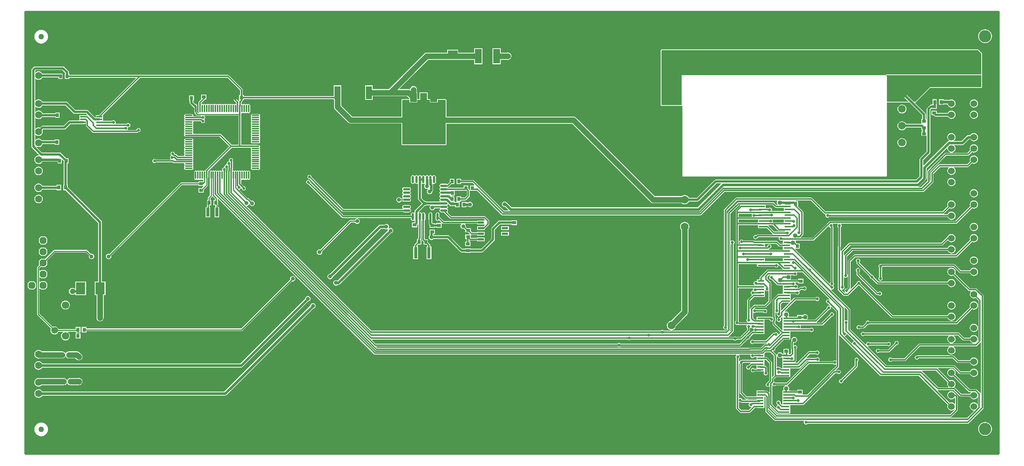
<source format=gtl>
G04 Layer_Physical_Order=1*
G04 Layer_Color=255*
%FSLAX44Y44*%
%MOMM*%
G71*
G01*
G75*
%ADD10O,0.2913X1.8000*%
%ADD11O,1.8000X0.2913*%
%ADD12R,0.7000X0.9000*%
%ADD13R,0.9000X0.7000*%
%ADD14R,0.9000X0.8000*%
%ADD15R,1.5000X2.0000*%
%ADD16R,3.8000X2.0000*%
%ADD17R,1.5500X3.3000*%
%ADD18R,2.1800X1.5200*%
%ADD19R,1.4732X0.3556*%
%ADD20R,0.8000X0.9000*%
%ADD21R,2.1590X2.7430*%
%ADD22R,1.4001X3.0000*%
%ADD23R,0.7112X2.0066*%
%ADD24O,0.5500X1.6500*%
%ADD25O,1.6500X0.5500*%
%ADD26R,1.3208X0.3556*%
%ADD27R,0.8000X2.6000*%
%ADD28R,1.4732X0.5588*%
%ADD29C,0.3048*%
%ADD30C,0.2540*%
%ADD31C,1.2700*%
%ADD32C,0.6096*%
%ADD33C,0.5080*%
%ADD34C,1.3000*%
%ADD35C,0.6350*%
%ADD36C,2.7000*%
%ADD37C,1.7240*%
%ADD38C,1.5240*%
%ADD39C,2.8000*%
%ADD40C,1.6000*%
%ADD41P,1.7046X8X112.5*%
%ADD42C,1.7000*%
%ADD43C,1.2700*%
%ADD44C,0.6350*%
%ADD45C,0.9000*%
%ADD46C,0.9144*%
%ADD47C,1.0160*%
%ADD48C,1.7780*%
G36*
X3215640Y1524000D02*
X1016000D01*
Y2523998D01*
X3215640D01*
Y1524000D01*
D02*
G37*
%LPC*%
G36*
X3185160Y2484963D02*
X3182122Y2484664D01*
X3179200Y2483777D01*
X3176507Y2482338D01*
X3174147Y2480401D01*
X3172210Y2478041D01*
X3170771Y2475348D01*
X3169884Y2472426D01*
X3169585Y2469388D01*
X3169884Y2466349D01*
X3170771Y2463428D01*
X3172210Y2460735D01*
X3174147Y2458375D01*
X3176507Y2456438D01*
X3179200Y2454999D01*
X3182122Y2454112D01*
X3185160Y2453813D01*
X3188199Y2454112D01*
X3191120Y2454999D01*
X3193813Y2456438D01*
X3196173Y2458375D01*
X3198110Y2460735D01*
X3199549Y2463428D01*
X3200436Y2466349D01*
X3200735Y2469388D01*
X3200436Y2472426D01*
X3199549Y2475348D01*
X3198110Y2478041D01*
X3196173Y2480401D01*
X3193813Y2482338D01*
X3191120Y2483777D01*
X3188199Y2484664D01*
X3185160Y2484963D01*
D02*
G37*
G36*
X1051560Y2483663D02*
X1048527Y2483364D01*
X1045611Y2482480D01*
X1042924Y2481043D01*
X1040568Y2479110D01*
X1038635Y2476754D01*
X1037198Y2474067D01*
X1036314Y2471151D01*
X1036015Y2468118D01*
X1036314Y2465085D01*
X1037198Y2462169D01*
X1038635Y2459482D01*
X1040568Y2457126D01*
X1042924Y2455193D01*
X1045611Y2453756D01*
X1048527Y2452872D01*
X1051560Y2452573D01*
X1054593Y2452872D01*
X1057509Y2453756D01*
X1060196Y2455193D01*
X1062552Y2457126D01*
X1064485Y2459482D01*
X1065922Y2462169D01*
X1066806Y2465085D01*
X1067105Y2468118D01*
X1066806Y2471151D01*
X1065922Y2474067D01*
X1064485Y2476754D01*
X1062552Y2479110D01*
X1060196Y2481043D01*
X1057509Y2482480D01*
X1054593Y2483364D01*
X1051560Y2483663D01*
D02*
G37*
G36*
X2048444Y2441922D02*
X2029944D01*
Y2431840D01*
X1994108D01*
Y2438498D01*
X1969308D01*
Y2431840D01*
X1922780D01*
X1920731Y2431570D01*
X1918821Y2430779D01*
X1917181Y2429521D01*
X1837138Y2349478D01*
X1801115D01*
Y2358060D01*
X1784115D01*
Y2325060D01*
X1801115D01*
Y2333642D01*
X1878790D01*
X1883922Y2328511D01*
Y2326798D01*
X1867291D01*
X1866143Y2326322D01*
X1865668Y2325174D01*
Y2287299D01*
X1754371D01*
X1729413Y2312256D01*
Y2325060D01*
X1729995D01*
Y2358060D01*
X1712995D01*
Y2333279D01*
X1509576D01*
Y2336196D01*
X1507159D01*
Y2348088D01*
X1507159Y2348088D01*
X1506924Y2349268D01*
X1506256Y2350268D01*
X1506256Y2350268D01*
X1475888Y2380636D01*
X1474888Y2381304D01*
X1473708Y2381539D01*
X1473708Y2381539D01*
X1115114D01*
Y2384456D01*
X1114233D01*
Y2387466D01*
X1113920Y2389042D01*
X1113027Y2390379D01*
X1103749Y2399657D01*
X1102412Y2400550D01*
X1100836Y2400863D01*
X1037590D01*
X1036014Y2400550D01*
X1034677Y2399657D01*
X1030511Y2395491D01*
X1029618Y2394154D01*
X1029305Y2392578D01*
Y2219808D01*
X1029618Y2218232D01*
X1030511Y2216895D01*
X1046721Y2200685D01*
X1046128Y2199483D01*
X1045464Y2199570D01*
X1042984Y2199243D01*
X1040673Y2198286D01*
X1038689Y2196763D01*
X1037166Y2194779D01*
X1036208Y2192468D01*
X1035882Y2189988D01*
X1036208Y2187508D01*
X1037166Y2185197D01*
X1038689Y2183212D01*
X1040673Y2181690D01*
X1042984Y2180733D01*
X1045464Y2180406D01*
X1047944Y2180733D01*
X1050255Y2181690D01*
X1052240Y2183212D01*
X1053762Y2185197D01*
X1053826Y2185351D01*
X1088336D01*
Y2180940D01*
X1098336D01*
Y2189455D01*
X1099509Y2189941D01*
X1102746Y2186705D01*
X1102439Y2185162D01*
Y2132742D01*
X1101558D01*
Y2120742D01*
X1106733D01*
X1180539Y2046936D01*
Y1913611D01*
X1172363D01*
Y1883181D01*
X1176740D01*
Y1831596D01*
X1177010Y1829547D01*
X1177801Y1827637D01*
X1179059Y1825997D01*
X1180699Y1824739D01*
X1182609Y1823948D01*
X1184658Y1823678D01*
X1186707Y1823948D01*
X1188617Y1824739D01*
X1190257Y1825997D01*
X1191515Y1827637D01*
X1192306Y1829547D01*
X1192576Y1831596D01*
Y1883181D01*
X1196953D01*
Y1913611D01*
X1188777D01*
Y2048642D01*
X1188464Y2050218D01*
X1187571Y2051555D01*
X1111558Y2127567D01*
Y2132742D01*
X1110677D01*
Y2180940D01*
X1113336D01*
Y2192940D01*
X1108161D01*
X1096263Y2204839D01*
X1094926Y2205732D01*
X1093350Y2206045D01*
X1053012D01*
X1040620Y2218437D01*
X1041340Y2219514D01*
X1042984Y2218833D01*
X1045464Y2218506D01*
X1047944Y2218833D01*
X1050255Y2219790D01*
X1052240Y2221313D01*
X1053762Y2223297D01*
X1054566Y2225239D01*
X1082240D01*
Y2223358D01*
X1092240D01*
Y2235358D01*
X1082240D01*
Y2233477D01*
X1053303D01*
X1052240Y2234863D01*
X1050255Y2236386D01*
X1047944Y2237343D01*
X1045464Y2237670D01*
X1042984Y2237343D01*
X1040673Y2236386D01*
X1038813Y2234959D01*
X1037745Y2235184D01*
X1037543Y2235252D01*
Y2246324D01*
X1037745Y2246392D01*
X1038813Y2246617D01*
X1040673Y2245190D01*
X1042984Y2244232D01*
X1045464Y2243906D01*
X1047944Y2244232D01*
X1050255Y2245190D01*
X1052240Y2246713D01*
X1053762Y2248697D01*
X1054719Y2251008D01*
X1055046Y2253488D01*
X1054719Y2255968D01*
X1054441Y2256640D01*
X1056060Y2258259D01*
X1103884D01*
X1105460Y2258572D01*
X1106797Y2259465D01*
X1117528Y2270197D01*
X1146302D01*
X1147878Y2270510D01*
X1148668Y2271038D01*
X1152847D01*
Y2266974D01*
X1152847Y2266974D01*
X1153082Y2265794D01*
X1153750Y2264794D01*
X1166982Y2251562D01*
X1166982Y2251562D01*
X1167982Y2250894D01*
X1169162Y2250659D01*
X1268222D01*
X1268222Y2250659D01*
X1269402Y2250894D01*
X1270402Y2251562D01*
X1270931Y2252091D01*
X1271270Y2252023D01*
X1273094Y2252386D01*
X1274641Y2253419D01*
X1275674Y2254966D01*
X1276037Y2256790D01*
X1275674Y2258614D01*
X1274641Y2260161D01*
X1273094Y2261194D01*
X1271270Y2261557D01*
X1269446Y2261194D01*
X1267899Y2260161D01*
X1266866Y2258614D01*
X1266510Y2256825D01*
X1246939D01*
X1246432Y2258095D01*
X1247226Y2259284D01*
X1247589Y2261108D01*
X1247400Y2262055D01*
X1248144Y2263181D01*
X1248361Y2263240D01*
X1249980Y2263562D01*
X1251526Y2264595D01*
X1252560Y2266142D01*
X1252923Y2267966D01*
X1252560Y2269790D01*
X1251526Y2271337D01*
X1249980Y2272370D01*
X1248156Y2272733D01*
X1246332Y2272370D01*
X1244786Y2271337D01*
X1244594Y2271049D01*
X1219923D01*
X1219324Y2272169D01*
X1219540Y2272492D01*
X1219903Y2274316D01*
X1219540Y2276140D01*
X1218506Y2277686D01*
X1216960Y2278720D01*
X1215136Y2279083D01*
X1213312Y2278720D01*
X1211766Y2277686D01*
X1211574Y2277399D01*
X1192151D01*
X1190982Y2277642D01*
Y2283992D01*
Y2290548D01*
X1190982Y2290548D01*
X1190982D01*
X1191547Y2291578D01*
X1275341Y2375373D01*
X1472431D01*
X1500993Y2346811D01*
Y2336196D01*
X1498576D01*
Y2324196D01*
X1498576D01*
X1498710Y2323871D01*
X1498173Y2323084D01*
X1496729Y2322966D01*
X1493159Y2326535D01*
Y2330196D01*
X1492924Y2331376D01*
X1492256Y2332376D01*
X1491256Y2333045D01*
X1490076Y2333279D01*
X1488896Y2333045D01*
X1487896Y2332376D01*
X1487227Y2331376D01*
X1486993Y2330196D01*
Y2325258D01*
X1486993Y2325258D01*
X1487227Y2324078D01*
X1487896Y2323078D01*
X1492418Y2318556D01*
Y2316849D01*
X1491148Y2316049D01*
X1490500Y2316178D01*
X1489346Y2315948D01*
X1488369Y2315295D01*
X1487632D01*
X1486654Y2315948D01*
X1485500Y2316178D01*
X1484346Y2315948D01*
X1483369Y2315295D01*
X1482632D01*
X1481654Y2315948D01*
X1480500Y2316178D01*
X1479346Y2315948D01*
X1478915Y2315660D01*
X1478000Y2315400D01*
X1477085Y2315660D01*
X1476654Y2315948D01*
X1475500Y2316178D01*
X1474346Y2315948D01*
X1473369Y2315295D01*
X1472632D01*
X1471654Y2315948D01*
X1470500Y2316178D01*
X1469346Y2315948D01*
X1468915Y2315660D01*
X1468000Y2315400D01*
X1467085Y2315660D01*
X1466654Y2315948D01*
X1465500Y2316178D01*
X1464346Y2315948D01*
X1463369Y2315295D01*
X1462632D01*
X1461654Y2315948D01*
X1460500Y2316178D01*
X1459346Y2315948D01*
X1458369Y2315295D01*
X1457632D01*
X1456654Y2315948D01*
X1455500Y2316178D01*
X1454346Y2315948D01*
X1453915Y2315660D01*
X1453000Y2315400D01*
X1452085Y2315660D01*
X1451654Y2315948D01*
X1450500Y2316178D01*
X1449346Y2315948D01*
X1448369Y2315295D01*
X1447632D01*
X1446654Y2315948D01*
X1445500Y2316178D01*
X1444346Y2315948D01*
X1443915Y2315660D01*
X1443000Y2315400D01*
X1442085Y2315660D01*
X1441654Y2315948D01*
X1440500Y2316178D01*
X1439346Y2315948D01*
X1438369Y2315295D01*
X1437632D01*
X1436654Y2315948D01*
X1435500Y2316178D01*
X1434346Y2315948D01*
X1433369Y2315295D01*
X1432632D01*
X1431654Y2315948D01*
X1430500Y2316178D01*
X1429346Y2315948D01*
X1428915Y2315660D01*
X1428000Y2315400D01*
X1427085Y2315660D01*
X1426654Y2315948D01*
X1425500Y2316178D01*
X1424346Y2315948D01*
X1423369Y2315295D01*
X1422632D01*
X1421654Y2315948D01*
X1420500Y2316178D01*
X1419346Y2315948D01*
X1418915Y2315660D01*
X1418000Y2315400D01*
X1417085Y2315660D01*
X1416654Y2315948D01*
X1415500Y2316178D01*
X1414853Y2316049D01*
X1413665Y2316799D01*
X1413588Y2318039D01*
X1421626Y2326078D01*
X1424844D01*
Y2337078D01*
X1412844D01*
Y2326078D01*
X1412844Y2326078D01*
X1412844D01*
X1412029Y2325201D01*
X1408320Y2321492D01*
X1407652Y2320492D01*
X1407417Y2319312D01*
X1407417Y2319312D01*
Y2310120D01*
X1407486Y2309774D01*
Y2298076D01*
X1407715Y2296923D01*
X1407865Y2296698D01*
X1407186Y2295428D01*
X1405650D01*
X1404053Y2297025D01*
Y2309391D01*
X1404053Y2309391D01*
X1403993Y2309693D01*
X1404078Y2310120D01*
X1403765Y2311696D01*
X1403514Y2312071D01*
Y2313163D01*
X1403285Y2314317D01*
X1402632Y2315295D01*
X1401654Y2315948D01*
X1400500Y2316178D01*
X1399855Y2316049D01*
X1395389Y2320515D01*
Y2323688D01*
X1396770D01*
Y2335688D01*
X1385770D01*
Y2323688D01*
X1387151D01*
Y2318809D01*
X1387464Y2317233D01*
X1388357Y2315896D01*
X1397046Y2307207D01*
X1397486Y2306914D01*
Y2298076D01*
X1397715Y2296923D01*
X1398369Y2295945D01*
X1398405Y2295921D01*
Y2295855D01*
X1398405Y2295855D01*
X1398620Y2294774D01*
X1399232Y2293858D01*
X1402483Y2290607D01*
X1402483Y2290607D01*
X1403399Y2289995D01*
X1404480Y2289780D01*
X1412212D01*
X1412852Y2288510D01*
X1412625Y2288204D01*
X1396230D01*
X1395430Y2289474D01*
X1395558Y2290120D01*
X1395328Y2291274D01*
X1394675Y2292251D01*
X1393697Y2292905D01*
X1392543Y2293134D01*
X1377457D01*
X1376303Y2292905D01*
X1375325Y2292251D01*
X1374672Y2291274D01*
X1374442Y2290120D01*
X1374672Y2288966D01*
X1374960Y2288535D01*
X1375220Y2287620D01*
X1374960Y2286705D01*
X1374672Y2286274D01*
X1374442Y2285120D01*
X1374672Y2283966D01*
X1375325Y2282988D01*
Y2282251D01*
X1374672Y2281274D01*
X1374442Y2280120D01*
X1374672Y2278966D01*
X1375325Y2277988D01*
Y2277251D01*
X1374672Y2276274D01*
X1374442Y2275120D01*
X1374672Y2273966D01*
X1374960Y2273535D01*
X1375220Y2272620D01*
X1374960Y2271705D01*
X1374672Y2271274D01*
X1374442Y2270120D01*
X1374672Y2268966D01*
X1375325Y2267988D01*
Y2267251D01*
X1374672Y2266274D01*
X1374442Y2265120D01*
X1374672Y2263966D01*
X1374960Y2263535D01*
X1375220Y2262620D01*
X1374960Y2261705D01*
X1374672Y2261274D01*
X1374442Y2260120D01*
X1374672Y2258966D01*
X1375325Y2257988D01*
Y2257251D01*
X1374672Y2256274D01*
X1374442Y2255120D01*
X1374672Y2253966D01*
X1375325Y2252988D01*
Y2252251D01*
X1374672Y2251274D01*
X1374442Y2250120D01*
X1374672Y2248966D01*
X1374960Y2248535D01*
X1375220Y2247620D01*
X1374960Y2246705D01*
X1374672Y2246274D01*
X1374442Y2245120D01*
X1374672Y2243966D01*
X1375325Y2242988D01*
X1376303Y2242335D01*
X1377457Y2242106D01*
X1380160D01*
X1380500Y2242038D01*
X1454636D01*
X1476566Y2220108D01*
X1423796Y2167339D01*
X1423128Y2166339D01*
X1422979Y2165590D01*
X1421953Y2164999D01*
X1421656Y2164949D01*
X1421623Y2164955D01*
X1420500Y2165178D01*
X1419346Y2164948D01*
X1418915Y2164660D01*
X1418000Y2164400D01*
X1417085Y2164660D01*
X1416654Y2164948D01*
X1415500Y2165178D01*
X1414346Y2164948D01*
X1413369Y2164295D01*
X1412632D01*
X1411654Y2164948D01*
X1410500Y2165178D01*
X1409346Y2164948D01*
X1408369Y2164295D01*
X1407632D01*
X1406654Y2164948D01*
X1405500Y2165178D01*
X1404346Y2164948D01*
X1403915Y2164660D01*
X1403000Y2164400D01*
X1402085Y2164660D01*
X1401654Y2164948D01*
X1400500Y2165178D01*
X1399346Y2164948D01*
X1398369Y2164295D01*
X1397715Y2163317D01*
X1397486Y2162164D01*
Y2147077D01*
X1397715Y2145923D01*
X1398369Y2144945D01*
X1399346Y2144292D01*
X1400500Y2144062D01*
X1401654Y2144292D01*
X1402085Y2144580D01*
X1403000Y2144840D01*
X1403915Y2144580D01*
X1404346Y2144292D01*
X1405500Y2144062D01*
X1406654Y2144292D01*
X1407632Y2144945D01*
X1408369D01*
X1409346Y2144292D01*
X1410500Y2144062D01*
X1411654Y2144292D01*
X1412632Y2144945D01*
X1413369D01*
X1414346Y2144292D01*
X1415500Y2144062D01*
X1416406Y2144242D01*
X1417277Y2143777D01*
X1417676Y2143447D01*
Y2140744D01*
X1417190Y2140258D01*
X1407256D01*
Y2138082D01*
X1368432D01*
X1368432Y2138082D01*
X1367351Y2137867D01*
X1366435Y2137255D01*
X1366435Y2137255D01*
X1205766Y1976586D01*
X1203995Y1976938D01*
X1201654Y1976473D01*
X1199669Y1975147D01*
X1198343Y1973162D01*
X1197877Y1970821D01*
X1198343Y1968480D01*
X1199669Y1966495D01*
X1201654Y1965169D01*
X1203995Y1964703D01*
X1206336Y1965169D01*
X1208321Y1966495D01*
X1209647Y1968480D01*
X1210113Y1970821D01*
X1209760Y1972592D01*
X1369602Y2132434D01*
X1407256D01*
Y2130258D01*
X1417466D01*
X1417992Y2128988D01*
X1414262Y2125258D01*
X1407256D01*
Y2115258D01*
X1419256D01*
Y2122264D01*
X1427496Y2130504D01*
X1427496Y2130504D01*
X1428108Y2131420D01*
X1428323Y2132501D01*
X1428323Y2132501D01*
Y2146115D01*
X1428514Y2147077D01*
Y2148953D01*
X1428825Y2149418D01*
X1429059Y2150598D01*
X1429059Y2150598D01*
Y2163881D01*
X1482215Y2217037D01*
X1524770D01*
X1525571Y2215767D01*
X1525442Y2215120D01*
X1525672Y2213966D01*
X1525960Y2213535D01*
X1526220Y2212620D01*
X1525960Y2211705D01*
X1525672Y2211274D01*
X1525442Y2210120D01*
X1525672Y2208966D01*
X1526325Y2207988D01*
Y2207251D01*
X1525672Y2206274D01*
X1525442Y2205120D01*
X1525672Y2203966D01*
X1526325Y2202988D01*
Y2202251D01*
X1525672Y2201274D01*
X1525442Y2200120D01*
X1525672Y2198966D01*
X1525960Y2198535D01*
X1526220Y2197620D01*
X1525960Y2196705D01*
X1525672Y2196274D01*
X1525442Y2195120D01*
X1525672Y2193966D01*
X1526325Y2192988D01*
Y2192251D01*
X1525672Y2191274D01*
X1525442Y2190120D01*
X1525672Y2188966D01*
X1526325Y2187988D01*
Y2187251D01*
X1525672Y2186274D01*
X1525442Y2185120D01*
X1525672Y2183966D01*
X1525960Y2183535D01*
X1526220Y2182620D01*
X1525960Y2181705D01*
X1525672Y2181274D01*
X1525442Y2180120D01*
X1525672Y2178966D01*
X1526325Y2177988D01*
Y2177251D01*
X1525672Y2176274D01*
X1525442Y2175120D01*
X1525672Y2173966D01*
X1525960Y2173535D01*
X1526220Y2172620D01*
X1525960Y2171705D01*
X1525672Y2171274D01*
X1525442Y2170120D01*
X1525672Y2168966D01*
X1526325Y2167988D01*
X1527303Y2167335D01*
X1528457Y2167106D01*
X1543544D01*
X1544697Y2167335D01*
X1545675Y2167988D01*
X1546328Y2168966D01*
X1546558Y2170120D01*
X1546328Y2171274D01*
X1546040Y2171705D01*
X1545780Y2172620D01*
X1546040Y2173535D01*
X1546328Y2173966D01*
X1546558Y2175120D01*
X1546328Y2176274D01*
X1545675Y2177251D01*
Y2177988D01*
X1546328Y2178966D01*
X1546558Y2180120D01*
X1546328Y2181274D01*
X1546040Y2181705D01*
X1545780Y2182620D01*
X1546040Y2183535D01*
X1546328Y2183966D01*
X1546558Y2185120D01*
X1546328Y2186274D01*
X1545675Y2187251D01*
Y2187988D01*
X1546328Y2188966D01*
X1546558Y2190120D01*
X1546328Y2191274D01*
X1545675Y2192251D01*
Y2192988D01*
X1546328Y2193966D01*
X1546558Y2195120D01*
X1546328Y2196274D01*
X1546040Y2196705D01*
X1545780Y2197620D01*
X1546040Y2198535D01*
X1546328Y2198966D01*
X1546558Y2200120D01*
X1546328Y2201274D01*
X1545675Y2202251D01*
Y2202988D01*
X1546328Y2203966D01*
X1546558Y2205120D01*
X1546328Y2206274D01*
X1545675Y2207251D01*
Y2207988D01*
X1546328Y2208966D01*
X1546558Y2210120D01*
X1546328Y2211274D01*
X1546040Y2211705D01*
X1545780Y2212620D01*
X1546040Y2213535D01*
X1546328Y2213966D01*
X1546558Y2215120D01*
X1546328Y2216274D01*
X1545675Y2217251D01*
Y2217988D01*
X1546328Y2218966D01*
X1546558Y2220120D01*
X1546328Y2221274D01*
X1545675Y2222251D01*
X1544697Y2222905D01*
X1543544Y2223134D01*
X1540846D01*
X1540500Y2223203D01*
X1503583D01*
Y2292604D01*
Y2294390D01*
X1504853Y2295191D01*
X1505500Y2295062D01*
X1506654Y2295292D01*
X1507085Y2295580D01*
X1508000Y2295840D01*
X1508915Y2295580D01*
X1509346Y2295292D01*
X1510500Y2295062D01*
X1511654Y2295292D01*
X1512632Y2295945D01*
X1513369D01*
X1514346Y2295292D01*
X1515500Y2295062D01*
X1516654Y2295292D01*
X1517085Y2295580D01*
X1518000Y2295840D01*
X1518915Y2295580D01*
X1519346Y2295292D01*
X1520500Y2295062D01*
X1521654Y2295292D01*
X1522632Y2295945D01*
X1523285Y2296923D01*
X1523514Y2298076D01*
Y2313163D01*
X1523285Y2314317D01*
X1522632Y2315295D01*
X1521654Y2315948D01*
X1520500Y2316178D01*
X1519346Y2315948D01*
X1518915Y2315660D01*
X1518000Y2315400D01*
X1517085Y2315660D01*
X1516654Y2315948D01*
X1515500Y2316178D01*
X1514346Y2315948D01*
X1513369Y2315295D01*
X1512632D01*
X1511654Y2315948D01*
X1510500Y2316178D01*
X1509346Y2315948D01*
X1508915Y2315660D01*
X1508000Y2315400D01*
X1507085Y2315660D01*
X1506654Y2315948D01*
X1505500Y2316178D01*
X1505331Y2316144D01*
X1504061Y2317169D01*
Y2319367D01*
X1506256Y2321563D01*
X1506256Y2321563D01*
X1506924Y2322563D01*
X1507159Y2323743D01*
Y2324196D01*
X1509576D01*
Y2327113D01*
X1712995D01*
Y2325060D01*
X1713577D01*
Y2308977D01*
X1713847Y2306928D01*
X1714638Y2305018D01*
X1715896Y2303378D01*
X1745492Y2273782D01*
X1747132Y2272524D01*
X1749042Y2271733D01*
X1751091Y2271463D01*
X1865668D01*
Y2224786D01*
X1866143Y2223638D01*
X1867291Y2223162D01*
X1880124D01*
X1881378Y2222913D01*
X1882632Y2223162D01*
X1965589D01*
X1966737Y2223638D01*
X1967213Y2224786D01*
Y2271283D01*
X2251674D01*
X2429245Y2093711D01*
X2430885Y2092453D01*
X2432795Y2091662D01*
X2434844Y2091392D01*
X2434844Y2091392D01*
X2499215D01*
X2500724Y2090234D01*
X2503252Y2089187D01*
X2505964Y2088830D01*
X2508676Y2089187D01*
X2511204Y2090234D01*
X2513374Y2091900D01*
X2515040Y2094070D01*
X2515504Y2095191D01*
X2535174D01*
X2536750Y2095504D01*
X2538087Y2096397D01*
X2578004Y2136315D01*
X2588092D01*
X2588578Y2135141D01*
X2535563Y2082127D01*
X2114669D01*
X2104621Y2092175D01*
X2103646Y2092826D01*
X2103382Y2093222D01*
X2101397Y2094548D01*
X2099056Y2095013D01*
X2096715Y2094548D01*
X2094730Y2093222D01*
X2093404Y2091237D01*
X2092939Y2088896D01*
X2093404Y2086555D01*
X2094730Y2084570D01*
X2096715Y2083244D01*
X2099056Y2082778D01*
X2100596Y2083085D01*
X2108006Y2075675D01*
X2107520Y2074501D01*
X2097999D01*
X2029862Y2142638D01*
X2028862Y2143307D01*
X2027682Y2143541D01*
X2027682Y2143541D01*
X2000558D01*
Y2146458D01*
X1990558D01*
Y2134458D01*
X2000558D01*
Y2137375D01*
X2026405D01*
X2031038Y2132742D01*
X2030511Y2131472D01*
X2030413Y2131472D01*
Y2131472D01*
X2030345Y2131472D01*
X2021292D01*
Y2120742D01*
X2021292Y2120253D01*
X2020022Y2120128D01*
X2019863Y2120930D01*
X2019194Y2121930D01*
X2016292Y2124832D01*
Y2131472D01*
X2006292D01*
Y2125949D01*
X1970659D01*
X1970202Y2127093D01*
X1970236Y2127299D01*
X1970745Y2127783D01*
X1970966D01*
X1970966Y2127783D01*
X1972146Y2128017D01*
X1973146Y2128686D01*
X1978918Y2134458D01*
X1985558D01*
Y2146458D01*
X1975558D01*
Y2139818D01*
X1969819Y2134079D01*
X1968636Y2134869D01*
X1966978Y2135199D01*
X1955978D01*
X1954320Y2134869D01*
X1952914Y2133930D01*
X1951975Y2132524D01*
X1951645Y2130866D01*
X1951975Y2129208D01*
X1952914Y2127802D01*
X1953364Y2127501D01*
Y2126231D01*
X1952914Y2125930D01*
X1951975Y2124524D01*
X1951645Y2122866D01*
X1951975Y2121208D01*
X1952914Y2119802D01*
X1953364Y2119501D01*
Y2118231D01*
X1952914Y2117930D01*
X1951975Y2116524D01*
X1951645Y2114866D01*
X1951975Y2113208D01*
X1952914Y2111802D01*
X1953364Y2111501D01*
Y2110231D01*
X1952914Y2109930D01*
X1951975Y2108524D01*
X1951645Y2106866D01*
X1951975Y2105208D01*
X1952914Y2103802D01*
X1953364Y2103501D01*
Y2102231D01*
X1952914Y2101930D01*
X1951975Y2100524D01*
X1951645Y2098866D01*
X1951975Y2097208D01*
X1952611Y2096255D01*
X1952024Y2094985D01*
X1922226D01*
X1922088Y2095192D01*
X1920103Y2096518D01*
X1917762Y2096983D01*
X1917518Y2096935D01*
X1911597Y2102856D01*
Y2135412D01*
X1912867Y2135999D01*
X1913820Y2135363D01*
X1915478Y2135033D01*
X1917136Y2135363D01*
X1917571Y2135653D01*
X1918841Y2134974D01*
Y2133332D01*
X1917826Y2131813D01*
X1917361Y2129472D01*
X1917826Y2127131D01*
X1919152Y2125146D01*
X1921137Y2123820D01*
X1923478Y2123354D01*
X1924981Y2123653D01*
X1925476Y2122457D01*
X1925058Y2122178D01*
X1923732Y2120193D01*
X1923266Y2117852D01*
X1923732Y2115511D01*
X1925058Y2113526D01*
X1927043Y2112200D01*
X1929384Y2111734D01*
X1931725Y2112200D01*
X1933710Y2113526D01*
X1935036Y2115511D01*
X1935392Y2117302D01*
X1935805Y2117715D01*
X1935805Y2117715D01*
X1936810Y2119220D01*
X1937163Y2120994D01*
X1937163Y2120994D01*
Y2133220D01*
X1936921Y2134435D01*
X1937361Y2134890D01*
X1937999Y2135327D01*
X1939478Y2135033D01*
X1941136Y2135363D01*
X1942542Y2136302D01*
X1943481Y2137708D01*
X1943811Y2139366D01*
Y2150366D01*
X1943481Y2152024D01*
X1942542Y2153430D01*
X1941136Y2154369D01*
X1939478Y2154699D01*
X1937820Y2154369D01*
X1936414Y2153430D01*
X1936113Y2152980D01*
X1934843D01*
X1934542Y2153430D01*
X1933136Y2154369D01*
X1931478Y2154699D01*
X1929820Y2154369D01*
X1928414Y2153430D01*
X1928113Y2152980D01*
X1926843D01*
X1926542Y2153430D01*
X1925136Y2154369D01*
X1923478Y2154699D01*
X1921820Y2154369D01*
X1920414Y2153430D01*
X1920113Y2152980D01*
X1918843D01*
X1918542Y2153430D01*
X1917136Y2154369D01*
X1915478Y2154699D01*
X1913820Y2154369D01*
X1912414Y2153430D01*
X1912113Y2152980D01*
X1910843D01*
X1910542Y2153430D01*
X1909136Y2154369D01*
X1907478Y2154699D01*
X1905820Y2154369D01*
X1904414Y2153430D01*
X1904113Y2152980D01*
X1902843D01*
X1902542Y2153430D01*
X1901136Y2154369D01*
X1899478Y2154699D01*
X1897820Y2154369D01*
X1896414Y2153430D01*
X1896113Y2152980D01*
X1894843D01*
X1894542Y2153430D01*
X1893136Y2154369D01*
X1891478Y2154699D01*
X1889820Y2154369D01*
X1888414Y2153430D01*
X1887475Y2152024D01*
X1887145Y2150366D01*
Y2139366D01*
X1887475Y2137708D01*
X1888414Y2136302D01*
X1889820Y2135363D01*
X1891478Y2135033D01*
X1893136Y2135363D01*
X1894542Y2136302D01*
X1894843Y2136752D01*
X1896113D01*
X1896414Y2136302D01*
X1897820Y2135363D01*
X1899478Y2135033D01*
X1901136Y2135363D01*
X1902089Y2135999D01*
X1903359Y2135412D01*
Y2101150D01*
X1903672Y2099574D01*
X1904565Y2098237D01*
X1911693Y2091110D01*
X1911644Y2090866D01*
X1911757Y2090302D01*
X1896565Y2075111D01*
X1895672Y2073774D01*
X1895359Y2072198D01*
Y2070320D01*
X1894089Y2069733D01*
X1893136Y2070369D01*
X1891478Y2070699D01*
X1889820Y2070369D01*
X1888414Y2069430D01*
X1887475Y2068024D01*
X1887145Y2066366D01*
Y2063949D01*
X1734794D01*
X1659894Y2138849D01*
X1659961Y2139188D01*
X1659598Y2141012D01*
X1658565Y2142558D01*
X1657019Y2143592D01*
X1655195Y2143955D01*
X1653371Y2143592D01*
X1651824Y2142558D01*
X1650791Y2141012D01*
X1650428Y2139188D01*
X1650791Y2137364D01*
X1651824Y2135818D01*
X1653371Y2134784D01*
X1655195Y2134421D01*
X1655533Y2134489D01*
X1731337Y2058686D01*
X1731337Y2058686D01*
X1732337Y2058017D01*
X1733517Y2057783D01*
X1733517Y2057783D01*
X1764945D01*
X1765070Y2056513D01*
X1763467Y2056194D01*
X1761482Y2054868D01*
X1760479Y2053366D01*
X1750314D01*
X1749233Y2053151D01*
X1748317Y2052539D01*
X1748317Y2052539D01*
X1682235Y1986457D01*
X1680464Y1986810D01*
X1678123Y1986344D01*
X1676138Y1985018D01*
X1674812Y1983033D01*
X1674346Y1980692D01*
X1674812Y1978351D01*
X1676138Y1976366D01*
X1678123Y1975040D01*
X1680464Y1974574D01*
X1682805Y1975040D01*
X1684790Y1976366D01*
X1686116Y1978351D01*
X1686582Y1980692D01*
X1686229Y1982463D01*
X1751484Y2047718D01*
X1760479D01*
X1761482Y2046216D01*
X1763467Y2044890D01*
X1765808Y2044424D01*
X1768149Y2044890D01*
X1770134Y2046216D01*
X1771460Y2048201D01*
X1771926Y2050542D01*
X1771460Y2052883D01*
X1770134Y2054868D01*
X1768149Y2056194D01*
X1766546Y2056513D01*
X1766671Y2057783D01*
X1887145D01*
Y2055366D01*
X1887475Y2053708D01*
X1888414Y2052302D01*
X1889820Y2051363D01*
X1891478Y2051033D01*
X1893136Y2051363D01*
X1894089Y2051999D01*
X1895359Y2051412D01*
Y2047630D01*
X1895277Y2047548D01*
X1889602D01*
Y2036548D01*
X1901602D01*
Y2042223D01*
X1902391Y2043011D01*
X1903125Y2044110D01*
X1904312Y2043932D01*
X1904395Y2043899D01*
Y2013911D01*
X1903448Y2012964D01*
X1902780Y2011964D01*
X1902545Y2010784D01*
X1902545Y2010784D01*
Y2009298D01*
X1900628D01*
Y2002658D01*
X1895948Y1997978D01*
X1895280Y1996978D01*
X1895045Y1995798D01*
X1895045Y1995798D01*
Y1993414D01*
X1892628D01*
Y1964414D01*
X1903628D01*
Y1993414D01*
X1901605D01*
X1901374Y1994684D01*
X1903988Y1997298D01*
X1910628D01*
Y2009298D01*
X1910298D01*
X1909842Y2010122D01*
X1909734Y2010568D01*
X1910327Y2011454D01*
X1910561Y2012634D01*
Y2051685D01*
X1911705Y2052142D01*
X1911911Y2052108D01*
X1912395Y2051599D01*
Y2008448D01*
X1912395Y2008448D01*
X1912629Y2007268D01*
X1913298Y2006268D01*
X1915628Y2003938D01*
Y1997298D01*
X1922268D01*
X1924882Y1994684D01*
X1924651Y1993414D01*
X1922628D01*
Y1964414D01*
X1933628D01*
Y1993414D01*
X1931211D01*
Y1995798D01*
X1930977Y1996978D01*
X1930308Y1997978D01*
X1930308Y1997978D01*
X1925628Y2002658D01*
Y2009298D01*
X1918988D01*
X1918561Y2009725D01*
Y2052331D01*
X1919481Y2053708D01*
X1919811Y2055366D01*
Y2066366D01*
X1919481Y2068024D01*
X1918542Y2069430D01*
X1917136Y2070369D01*
X1915478Y2070699D01*
X1913820Y2070369D01*
X1912414Y2069430D01*
X1912113Y2068980D01*
X1910843D01*
X1910542Y2069430D01*
X1909136Y2070369D01*
X1907478Y2070699D01*
X1905895Y2070384D01*
X1905798Y2070380D01*
X1904493Y2071010D01*
X1904436Y2071331D01*
X1917877Y2084771D01*
X1920103Y2085214D01*
X1922088Y2086540D01*
X1922226Y2086747D01*
X1931010D01*
X1931325Y2085477D01*
X1930082Y2083617D01*
X1929617Y2081276D01*
X1930082Y2078935D01*
X1931408Y2076950D01*
X1933393Y2075624D01*
X1935734Y2075159D01*
X1938075Y2075624D01*
X1940060Y2076950D01*
X1941386Y2078935D01*
X1941555Y2079783D01*
X1952943D01*
X1953364Y2079501D01*
Y2078231D01*
X1952914Y2077930D01*
X1951975Y2076524D01*
X1951645Y2074866D01*
X1951975Y2073208D01*
X1952914Y2071802D01*
X1954320Y2070863D01*
X1955978Y2070533D01*
X1961451D01*
X1975494Y2056490D01*
X1975494Y2056490D01*
X1976494Y2055822D01*
X1977674Y2055587D01*
X1977674Y2055587D01*
X2052567D01*
X2054337Y2053817D01*
X2054337Y2053303D01*
X2053076Y2052042D01*
X2036596D01*
Y2050831D01*
X1961873D01*
X1951811Y2060893D01*
Y2066366D01*
X1951481Y2068024D01*
X1950542Y2069430D01*
X1949136Y2070369D01*
X1947478Y2070699D01*
X1945820Y2070369D01*
X1944414Y2069430D01*
X1943475Y2068024D01*
X1943145Y2066366D01*
Y2055366D01*
X1943475Y2053708D01*
X1944414Y2052302D01*
X1945820Y2051363D01*
X1947478Y2051033D01*
X1949136Y2051363D01*
X1950542Y2052302D01*
X1951579Y2052404D01*
X1956436Y2047548D01*
X1955910Y2046278D01*
X1955426Y2046278D01*
X1944466D01*
Y2045143D01*
X1941734D01*
Y2046024D01*
X1936559D01*
X1935597Y2046986D01*
Y2054290D01*
X1935811Y2055366D01*
Y2066366D01*
X1935481Y2068024D01*
X1934542Y2069430D01*
X1933136Y2070369D01*
X1931478Y2070699D01*
X1929820Y2070369D01*
X1928414Y2069430D01*
X1927475Y2068024D01*
X1927145Y2066366D01*
Y2055366D01*
X1927359Y2054290D01*
Y2045280D01*
X1927672Y2043704D01*
X1928565Y2042367D01*
X1929734Y2041199D01*
Y2036024D01*
X1941734D01*
Y2036905D01*
X1944466D01*
Y2035278D01*
X1956466D01*
Y2045175D01*
X1956466Y2045721D01*
X1957736Y2046248D01*
X1958416Y2045568D01*
X1959416Y2044899D01*
X1960596Y2044665D01*
X1960596Y2044665D01*
X2000349D01*
X2000806Y2043395D01*
X1999678Y2041707D01*
X1999212Y2039366D01*
X1999678Y2037025D01*
X2001004Y2035040D01*
X2002989Y2033714D01*
X2005330Y2033248D01*
X2006796Y2033540D01*
X2010252Y2030084D01*
Y2025102D01*
X2016892D01*
X2020622Y2021372D01*
X2020096Y2020102D01*
X2010252D01*
Y2010102D01*
X2012915D01*
Y2004114D01*
X2009998D01*
Y1994114D01*
X2021998D01*
Y2004114D01*
X2019081D01*
Y2006014D01*
X2020351Y2006733D01*
X2021198Y2006565D01*
X2021198Y2006565D01*
X2036596D01*
Y2005354D01*
X2054328D01*
Y2013942D01*
X2036596D01*
Y2012731D01*
X2022475D01*
X2022252Y2012954D01*
Y2018472D01*
X2023522Y2019361D01*
X2024006Y2019265D01*
X2036596D01*
Y2018054D01*
X2054328D01*
Y2026642D01*
X2036596D01*
Y2025431D01*
X2025283D01*
X2022252Y2028462D01*
Y2035102D01*
X2013954D01*
X2011156Y2037900D01*
X2011447Y2039366D01*
X2010982Y2041707D01*
X2009854Y2043395D01*
X2010311Y2044665D01*
X2036596D01*
Y2043454D01*
X2053076D01*
X2054337Y2042193D01*
X2054337Y2041679D01*
X2052000Y2039342D01*
X2036596D01*
Y2030754D01*
X2054328D01*
Y2032950D01*
X2063390Y2042012D01*
X2063390Y2042012D01*
X2064059Y2043012D01*
X2064293Y2044192D01*
X2064293Y2044192D01*
Y2051304D01*
X2064293Y2051304D01*
X2064059Y2052484D01*
X2063390Y2053484D01*
X2056024Y2060850D01*
X2055024Y2061519D01*
X2053844Y2061753D01*
X2053844Y2061753D01*
X1978951D01*
X1969940Y2070764D01*
X1970042Y2071802D01*
X1970981Y2073208D01*
X1971311Y2074866D01*
X1970981Y2076524D01*
X1970042Y2077930D01*
X1969592Y2078231D01*
Y2079501D01*
X1970042Y2079802D01*
X1970981Y2081208D01*
X1971311Y2082866D01*
X1970981Y2084524D01*
X1970042Y2085930D01*
X1969592Y2086231D01*
Y2087501D01*
X1970042Y2087802D01*
X1970929Y2089129D01*
X1971146Y2089321D01*
X1972210Y2089643D01*
X1975200Y2086653D01*
Y2084538D01*
X1987200D01*
X1987242Y2083285D01*
Y2082388D01*
X1997242D01*
Y2094388D01*
X1998327Y2094834D01*
X2000558D01*
Y2097751D01*
X2010156D01*
X2010156Y2097751D01*
X2011336Y2097986D01*
X2012336Y2098654D01*
X2019194Y2105512D01*
X2019194Y2105512D01*
X2019863Y2106512D01*
X2020097Y2107692D01*
Y2118879D01*
X2020097Y2119290D01*
X2021292Y2119472D01*
X2021360Y2119472D01*
X2022238Y2119472D01*
X2031292D01*
Y2119783D01*
X2036885D01*
X2091978Y2064690D01*
X2091978Y2064690D01*
X2092978Y2064021D01*
X2094158Y2063787D01*
X2094158Y2063787D01*
X2541883D01*
X2541883Y2063787D01*
X2543063Y2064021D01*
X2544063Y2064690D01*
X2596198Y2116825D01*
X3044976D01*
X3044976Y2116825D01*
X3046156Y2117059D01*
X3047156Y2117728D01*
X3067452Y2138024D01*
X3067452Y2138024D01*
X3068120Y2139024D01*
X3068355Y2140204D01*
Y2157977D01*
X3083567Y2173189D01*
X3103101D01*
X3103532Y2171919D01*
X3102455Y2171093D01*
X3100994Y2169187D01*
X3100075Y2166969D01*
X3099761Y2164588D01*
X3100075Y2162207D01*
X3100994Y2159989D01*
X3102455Y2158083D01*
X3104361Y2156622D01*
X3106579Y2155703D01*
X3108960Y2155389D01*
X3111341Y2155703D01*
X3113559Y2156622D01*
X3115464Y2158083D01*
X3116926Y2159989D01*
X3117845Y2162207D01*
X3118159Y2164588D01*
X3117845Y2166969D01*
X3116926Y2169187D01*
X3115464Y2171093D01*
X3114388Y2171919D01*
X3114819Y2173189D01*
X3146044D01*
X3146044Y2173189D01*
X3147224Y2173423D01*
X3148224Y2174092D01*
X3155863Y2181731D01*
X3157379Y2181103D01*
X3159760Y2180789D01*
X3162141Y2181103D01*
X3164359Y2182022D01*
X3166265Y2183483D01*
X3167726Y2185389D01*
X3168645Y2187607D01*
X3168959Y2189988D01*
X3168645Y2192369D01*
X3167726Y2194587D01*
X3166265Y2196492D01*
X3164359Y2197954D01*
X3162141Y2198873D01*
X3159760Y2199187D01*
X3157379Y2198873D01*
X3155161Y2197954D01*
X3153256Y2196492D01*
X3151794Y2194587D01*
X3150875Y2192369D01*
X3150561Y2189988D01*
X3150875Y2187607D01*
X3151503Y2186091D01*
X3144767Y2179355D01*
X3082290D01*
X3082290Y2179355D01*
X3081110Y2179120D01*
X3080110Y2178452D01*
X3063092Y2161434D01*
X3062423Y2160434D01*
X3062189Y2159254D01*
X3062189Y2159254D01*
Y2142596D01*
X3062005Y2142474D01*
X3060735Y2143152D01*
Y2162549D01*
X3097283Y2199097D01*
X3146552D01*
X3146552Y2199097D01*
X3147732Y2199332D01*
X3148732Y2200000D01*
X3155863Y2207131D01*
X3157379Y2206503D01*
X3159760Y2206189D01*
X3162141Y2206503D01*
X3164359Y2207422D01*
X3166265Y2208884D01*
X3167726Y2210789D01*
X3168645Y2213007D01*
X3168959Y2215388D01*
X3168645Y2217769D01*
X3167726Y2219987D01*
X3166265Y2221893D01*
X3164359Y2223354D01*
X3162141Y2224273D01*
X3159760Y2224587D01*
X3157379Y2224273D01*
X3155161Y2223354D01*
X3153256Y2221893D01*
X3151794Y2219987D01*
X3150875Y2217769D01*
X3150561Y2215388D01*
X3150875Y2213007D01*
X3151503Y2211491D01*
X3145275Y2205263D01*
X3111541D01*
X3111341Y2206503D01*
X3113559Y2207422D01*
X3115464Y2208884D01*
X3116926Y2210789D01*
X3117845Y2213007D01*
X3118159Y2215388D01*
X3117845Y2217769D01*
X3116926Y2219987D01*
X3115652Y2221649D01*
X3116033Y2222919D01*
X3133828D01*
X3133828Y2222919D01*
X3135602Y2223272D01*
X3137107Y2224277D01*
X3148981Y2236151D01*
X3151823D01*
X3153256Y2234283D01*
X3155161Y2232822D01*
X3157379Y2231903D01*
X3159760Y2231589D01*
X3162141Y2231903D01*
X3164359Y2232822D01*
X3166265Y2234283D01*
X3167726Y2236189D01*
X3168645Y2238407D01*
X3168959Y2240788D01*
X3168645Y2243169D01*
X3167726Y2245387D01*
X3166265Y2247292D01*
X3164359Y2248754D01*
X3162141Y2249673D01*
X3159760Y2249987D01*
X3157379Y2249673D01*
X3155161Y2248754D01*
X3153256Y2247292D01*
X3151823Y2245425D01*
X3147060D01*
X3145286Y2245072D01*
X3143781Y2244067D01*
X3143781Y2244067D01*
X3131907Y2232193D01*
X3114826D01*
X3114395Y2233463D01*
X3115464Y2234283D01*
X3116926Y2236189D01*
X3117845Y2238407D01*
X3118159Y2240788D01*
X3117845Y2243169D01*
X3116926Y2245387D01*
X3115464Y2247292D01*
X3113559Y2248754D01*
X3111341Y2249673D01*
X3108960Y2249987D01*
X3106579Y2249673D01*
X3104361Y2248754D01*
X3102455Y2247292D01*
X3100994Y2245387D01*
X3100075Y2243169D01*
X3099761Y2240788D01*
X3100075Y2238407D01*
X3100994Y2236189D01*
X3102455Y2234283D01*
X3103580Y2233421D01*
X3103264Y2232063D01*
X3102145Y2231840D01*
X3100641Y2230835D01*
X3100641Y2230835D01*
X3046458Y2176653D01*
X3045285Y2177139D01*
Y2188814D01*
X3060311Y2203839D01*
X3061204Y2205176D01*
X3061517Y2206752D01*
Y2302836D01*
X3063945Y2305264D01*
X3075844D01*
Y2314544D01*
X3076234D01*
Y2326544D01*
X3066234D01*
Y2315264D01*
X3063844D01*
Y2314383D01*
X3063120D01*
X3061544Y2314070D01*
X3060207Y2313177D01*
X3054485Y2307455D01*
X3053593Y2306118D01*
X3053279Y2304542D01*
Y2282884D01*
X3053094Y2282164D01*
X3051765Y2281972D01*
X3051103Y2282634D01*
Y2292296D01*
X3050789Y2293872D01*
X3049897Y2295209D01*
X3027104Y2318001D01*
X3027564Y2319337D01*
X3028320Y2319650D01*
X3059816Y2351146D01*
X3061372Y2352702D01*
X3176778D01*
X3177926Y2353178D01*
X3178401Y2354326D01*
Y2381145D01*
X3178278Y2381443D01*
X3178278Y2381766D01*
X3178050Y2381994D01*
X3178008Y2382094D01*
X3178107Y2382333D01*
X3178370Y2382727D01*
X3178338Y2382890D01*
X3178401Y2383043D01*
Y2429764D01*
X3177926Y2430912D01*
X3169798Y2439040D01*
X3168650Y2439516D01*
X2454284D01*
X2454284Y2439516D01*
X2454284Y2439516D01*
X2453716Y2439280D01*
X2453136Y2439040D01*
X2453136Y2439040D01*
X2453136Y2439040D01*
X2452238Y2438141D01*
X2452238Y2438141D01*
X2452238Y2438141D01*
X2451991Y2437545D01*
X2451763Y2436993D01*
X2451763Y2436993D01*
X2451763Y2436993D01*
X2451833Y2313177D01*
X2452069Y2312609D01*
X2452309Y2312030D01*
X2452309Y2312030D01*
X2452309Y2312029D01*
X2452889Y2311789D01*
X2453457Y2311554D01*
X2499438D01*
X2499520Y2311589D01*
X2500576Y2310883D01*
Y2153442D01*
X2501052Y2152294D01*
X2502200Y2151818D01*
X2961200D01*
X2962348Y2152294D01*
X2962823Y2153442D01*
Y2319174D01*
X3010997D01*
X3011296Y2319298D01*
X3011619D01*
X3011847Y2319526D01*
X3012145Y2319650D01*
X3012989Y2319886D01*
X3013624Y2319831D01*
X3042865Y2290590D01*
Y2281736D01*
X3040984D01*
Y2272031D01*
X3040984Y2271736D01*
X3040272Y2270761D01*
X3006447D01*
X3006040Y2271746D01*
X3004418Y2273860D01*
X3002304Y2275482D01*
X2999842Y2276501D01*
X2997200Y2276849D01*
X2994558Y2276501D01*
X2992096Y2275482D01*
X2989982Y2273860D01*
X2988360Y2271746D01*
X2987340Y2269284D01*
X2986993Y2266642D01*
X2987340Y2264000D01*
X2988360Y2261538D01*
X2989982Y2259424D01*
X2992096Y2257802D01*
X2994558Y2256783D01*
X2997200Y2256435D01*
X2999842Y2256783D01*
X3002304Y2257802D01*
X3004418Y2259424D01*
X3006040Y2261538D01*
X3006447Y2262523D01*
X3040372D01*
X3040984Y2261911D01*
Y2256736D01*
X3042865D01*
Y2253542D01*
X3040984D01*
Y2243542D01*
X3052984Y2243542D01*
X3053279Y2242394D01*
Y2208458D01*
X3038253Y2193433D01*
X3037361Y2192096D01*
X3037047Y2190520D01*
Y2152212D01*
X3029388Y2144553D01*
X2576298D01*
X2574722Y2144240D01*
X2573385Y2143347D01*
X2533468Y2103429D01*
X2515504D01*
X2515040Y2104550D01*
X2513374Y2106720D01*
X2511204Y2108386D01*
X2508676Y2109433D01*
X2505964Y2109790D01*
X2503252Y2109433D01*
X2500724Y2108386D01*
X2499215Y2107228D01*
X2438124D01*
X2260552Y2284799D01*
X2258912Y2286057D01*
X2257003Y2286848D01*
X2254954Y2287118D01*
X1967213D01*
Y2325174D01*
X1966737Y2326322D01*
X1965589Y2326798D01*
X1947922D01*
X1946774Y2326322D01*
X1946298Y2325174D01*
Y2320832D01*
X1931546D01*
Y2325174D01*
X1931070Y2326322D01*
X1929922Y2326798D01*
X1924922D01*
Y2342208D01*
X1906922D01*
Y2326798D01*
X1901922D01*
Y2342208D01*
X1900840D01*
Y2348482D01*
X1900570Y2350531D01*
X1899779Y2352441D01*
X1898808Y2353706D01*
Y2354096D01*
X1898501D01*
X1896881Y2355339D01*
X1894971Y2356130D01*
X1892922Y2356400D01*
X1890873Y2356130D01*
X1888963Y2355339D01*
X1887343Y2354096D01*
X1886808D01*
Y2353409D01*
X1886065Y2352441D01*
X1885274Y2350531D01*
X1885181Y2349821D01*
X1885035Y2349736D01*
X1883824Y2349247D01*
X1882070Y2349478D01*
X1861192D01*
X1860706Y2350651D01*
X1926060Y2416004D01*
X2029944D01*
Y2405922D01*
X2048444D01*
Y2441922D01*
D02*
G37*
G36*
X2090444D02*
X2071944D01*
Y2405922D01*
X2090444D01*
Y2415853D01*
X2106168D01*
X2108256Y2416128D01*
X2110202Y2416934D01*
X2111874Y2418216D01*
X2113156Y2419888D01*
X2113239Y2420088D01*
X2113533Y2420471D01*
X2114324Y2422381D01*
X2114594Y2424430D01*
X2114324Y2426479D01*
X2113533Y2428389D01*
X2112275Y2430029D01*
X2110635Y2431287D01*
X2108725Y2432078D01*
X2106676Y2432348D01*
X2104627Y2432078D01*
X2104417Y2431991D01*
X2090444D01*
Y2441922D01*
D02*
G37*
G36*
X3159760Y2326187D02*
X3157379Y2325873D01*
X3155161Y2324954D01*
X3153256Y2323492D01*
X3151794Y2321587D01*
X3150875Y2319369D01*
X3150561Y2316988D01*
X3150875Y2314607D01*
X3151794Y2312389D01*
X3153256Y2310484D01*
X3155161Y2309022D01*
X3157379Y2308103D01*
X3159760Y2307789D01*
X3162141Y2308103D01*
X3164359Y2309022D01*
X3166265Y2310484D01*
X3167726Y2312389D01*
X3168645Y2314607D01*
X3168959Y2316988D01*
X3168645Y2319369D01*
X3167726Y2321587D01*
X3166265Y2323492D01*
X3164359Y2324954D01*
X3162141Y2325873D01*
X3159760Y2326187D01*
D02*
G37*
G36*
X3091234Y2326544D02*
X3081234D01*
Y2314544D01*
X3085680D01*
X3085855Y2314427D01*
X3087679Y2314064D01*
X3089503Y2314427D01*
X3089678Y2314544D01*
X3091234D01*
Y2315389D01*
X3099972D01*
X3100075Y2314607D01*
X3100994Y2312389D01*
X3102455Y2310484D01*
X3104361Y2309022D01*
X3106579Y2308103D01*
X3108960Y2307789D01*
X3111341Y2308103D01*
X3113559Y2309022D01*
X3115464Y2310484D01*
X3116926Y2312389D01*
X3117845Y2314607D01*
X3118159Y2316988D01*
X3117845Y2319369D01*
X3116926Y2321587D01*
X3115464Y2323492D01*
X3113559Y2324954D01*
X3111341Y2325873D01*
X3108960Y2326187D01*
X3106579Y2325873D01*
X3104361Y2324954D01*
X3104319Y2324923D01*
X3091234D01*
Y2326544D01*
D02*
G37*
G36*
X3108960Y2300787D02*
X3106579Y2300473D01*
X3104361Y2299554D01*
X3102455Y2298092D01*
X3100994Y2296187D01*
X3100795Y2295707D01*
X3075844D01*
Y2300264D01*
X3063844D01*
Y2290264D01*
X3069019D01*
X3070607Y2288675D01*
X3071944Y2287782D01*
X3073520Y2287469D01*
X3100795D01*
X3100994Y2286989D01*
X3102455Y2285083D01*
X3104361Y2283622D01*
X3106579Y2282703D01*
X3108960Y2282389D01*
X3111341Y2282703D01*
X3113559Y2283622D01*
X3115464Y2285083D01*
X3116926Y2286989D01*
X3117845Y2289207D01*
X3118159Y2291588D01*
X3117845Y2293969D01*
X3116926Y2296187D01*
X3115464Y2298092D01*
X3113559Y2299554D01*
X3111341Y2300473D01*
X3108960Y2300787D01*
D02*
G37*
G36*
X2997200Y2314949D02*
X2994558Y2314601D01*
X2992096Y2313582D01*
X2989982Y2311960D01*
X2988360Y2309846D01*
X2987340Y2307384D01*
X2986993Y2304742D01*
X2987340Y2302100D01*
X2988360Y2299638D01*
X2989982Y2297524D01*
X2992096Y2295902D01*
X2994558Y2294883D01*
X2997200Y2294535D01*
X2999842Y2294883D01*
X3002304Y2295902D01*
X3004418Y2297524D01*
X3006040Y2299638D01*
X3007060Y2302100D01*
X3007407Y2304742D01*
X3007060Y2307384D01*
X3006040Y2309846D01*
X3004418Y2311960D01*
X3002304Y2313582D01*
X2999842Y2314601D01*
X2997200Y2314949D01*
D02*
G37*
G36*
X3159760Y2300787D02*
X3157379Y2300473D01*
X3155161Y2299554D01*
X3153256Y2298092D01*
X3151794Y2296187D01*
X3150875Y2293969D01*
X3150561Y2291588D01*
X3150875Y2289207D01*
X3151794Y2286989D01*
X3153256Y2285083D01*
X3155161Y2283622D01*
X3157379Y2282703D01*
X3159760Y2282389D01*
X3162141Y2282703D01*
X3164359Y2283622D01*
X3166265Y2285083D01*
X3167726Y2286989D01*
X3168645Y2289207D01*
X3168959Y2291588D01*
X3168645Y2293969D01*
X3167726Y2296187D01*
X3166265Y2298092D01*
X3164359Y2299554D01*
X3162141Y2300473D01*
X3159760Y2300787D01*
D02*
G37*
G36*
X1543544Y2293134D02*
X1528457D01*
X1527303Y2292905D01*
X1526325Y2292251D01*
X1525672Y2291274D01*
X1525442Y2290120D01*
X1525672Y2288966D01*
X1525960Y2288535D01*
X1526220Y2287620D01*
X1525960Y2286705D01*
X1525672Y2286274D01*
X1525442Y2285120D01*
X1525672Y2283966D01*
X1526325Y2282988D01*
Y2282251D01*
X1525672Y2281274D01*
X1525442Y2280120D01*
X1525672Y2278966D01*
X1526325Y2277988D01*
Y2277251D01*
X1525672Y2276274D01*
X1525442Y2275120D01*
X1525672Y2273966D01*
X1525960Y2273535D01*
X1526220Y2272620D01*
X1525960Y2271705D01*
X1525672Y2271274D01*
X1525442Y2270120D01*
X1525672Y2268966D01*
X1526325Y2267988D01*
Y2267251D01*
X1525672Y2266274D01*
X1525442Y2265120D01*
X1525672Y2263966D01*
X1525960Y2263535D01*
X1526220Y2262620D01*
X1525960Y2261705D01*
X1525672Y2261274D01*
X1525442Y2260120D01*
X1525672Y2258966D01*
X1526325Y2257988D01*
Y2257251D01*
X1525672Y2256274D01*
X1525442Y2255120D01*
X1525672Y2253966D01*
X1526325Y2252988D01*
Y2252251D01*
X1525672Y2251274D01*
X1525442Y2250120D01*
X1525672Y2248966D01*
X1525960Y2248535D01*
X1526220Y2247620D01*
X1525960Y2246705D01*
X1525672Y2246274D01*
X1525442Y2245120D01*
X1525672Y2243966D01*
X1526325Y2242988D01*
Y2242251D01*
X1525672Y2241274D01*
X1525442Y2240120D01*
X1525672Y2238966D01*
X1525960Y2238535D01*
X1526220Y2237620D01*
X1525960Y2236705D01*
X1525672Y2236274D01*
X1525442Y2235120D01*
X1525672Y2233966D01*
X1526325Y2232988D01*
Y2232251D01*
X1525672Y2231274D01*
X1525442Y2230120D01*
X1525672Y2228966D01*
X1526325Y2227988D01*
X1527303Y2227335D01*
X1528457Y2227106D01*
X1543544D01*
X1544697Y2227335D01*
X1545675Y2227988D01*
X1546328Y2228966D01*
X1546558Y2230120D01*
X1546328Y2231274D01*
X1545675Y2232251D01*
Y2232988D01*
X1546328Y2233966D01*
X1546558Y2235120D01*
X1546328Y2236274D01*
X1546040Y2236705D01*
X1545780Y2237620D01*
X1546040Y2238535D01*
X1546328Y2238966D01*
X1546558Y2240120D01*
X1546328Y2241274D01*
X1545675Y2242251D01*
Y2242988D01*
X1546328Y2243966D01*
X1546558Y2245120D01*
X1546328Y2246274D01*
X1546040Y2246705D01*
X1545780Y2247620D01*
X1546040Y2248535D01*
X1546328Y2248966D01*
X1546558Y2250120D01*
X1546328Y2251274D01*
X1545675Y2252251D01*
Y2252988D01*
X1546328Y2253966D01*
X1546558Y2255120D01*
X1546328Y2256274D01*
X1545675Y2257251D01*
Y2257988D01*
X1546328Y2258966D01*
X1546558Y2260120D01*
X1546328Y2261274D01*
X1546040Y2261705D01*
X1545780Y2262620D01*
X1546040Y2263535D01*
X1546328Y2263966D01*
X1546558Y2265120D01*
X1546328Y2266274D01*
X1545675Y2267251D01*
Y2267988D01*
X1546328Y2268966D01*
X1546558Y2270120D01*
X1546328Y2271274D01*
X1546040Y2271705D01*
X1545780Y2272620D01*
X1546040Y2273535D01*
X1546328Y2273966D01*
X1546558Y2275120D01*
X1546328Y2276274D01*
X1545675Y2277251D01*
Y2277988D01*
X1546328Y2278966D01*
X1546558Y2280120D01*
X1546328Y2281274D01*
X1545675Y2282251D01*
Y2282988D01*
X1546328Y2283966D01*
X1546558Y2285120D01*
X1546328Y2286274D01*
X1546040Y2286705D01*
X1545780Y2287620D01*
X1546040Y2288535D01*
X1546328Y2288966D01*
X1546558Y2290120D01*
X1546328Y2291274D01*
X1545675Y2292251D01*
X1544697Y2292905D01*
X1543544Y2293134D01*
D02*
G37*
G36*
X2997200Y2238749D02*
X2994558Y2238401D01*
X2992096Y2237382D01*
X2989982Y2235760D01*
X2988360Y2233646D01*
X2987340Y2231184D01*
X2986993Y2228542D01*
X2987340Y2225900D01*
X2988360Y2223438D01*
X2989982Y2221324D01*
X2992096Y2219702D01*
X2994558Y2218683D01*
X2997200Y2218335D01*
X2999842Y2218683D01*
X3002304Y2219702D01*
X3004418Y2221324D01*
X3006040Y2223438D01*
X3007060Y2225900D01*
X3007407Y2228542D01*
X3007060Y2231184D01*
X3006040Y2233646D01*
X3004418Y2235760D01*
X3002304Y2237382D01*
X2999842Y2238401D01*
X2997200Y2238749D01*
D02*
G37*
G36*
X1392543Y2238134D02*
X1377457D01*
X1376303Y2237905D01*
X1375325Y2237251D01*
X1374672Y2236274D01*
X1374442Y2235120D01*
X1374672Y2233966D01*
X1375325Y2232988D01*
Y2232251D01*
X1374672Y2231274D01*
X1374442Y2230120D01*
X1374672Y2228966D01*
X1375325Y2227988D01*
Y2227251D01*
X1374672Y2226274D01*
X1374442Y2225120D01*
X1374672Y2223966D01*
X1374960Y2223535D01*
X1375220Y2222620D01*
X1374960Y2221705D01*
X1374672Y2221274D01*
X1374442Y2220120D01*
X1374672Y2218966D01*
X1375325Y2217988D01*
Y2217251D01*
X1374672Y2216274D01*
X1374442Y2215120D01*
X1374672Y2213966D01*
X1374960Y2213535D01*
X1375220Y2212620D01*
X1374960Y2211705D01*
X1374672Y2211274D01*
X1374442Y2210120D01*
X1374672Y2208966D01*
X1375325Y2207988D01*
Y2207251D01*
X1374672Y2206274D01*
X1374442Y2205120D01*
X1374672Y2203966D01*
X1375325Y2202988D01*
Y2202251D01*
X1374672Y2201274D01*
X1374442Y2200120D01*
X1374571Y2199472D01*
X1373771Y2198202D01*
X1360970D01*
X1357630Y2201542D01*
X1356630Y2202211D01*
X1355450Y2202445D01*
X1355450Y2202445D01*
X1354703D01*
X1353507Y2202942D01*
X1353144Y2204766D01*
X1352110Y2206313D01*
X1350564Y2207346D01*
X1348740Y2207709D01*
X1346916Y2207346D01*
X1345370Y2206313D01*
X1344336Y2204766D01*
X1343973Y2202942D01*
X1344336Y2201118D01*
X1344888Y2200292D01*
X1345276Y2199466D01*
X1344564Y2198665D01*
X1343846Y2198185D01*
X1342812Y2196638D01*
X1342449Y2194814D01*
X1342812Y2192990D01*
X1343846Y2191443D01*
X1344070Y2191293D01*
X1343685Y2190023D01*
X1311154D01*
X1310963Y2190311D01*
X1309416Y2191344D01*
X1307592Y2191707D01*
X1305768Y2191344D01*
X1304221Y2190311D01*
X1303188Y2188764D01*
X1302825Y2186940D01*
X1303188Y2185116D01*
X1304221Y2183569D01*
X1305768Y2182536D01*
X1307592Y2182173D01*
X1309416Y2182536D01*
X1310963Y2183569D01*
X1311154Y2183857D01*
X1348479D01*
X1349397Y2182939D01*
X1349397Y2182939D01*
X1350397Y2182270D01*
X1351577Y2182036D01*
X1351577Y2182036D01*
X1373770D01*
X1374570Y2180766D01*
X1374442Y2180120D01*
X1374672Y2178966D01*
X1375325Y2177988D01*
Y2177251D01*
X1374672Y2176274D01*
X1374442Y2175120D01*
X1374672Y2173966D01*
X1374960Y2173535D01*
X1375220Y2172620D01*
X1374960Y2171705D01*
X1374672Y2171274D01*
X1374442Y2170120D01*
X1374672Y2168966D01*
X1375325Y2167988D01*
X1376303Y2167335D01*
X1377457Y2167106D01*
X1392543D01*
X1393697Y2167335D01*
X1394675Y2167988D01*
X1395328Y2168966D01*
X1395558Y2170120D01*
X1395328Y2171274D01*
X1395040Y2171705D01*
X1394780Y2172620D01*
X1395040Y2173535D01*
X1395328Y2173966D01*
X1395558Y2175120D01*
X1395328Y2176274D01*
X1394675Y2177251D01*
Y2177988D01*
X1395328Y2178966D01*
X1395558Y2180120D01*
X1395328Y2181274D01*
X1395040Y2181705D01*
X1394780Y2182620D01*
X1395040Y2183535D01*
X1395328Y2183966D01*
X1395558Y2185120D01*
X1395328Y2186274D01*
X1394675Y2187251D01*
Y2187988D01*
X1395328Y2188966D01*
X1395558Y2190120D01*
X1395328Y2191274D01*
X1394675Y2192251D01*
Y2192988D01*
X1395328Y2193966D01*
X1395558Y2195120D01*
X1395328Y2196274D01*
X1395040Y2196705D01*
X1394780Y2197620D01*
X1395040Y2198535D01*
X1395328Y2198966D01*
X1395558Y2200120D01*
X1395328Y2201274D01*
X1394675Y2202251D01*
Y2202988D01*
X1395328Y2203966D01*
X1395558Y2205120D01*
X1395328Y2206274D01*
X1394675Y2207251D01*
Y2207988D01*
X1395328Y2208966D01*
X1395558Y2210120D01*
X1395328Y2211274D01*
X1395040Y2211705D01*
X1394780Y2212620D01*
X1395040Y2213535D01*
X1395328Y2213966D01*
X1395558Y2215120D01*
X1395328Y2216274D01*
X1394675Y2217251D01*
Y2217988D01*
X1395328Y2218966D01*
X1395558Y2220120D01*
X1395328Y2221274D01*
X1395040Y2221705D01*
X1394780Y2222620D01*
X1395040Y2223535D01*
X1395328Y2223966D01*
X1395558Y2225120D01*
X1395328Y2226274D01*
X1394675Y2227251D01*
Y2227988D01*
X1395328Y2228966D01*
X1395558Y2230120D01*
X1395328Y2231274D01*
X1394675Y2232251D01*
Y2232988D01*
X1395328Y2233966D01*
X1395558Y2235120D01*
X1395328Y2236274D01*
X1394675Y2237251D01*
X1393697Y2237905D01*
X1392543Y2238134D01*
D02*
G37*
G36*
X1480500Y2193485D02*
X1478676Y2193122D01*
X1477130Y2192088D01*
X1476096Y2190542D01*
X1475733Y2188718D01*
X1476066Y2187047D01*
X1475815Y2186522D01*
X1475285Y2185822D01*
X1473677Y2185502D01*
X1472131Y2184469D01*
X1471098Y2182922D01*
X1470735Y2181098D01*
X1470962Y2179956D01*
X1470588Y2178981D01*
X1470024Y2178658D01*
X1468676Y2178390D01*
X1467130Y2177357D01*
X1466096Y2175810D01*
X1465733Y2173986D01*
X1465864Y2173329D01*
X1464766Y2172342D01*
X1463248Y2172040D01*
X1461702Y2171006D01*
X1460668Y2169460D01*
X1460305Y2167636D01*
X1460554Y2166385D01*
X1460523Y2165695D01*
X1459674Y2165014D01*
X1459346Y2164948D01*
X1458369Y2164295D01*
X1457632D01*
X1456654Y2164948D01*
X1455500Y2165178D01*
X1454346Y2164948D01*
X1453915Y2164660D01*
X1453000Y2164400D01*
X1452085Y2164660D01*
X1451654Y2164948D01*
X1450500Y2165178D01*
X1449346Y2164948D01*
X1448369Y2164295D01*
X1447632D01*
X1446654Y2164948D01*
X1445500Y2165178D01*
X1444346Y2164948D01*
X1443915Y2164660D01*
X1443000Y2164400D01*
X1442085Y2164660D01*
X1441654Y2164948D01*
X1440500Y2165178D01*
X1439346Y2164948D01*
X1438369Y2164295D01*
X1437632D01*
X1436654Y2164948D01*
X1435500Y2165178D01*
X1434346Y2164948D01*
X1433369Y2164295D01*
X1432715Y2163317D01*
X1432486Y2162164D01*
Y2147077D01*
X1432675Y2146127D01*
Y2109007D01*
X1429159Y2105491D01*
X1428547Y2104575D01*
X1428332Y2103494D01*
X1428332Y2103494D01*
Y2098198D01*
X1426156D01*
Y2086198D01*
X1426492D01*
Y2082512D01*
X1423150D01*
Y2059446D01*
X1433262D01*
Y2082512D01*
X1432141D01*
Y2086198D01*
X1436156D01*
Y2098198D01*
X1433980D01*
Y2102324D01*
X1437496Y2105840D01*
X1437496Y2105840D01*
X1437808Y2106306D01*
X1439102Y2106591D01*
X1439362Y2106548D01*
X1444272Y2101638D01*
Y2098198D01*
X1441156D01*
Y2086198D01*
X1445370D01*
X1445382Y2086128D01*
Y2082512D01*
X1443310D01*
Y2059446D01*
X1453422D01*
Y2082512D01*
X1451031D01*
Y2086198D01*
X1451156D01*
Y2098198D01*
X1449921D01*
Y2101120D01*
X1451191Y2101646D01*
X1803336Y1749500D01*
X1803336Y1749500D01*
X1804337Y1748831D01*
X1805517Y1748597D01*
X1805517Y1748597D01*
X2622465D01*
X2622850Y1747327D01*
X2622481Y1747081D01*
X2621448Y1745534D01*
X2621086Y1743710D01*
X2621448Y1741886D01*
X2622430Y1740417D01*
Y1627109D01*
X2622430Y1627109D01*
X2622664Y1625929D01*
X2623333Y1624929D01*
X2630430Y1617832D01*
X2631430Y1617164D01*
X2632610Y1616929D01*
X2632610Y1616929D01*
X2652522D01*
X2652522Y1616929D01*
X2653702Y1617164D01*
X2654702Y1617832D01*
X2664975Y1628105D01*
X2668294D01*
Y1627910D01*
X2686026D01*
Y1639594D01*
X2686026Y1640816D01*
X2686026D01*
Y1640864D01*
X2686026D01*
Y1647214D01*
Y1652742D01*
X2687296Y1653268D01*
X2688833Y1651731D01*
Y1619988D01*
X2688833Y1619988D01*
X2689067Y1618808D01*
X2689736Y1617808D01*
X2707492Y1600052D01*
X2708492Y1599384D01*
X2709672Y1599149D01*
X2709672Y1599149D01*
X2775572D01*
X2776251Y1597879D01*
X2775626Y1596944D01*
X2775263Y1595120D01*
X2775626Y1593296D01*
X2776660Y1591750D01*
X2778206Y1590716D01*
X2780030Y1590353D01*
X2781854Y1590716D01*
X2783401Y1591750D01*
X2783593Y1592037D01*
X3145790D01*
X3145790Y1592037D01*
X3146970Y1592272D01*
X3147970Y1592940D01*
X3180990Y1625960D01*
X3180990Y1625960D01*
X3181659Y1626960D01*
X3181893Y1628140D01*
X3181893Y1628140D01*
Y1881191D01*
X3181893Y1881191D01*
X3181659Y1882371D01*
X3180990Y1883371D01*
X3180990Y1883371D01*
X3166349Y1898012D01*
X3165349Y1898681D01*
X3164169Y1898915D01*
X3164169Y1898915D01*
X3150393D01*
X3117217Y1932091D01*
X3117845Y1933607D01*
X3118159Y1935988D01*
X3117845Y1938369D01*
X3116926Y1940587D01*
X3115464Y1942493D01*
X3113559Y1943954D01*
X3111341Y1944873D01*
X3108960Y1945187D01*
X3106579Y1944873D01*
X3104361Y1943954D01*
X3102455Y1942493D01*
X3100994Y1940587D01*
X3100075Y1938369D01*
X3099761Y1935988D01*
X3100075Y1933607D01*
X3100994Y1931389D01*
X3102455Y1929483D01*
X3104361Y1928022D01*
X3106579Y1927103D01*
X3108960Y1926789D01*
X3111341Y1927103D01*
X3112857Y1927731D01*
X3146936Y1893652D01*
X3146936Y1893652D01*
X3147936Y1892984D01*
X3149116Y1892749D01*
X3149116Y1892749D01*
X3152738D01*
X3153092Y1891479D01*
X3151794Y1889787D01*
X3150875Y1887569D01*
X3150561Y1885188D01*
X3150875Y1882807D01*
X3151794Y1880589D01*
X3153256Y1878683D01*
X3155161Y1877222D01*
X3157379Y1876303D01*
X3159760Y1875989D01*
X3162141Y1876303D01*
X3163657Y1876931D01*
X3170393Y1870195D01*
Y1780801D01*
X3169469Y1779877D01*
X3168392Y1780597D01*
X3168645Y1781207D01*
X3168959Y1783588D01*
X3168645Y1785969D01*
X3167726Y1788187D01*
X3166265Y1790092D01*
X3164359Y1791554D01*
X3162141Y1792473D01*
X3159760Y1792787D01*
X3157379Y1792473D01*
X3155161Y1791554D01*
X3153256Y1790092D01*
X3151794Y1788187D01*
X3151166Y1786671D01*
X3137923D01*
X3126634Y1797960D01*
X3125634Y1798629D01*
X3124454Y1798863D01*
X3123274Y1798629D01*
X3122865Y1798355D01*
X2912625D01*
X2912433Y1798642D01*
X2910886Y1799676D01*
X2909062Y1800039D01*
X2907238Y1799676D01*
X2905692Y1798642D01*
X2904658Y1797096D01*
X2904295Y1795272D01*
X2904658Y1793448D01*
X2905692Y1791902D01*
X2907238Y1790868D01*
X2909062Y1790505D01*
X2910886Y1790868D01*
X2912433Y1791902D01*
X2912625Y1792189D01*
X3103101D01*
X3103532Y1790919D01*
X3102455Y1790092D01*
X3100994Y1788187D01*
X3100075Y1785969D01*
X3099761Y1783588D01*
X3100075Y1781207D01*
X3100994Y1778989D01*
X3102455Y1777083D01*
X3104361Y1775622D01*
X3106579Y1774703D01*
X3106379Y1773463D01*
X3036824D01*
X3036824Y1773463D01*
X3035644Y1773228D01*
X3034644Y1772560D01*
X3034644Y1772560D01*
X3002273Y1740189D01*
X2974854D01*
X2974662Y1740477D01*
X2973116Y1741510D01*
X2971292Y1741873D01*
X2969468Y1741510D01*
X2967921Y1740477D01*
X2966888Y1738930D01*
X2966525Y1737106D01*
X2966888Y1735282D01*
X2967921Y1733736D01*
X2969468Y1732702D01*
X2971292Y1732339D01*
X2973116Y1732702D01*
X2974662Y1733736D01*
X2974854Y1734023D01*
X3003550D01*
X3003550Y1734023D01*
X3004730Y1734258D01*
X3005730Y1734926D01*
X3038101Y1767297D01*
X3103844D01*
X3104145Y1766630D01*
X3104195Y1766027D01*
X3102455Y1764693D01*
X3100994Y1762787D01*
X3100075Y1760569D01*
X3099761Y1758188D01*
X3100075Y1755807D01*
X3100994Y1753589D01*
X3102455Y1751684D01*
X3104361Y1750222D01*
X3106579Y1749303D01*
X3108960Y1748989D01*
X3111341Y1749303D01*
X3113559Y1750222D01*
X3115464Y1751684D01*
X3116926Y1753589D01*
X3117845Y1755807D01*
X3118159Y1758188D01*
X3117845Y1760569D01*
X3116926Y1762787D01*
X3115464Y1764693D01*
X3113726Y1766027D01*
X3113775Y1766630D01*
X3114076Y1767297D01*
X3164332D01*
X3164332Y1767297D01*
X3165512Y1767531D01*
X3166512Y1768200D01*
X3174457Y1776144D01*
X3175727Y1775618D01*
Y1661924D01*
X3175497Y1661746D01*
X3173878Y1661883D01*
X3166349Y1669412D01*
X3165349Y1670081D01*
X3164169Y1670315D01*
X3164169Y1670315D01*
X3150393D01*
X3117217Y1703491D01*
X3117845Y1705007D01*
X3118159Y1707388D01*
X3117845Y1709769D01*
X3116926Y1711987D01*
X3115464Y1713893D01*
X3113559Y1715354D01*
X3111341Y1716273D01*
X3108960Y1716587D01*
X3106579Y1716273D01*
X3104361Y1715354D01*
X3102455Y1713893D01*
X3100994Y1711987D01*
X3100075Y1709769D01*
X3099761Y1707388D01*
X3100075Y1705007D01*
X3100994Y1702789D01*
X3102455Y1700883D01*
X3104361Y1699422D01*
X3106579Y1698503D01*
X3108960Y1698189D01*
X3111341Y1698503D01*
X3112857Y1699131D01*
X3146936Y1665052D01*
X3146936Y1665052D01*
X3147936Y1664384D01*
X3149116Y1664149D01*
X3149116Y1664149D01*
X3152738D01*
X3153092Y1662879D01*
X3151794Y1661187D01*
X3151166Y1659671D01*
X3131319D01*
X3117466Y1673524D01*
X3116466Y1674193D01*
X3115991Y1674287D01*
X3115713Y1674920D01*
X3115600Y1675660D01*
X3116926Y1677389D01*
X3117845Y1679607D01*
X3118159Y1681988D01*
X3117845Y1684369D01*
X3116926Y1686587D01*
X3115464Y1688492D01*
X3113559Y1689954D01*
X3111341Y1690873D01*
X3108960Y1691187D01*
X3106579Y1690873D01*
X3105063Y1690245D01*
X3078304Y1717005D01*
X3078830Y1718275D01*
X3113779D01*
X3126846Y1705208D01*
X3126846Y1705208D01*
X3127846Y1704539D01*
X3129026Y1704305D01*
X3151166D01*
X3151794Y1702789D01*
X3153256Y1700883D01*
X3155161Y1699422D01*
X3157379Y1698503D01*
X3159760Y1698189D01*
X3162141Y1698503D01*
X3164359Y1699422D01*
X3166265Y1700883D01*
X3167726Y1702789D01*
X3168645Y1705007D01*
X3168959Y1707388D01*
X3168645Y1709769D01*
X3167726Y1711987D01*
X3166265Y1713893D01*
X3164359Y1715354D01*
X3162141Y1716273D01*
X3159760Y1716587D01*
X3157379Y1716273D01*
X3155161Y1715354D01*
X3153256Y1713893D01*
X3151794Y1711987D01*
X3151166Y1710471D01*
X3130303D01*
X3117236Y1723538D01*
X3116236Y1724207D01*
X3115056Y1724441D01*
X3115056Y1724441D01*
X2961983D01*
X2919907Y1766517D01*
X2920533Y1767688D01*
X2920746Y1767645D01*
X2922570Y1768008D01*
X2924117Y1769041D01*
X2924308Y1769329D01*
X2963665D01*
X2963857Y1769041D01*
X2965404Y1768008D01*
X2967228Y1767645D01*
X2969052Y1768008D01*
X2970598Y1769041D01*
X2971632Y1770588D01*
X2971995Y1772412D01*
X2971632Y1774236D01*
X2970598Y1775782D01*
X2969052Y1776816D01*
X2967228Y1777179D01*
X2965404Y1776816D01*
X2963857Y1775782D01*
X2963665Y1775495D01*
X2924308D01*
X2924117Y1775782D01*
X2922570Y1776816D01*
X2920746Y1777179D01*
X2918922Y1776816D01*
X2917375Y1775782D01*
X2916342Y1774236D01*
X2915979Y1772412D01*
X2916022Y1772198D01*
X2914851Y1771573D01*
X2880395Y1806029D01*
Y1850390D01*
X2880161Y1851570D01*
X2879492Y1852570D01*
X2879492Y1852570D01*
X2837065Y1894997D01*
X2837691Y1896167D01*
X2838958Y1895915D01*
X2840782Y1896278D01*
X2842328Y1897312D01*
X2843362Y1898858D01*
X2843725Y1900682D01*
X2843362Y1902506D01*
X2842328Y1904052D01*
Y1905186D01*
X2843362Y1906732D01*
X2843725Y1908556D01*
X2843362Y1910380D01*
X2842328Y1911927D01*
X2842041Y1912118D01*
Y2037334D01*
X2841807Y2038514D01*
X2841432Y2039074D01*
X2841693Y2040382D01*
X2841330Y2042206D01*
X2840297Y2043752D01*
X2840107Y2043879D01*
X2840493Y2045149D01*
X2852409D01*
X2852794Y2043879D01*
X2852606Y2043752D01*
X2851572Y2042206D01*
X2851209Y2040382D01*
X2851572Y2038558D01*
X2852606Y2037012D01*
X2852893Y2036820D01*
Y1994727D01*
X2852620Y1994318D01*
X2852385Y1993138D01*
X2852385Y1993138D01*
Y1896110D01*
X2852385Y1896110D01*
X2852620Y1894930D01*
X2853288Y1893930D01*
X2864464Y1882754D01*
X2865464Y1882086D01*
X2866644Y1881851D01*
X2866644Y1881851D01*
X2874010D01*
X2874010Y1881851D01*
X2875190Y1882086D01*
X2876190Y1882754D01*
X2898906Y1905470D01*
X2900422D01*
X2973684Y1832208D01*
X2973684Y1832208D01*
X2974684Y1831539D01*
X2975864Y1831305D01*
X2975864Y1831305D01*
X3100366D01*
X3100994Y1829789D01*
X3102455Y1827883D01*
X3104361Y1826422D01*
X3106579Y1825503D01*
X3108960Y1825189D01*
X3111341Y1825503D01*
X3113559Y1826422D01*
X3115464Y1827883D01*
X3116926Y1829789D01*
X3117845Y1832007D01*
X3118159Y1834388D01*
X3117845Y1836769D01*
X3116926Y1838987D01*
X3115464Y1840892D01*
X3113559Y1842354D01*
X3111341Y1843273D01*
X3108960Y1843587D01*
X3106579Y1843273D01*
X3104361Y1842354D01*
X3102455Y1840892D01*
X3100994Y1838987D01*
X3100366Y1837471D01*
X2977141D01*
X2904363Y1910249D01*
X2904431Y1910588D01*
X2904068Y1912412D01*
X2903034Y1913958D01*
X2901488Y1914992D01*
X2899664Y1915355D01*
X2897840Y1914992D01*
X2896294Y1913958D01*
X2895260Y1912412D01*
X2894897Y1910588D01*
X2894965Y1910249D01*
X2881959Y1897243D01*
X2880923Y1897978D01*
X2881157Y1899158D01*
Y1958841D01*
X2891289Y1968973D01*
X3119628D01*
X3119628Y1968973D01*
X3120808Y1969207D01*
X3121808Y1969876D01*
X3155863Y2003931D01*
X3157379Y2003303D01*
X3159760Y2002989D01*
X3162141Y2003303D01*
X3164359Y2004222D01*
X3166265Y2005683D01*
X3167726Y2007589D01*
X3168645Y2009807D01*
X3168959Y2012188D01*
X3168645Y2014569D01*
X3167726Y2016787D01*
X3166265Y2018692D01*
X3164359Y2020154D01*
X3162141Y2021073D01*
X3159760Y2021387D01*
X3157379Y2021073D01*
X3155161Y2020154D01*
X3153256Y2018692D01*
X3151794Y2016787D01*
X3150875Y2014569D01*
X3150561Y2012188D01*
X3150875Y2009807D01*
X3151503Y2008291D01*
X3118351Y1975139D01*
X2890012D01*
X2888832Y1974904D01*
X2887832Y1974236D01*
X2887832Y1974236D01*
X2875894Y1962298D01*
X2875226Y1961298D01*
X2874991Y1960118D01*
X2874991Y1960118D01*
Y1929869D01*
X2873721Y1929483D01*
X2873062Y1930468D01*
X2872775Y1930660D01*
Y1970525D01*
X2885955Y1983705D01*
X3100366D01*
X3100994Y1982189D01*
X3102455Y1980284D01*
X3104361Y1978822D01*
X3106579Y1977903D01*
X3108960Y1977589D01*
X3111341Y1977903D01*
X3113559Y1978822D01*
X3115464Y1980284D01*
X3116926Y1982189D01*
X3117845Y1984407D01*
X3118159Y1986788D01*
X3117845Y1989169D01*
X3116926Y1991387D01*
X3115464Y1993293D01*
X3113559Y1994754D01*
X3111341Y1995673D01*
X3108960Y1995987D01*
X3106579Y1995673D01*
X3104361Y1994754D01*
X3102455Y1993293D01*
X3100994Y1991387D01*
X3100366Y1989871D01*
X2884678D01*
X2884678Y1989871D01*
X2883498Y1989637D01*
X2882498Y1988968D01*
X2867512Y1973982D01*
X2865893Y1973846D01*
X2865663Y1974023D01*
Y1980431D01*
X2880875Y1995643D01*
X3087624D01*
X3087624Y1995643D01*
X3088804Y1995878D01*
X3089804Y1996546D01*
X3100024Y2006766D01*
X3101710Y2006655D01*
X3102455Y2005683D01*
X3104361Y2004222D01*
X3106579Y2003303D01*
X3108960Y2002989D01*
X3111341Y2003303D01*
X3113559Y2004222D01*
X3115464Y2005683D01*
X3116926Y2007589D01*
X3117845Y2009807D01*
X3118159Y2012188D01*
X3117845Y2014569D01*
X3116926Y2016787D01*
X3115464Y2018692D01*
X3113559Y2020154D01*
X3111341Y2021073D01*
X3108960Y2021387D01*
X3106579Y2021073D01*
X3104361Y2020154D01*
X3102455Y2018692D01*
X3100994Y2016787D01*
X3100301Y2015115D01*
X3099906Y2015036D01*
X3098906Y2014368D01*
X3098906Y2014368D01*
X3086347Y2001809D01*
X2879598D01*
X2879598Y2001809D01*
X2878418Y2001575D01*
X2877418Y2000906D01*
X2861165Y1984654D01*
X2860400Y1984142D01*
X2858781Y1984005D01*
X2858551Y1984183D01*
Y1992057D01*
X2858824Y1992466D01*
X2859059Y1993646D01*
Y2036820D01*
X2859347Y2037012D01*
X2860380Y2038558D01*
X2860742Y2040382D01*
X2860380Y2042206D01*
X2859347Y2043752D01*
X2859157Y2043879D01*
X2859543Y2045149D01*
X3119628D01*
X3120808Y2045383D01*
X3121808Y2046052D01*
X3121856Y2046124D01*
X3155863Y2080131D01*
X3157379Y2079503D01*
X3159760Y2079189D01*
X3162141Y2079503D01*
X3164359Y2080422D01*
X3166265Y2081884D01*
X3167726Y2083789D01*
X3168645Y2086007D01*
X3168959Y2088388D01*
X3168645Y2090769D01*
X3167726Y2092987D01*
X3166265Y2094892D01*
X3164359Y2096354D01*
X3162141Y2097273D01*
X3159760Y2097587D01*
X3157379Y2097273D01*
X3155161Y2096354D01*
X3153256Y2094892D01*
X3151794Y2092987D01*
X3150875Y2090769D01*
X3150561Y2088388D01*
X3150875Y2086007D01*
X3151503Y2084491D01*
X3118327Y2051315D01*
X2835124D01*
X2835124Y2051315D01*
X2833944Y2051080D01*
X2832944Y2050412D01*
X2832944Y2050412D01*
X2795541Y2013009D01*
X2769252D01*
X2768726Y2014279D01*
X2773320Y2018874D01*
X2773989Y2019874D01*
X2774223Y2021054D01*
X2774223Y2021054D01*
Y2070862D01*
X2774223Y2070862D01*
X2773989Y2072042D01*
X2773320Y2073042D01*
X2763072Y2083290D01*
X2762274Y2084166D01*
X2762274D01*
X2762274Y2084166D01*
Y2096166D01*
X2756955D01*
X2756709Y2096515D01*
X2757289Y2097727D01*
X2790715D01*
X2821030Y2067412D01*
X2821030Y2067412D01*
X2822030Y2066743D01*
X2823210Y2066509D01*
X2824265D01*
X2824864Y2065389D01*
X2824648Y2065066D01*
X2824285Y2063242D01*
X2824648Y2061418D01*
X2825681Y2059872D01*
X2827228Y2058838D01*
X2829052Y2058475D01*
X2830876Y2058838D01*
X2832422Y2059872D01*
X2832445Y2059905D01*
X3100366D01*
X3100994Y2058389D01*
X3102455Y2056483D01*
X3104361Y2055022D01*
X3106579Y2054103D01*
X3108960Y2053789D01*
X3111341Y2054103D01*
X3113559Y2055022D01*
X3115464Y2056483D01*
X3116926Y2058389D01*
X3117845Y2060607D01*
X3118159Y2062988D01*
X3117845Y2065369D01*
X3116926Y2067587D01*
X3115464Y2069492D01*
X3113559Y2070954D01*
X3111341Y2071873D01*
X3108960Y2072187D01*
X3106579Y2071873D01*
X3104361Y2070954D01*
X3102455Y2069492D01*
X3100994Y2067587D01*
X3100366Y2066071D01*
X3092624D01*
X3092238Y2067341D01*
X3092344Y2067412D01*
X3105063Y2080131D01*
X3106579Y2079503D01*
X3108960Y2079189D01*
X3111341Y2079503D01*
X3113559Y2080422D01*
X3115464Y2081884D01*
X3116926Y2083789D01*
X3117845Y2086007D01*
X3118159Y2088388D01*
X3117845Y2090769D01*
X3116926Y2092987D01*
X3115464Y2094892D01*
X3113559Y2096354D01*
X3111341Y2097273D01*
X3108960Y2097587D01*
X3106579Y2097273D01*
X3104361Y2096354D01*
X3102455Y2094892D01*
X3100994Y2092987D01*
X3100075Y2090769D01*
X3099761Y2088388D01*
X3100075Y2086007D01*
X3100703Y2084491D01*
X3088887Y2072675D01*
X2824487D01*
X2794172Y2102990D01*
X2793172Y2103658D01*
X2791992Y2103893D01*
X2791992Y2103893D01*
X2623288D01*
X2623288Y2103893D01*
X2622108Y2103658D01*
X2621108Y2102990D01*
X2621108Y2102990D01*
X2595732Y2077614D01*
X2595063Y2076614D01*
X2594829Y2075434D01*
X2594829Y2075434D01*
Y1813566D01*
X2594542Y1813374D01*
X2593508Y1811828D01*
X2593145Y1810004D01*
X2593508Y1808180D01*
X2594542Y1806633D01*
X2596088Y1805600D01*
X2597912Y1805237D01*
X2599736Y1805600D01*
X2601282Y1806633D01*
X2602562Y1806262D01*
X2602654Y1805645D01*
X2599683Y1802673D01*
X2476842D01*
X2476758Y1803943D01*
X2478704Y1804199D01*
X2481232Y1805246D01*
X2483402Y1806912D01*
X2485068Y1809082D01*
X2486115Y1811610D01*
X2486401Y1813788D01*
X2511817Y1839203D01*
X2511817Y1839203D01*
X2513075Y1840843D01*
X2513866Y1842753D01*
X2514136Y1844802D01*
X2514136Y1844802D01*
Y2031601D01*
X2515294Y2033110D01*
X2516341Y2035638D01*
X2516698Y2038350D01*
X2516341Y2041062D01*
X2515294Y2043590D01*
X2513628Y2045760D01*
X2511458Y2047426D01*
X2508930Y2048473D01*
X2506218Y2048830D01*
X2503506Y2048473D01*
X2500978Y2047426D01*
X2498808Y2045760D01*
X2497142Y2043590D01*
X2496095Y2041062D01*
X2495738Y2038350D01*
X2496095Y2035638D01*
X2497142Y2033110D01*
X2498300Y2031601D01*
Y1848082D01*
X2474873Y1824654D01*
X2473280Y1824445D01*
X2470752Y1823398D01*
X2468582Y1821732D01*
X2466916Y1819562D01*
X2465869Y1817034D01*
X2465512Y1814322D01*
X2465869Y1811610D01*
X2466916Y1809082D01*
X2468582Y1806912D01*
X2470752Y1805246D01*
X2473280Y1804199D01*
X2475226Y1803943D01*
X2475142Y1802673D01*
X2458896D01*
X2458535Y1803215D01*
X2456988Y1804248D01*
X2455164Y1804611D01*
X2453340Y1804248D01*
X2451794Y1803215D01*
X2451432Y1802673D01*
X1797819D01*
X1516328Y2084165D01*
X1516746Y2085543D01*
X1517959Y2085784D01*
X1519944Y2087110D01*
X1521270Y2089095D01*
X1521270Y2089096D01*
X1522565D01*
X1522666Y2088587D01*
X1523992Y2086602D01*
X1525977Y2085276D01*
X1528318Y2084810D01*
X1530659Y2085276D01*
X1532644Y2086602D01*
X1533970Y2088587D01*
X1534435Y2090928D01*
X1533970Y2093269D01*
X1532644Y2095254D01*
X1530659Y2096580D01*
X1528318Y2097045D01*
X1526547Y2096693D01*
X1521171Y2102069D01*
X1520255Y2102681D01*
X1519174Y2102896D01*
X1519174Y2102896D01*
X1518058D01*
X1499402Y2121552D01*
X1499821Y2122930D01*
X1500678Y2123100D01*
X1502224Y2124133D01*
X1502696Y2124839D01*
X1504339Y2125103D01*
X1504496Y2124969D01*
X1504510Y2124923D01*
X1504864Y2123140D01*
X1505898Y2121593D01*
X1507444Y2120560D01*
X1509268Y2120197D01*
X1511092Y2120560D01*
X1512639Y2121593D01*
X1513672Y2123140D01*
X1514035Y2124964D01*
X1513672Y2126788D01*
X1512639Y2128335D01*
X1511092Y2129368D01*
X1509875Y2129610D01*
X1503583Y2135902D01*
Y2143390D01*
X1504853Y2144191D01*
X1505500Y2144062D01*
X1506654Y2144292D01*
X1507085Y2144580D01*
X1508000Y2144840D01*
X1508915Y2144580D01*
X1509346Y2144292D01*
X1510500Y2144062D01*
X1511654Y2144292D01*
X1512632Y2144945D01*
X1513369D01*
X1514346Y2144292D01*
X1515500Y2144062D01*
X1516654Y2144292D01*
X1517085Y2144580D01*
X1518000Y2144840D01*
X1518915Y2144580D01*
X1519346Y2144292D01*
X1520500Y2144062D01*
X1521654Y2144292D01*
X1522632Y2144945D01*
X1523285Y2145923D01*
X1523514Y2147077D01*
Y2162164D01*
X1523285Y2163317D01*
X1522632Y2164295D01*
X1521654Y2164948D01*
X1520500Y2165178D01*
X1519346Y2164948D01*
X1518915Y2164660D01*
X1518000Y2164400D01*
X1517085Y2164660D01*
X1516654Y2164948D01*
X1515500Y2165178D01*
X1514346Y2164948D01*
X1513369Y2164295D01*
X1512632D01*
X1511654Y2164948D01*
X1510500Y2165178D01*
X1509346Y2164948D01*
X1508915Y2164660D01*
X1508000Y2164400D01*
X1507085Y2164660D01*
X1506654Y2164948D01*
X1505500Y2165178D01*
X1504346Y2164948D01*
X1503369Y2164295D01*
X1502632D01*
X1501654Y2164948D01*
X1500500Y2165178D01*
X1499346Y2164948D01*
X1498369Y2164295D01*
X1497632D01*
X1496654Y2164948D01*
X1495500Y2165178D01*
X1494346Y2164948D01*
X1493915Y2164660D01*
X1493000Y2164400D01*
X1492085Y2164660D01*
X1491654Y2164948D01*
X1490500Y2165178D01*
X1489346Y2164948D01*
X1488369Y2164295D01*
X1487632D01*
X1486654Y2164948D01*
X1485500Y2165178D01*
X1485150Y2165108D01*
X1483880Y2166048D01*
Y2167807D01*
X1483880Y2167807D01*
X1483880Y2167808D01*
X1484549Y2168808D01*
X1484783Y2169988D01*
X1484783Y2169988D01*
Y2186714D01*
X1484904Y2186894D01*
X1485267Y2188718D01*
X1484904Y2190542D01*
X1483870Y2192088D01*
X1482324Y2193122D01*
X1480500Y2193485D01*
D02*
G37*
G36*
X1045464Y2174170D02*
X1042984Y2173844D01*
X1040673Y2172886D01*
X1038689Y2171363D01*
X1037166Y2169379D01*
X1036208Y2167068D01*
X1035882Y2164588D01*
X1036208Y2162108D01*
X1037166Y2159797D01*
X1038689Y2157812D01*
X1040673Y2156290D01*
X1042984Y2155332D01*
X1045464Y2155006D01*
X1047944Y2155332D01*
X1050255Y2156290D01*
X1052240Y2157812D01*
X1053762Y2159797D01*
X1054719Y2162108D01*
X1055046Y2164588D01*
X1054719Y2167068D01*
X1053762Y2169379D01*
X1052240Y2171363D01*
X1050255Y2172886D01*
X1047944Y2173844D01*
X1045464Y2174170D01*
D02*
G37*
G36*
X3108960Y2148387D02*
X3106579Y2148073D01*
X3104361Y2147154D01*
X3102455Y2145692D01*
X3100994Y2143787D01*
X3100075Y2141569D01*
X3099761Y2139188D01*
X3100075Y2136807D01*
X3100994Y2134589D01*
X3102455Y2132684D01*
X3104361Y2131222D01*
X3106579Y2130303D01*
X3108960Y2129989D01*
X3111341Y2130303D01*
X3113559Y2131222D01*
X3115464Y2132684D01*
X3116926Y2134589D01*
X3117845Y2136807D01*
X3118159Y2139188D01*
X3117845Y2141569D01*
X3116926Y2143787D01*
X3115464Y2145692D01*
X3113559Y2147154D01*
X3111341Y2148073D01*
X3108960Y2148387D01*
D02*
G37*
G36*
X1045464Y2136070D02*
X1042984Y2135744D01*
X1040673Y2134786D01*
X1038689Y2133264D01*
X1037166Y2131279D01*
X1036208Y2128968D01*
X1035882Y2126488D01*
X1036208Y2124008D01*
X1037166Y2121697D01*
X1038689Y2119713D01*
X1040673Y2118190D01*
X1042984Y2117233D01*
X1045464Y2116906D01*
X1047944Y2117233D01*
X1050255Y2118190D01*
X1052240Y2119713D01*
X1053762Y2121697D01*
X1054041Y2122369D01*
X1086558D01*
Y2120742D01*
X1096558D01*
Y2132742D01*
X1086558D01*
Y2130607D01*
X1054041D01*
X1053762Y2131279D01*
X1052240Y2133264D01*
X1050255Y2134786D01*
X1047944Y2135744D01*
X1045464Y2136070D01*
D02*
G37*
G36*
X3159760Y2122987D02*
X3157379Y2122673D01*
X3155161Y2121754D01*
X3153256Y2120293D01*
X3151794Y2118387D01*
X3150875Y2116169D01*
X3150561Y2113788D01*
X3150875Y2111407D01*
X3151794Y2109189D01*
X3153256Y2107283D01*
X3155161Y2105822D01*
X3157379Y2104903D01*
X3159760Y2104589D01*
X3162141Y2104903D01*
X3164359Y2105822D01*
X3166265Y2107283D01*
X3167726Y2109189D01*
X3168645Y2111407D01*
X3168959Y2113788D01*
X3168645Y2116169D01*
X3167726Y2118387D01*
X3166265Y2120293D01*
X3164359Y2121754D01*
X3162141Y2122673D01*
X3159760Y2122987D01*
D02*
G37*
G36*
X1882978Y2127199D02*
X1871978D01*
X1870320Y2126869D01*
X1868914Y2125930D01*
X1867975Y2124524D01*
X1867645Y2122866D01*
X1867975Y2121208D01*
X1868914Y2119802D01*
X1869364Y2119501D01*
Y2118231D01*
X1868914Y2117930D01*
X1867975Y2116524D01*
X1867645Y2114866D01*
X1867975Y2113208D01*
X1868914Y2111802D01*
X1869364Y2111501D01*
Y2110231D01*
X1868914Y2109930D01*
X1867975Y2108524D01*
X1867645Y2106866D01*
X1867975Y2105208D01*
X1868914Y2103802D01*
X1868924Y2103795D01*
X1869021Y2102373D01*
X1868318Y2101690D01*
X1865689D01*
X1864686Y2103192D01*
X1862701Y2104518D01*
X1860360Y2104984D01*
X1858019Y2104518D01*
X1856034Y2103192D01*
X1854708Y2101207D01*
X1854242Y2098866D01*
X1854708Y2096525D01*
X1856034Y2094540D01*
X1858019Y2093214D01*
X1860360Y2092748D01*
X1862701Y2093214D01*
X1864686Y2094540D01*
X1865689Y2096042D01*
X1868754D01*
X1868914Y2095802D01*
X1870320Y2094863D01*
X1871978Y2094533D01*
X1882978D01*
X1884636Y2094863D01*
X1886042Y2095802D01*
X1886981Y2097208D01*
X1887311Y2098866D01*
X1886981Y2100524D01*
X1886042Y2101930D01*
X1885592Y2102231D01*
Y2103501D01*
X1886042Y2103802D01*
X1886981Y2105208D01*
X1887311Y2106866D01*
X1886981Y2108524D01*
X1886042Y2109930D01*
X1885592Y2110231D01*
Y2111501D01*
X1886042Y2111802D01*
X1886981Y2113208D01*
X1887311Y2114866D01*
X1886981Y2116524D01*
X1886042Y2117930D01*
X1885592Y2118231D01*
Y2119501D01*
X1886042Y2119802D01*
X1886981Y2121208D01*
X1887311Y2122866D01*
X1886981Y2124524D01*
X1886042Y2125930D01*
X1884636Y2126869D01*
X1882978Y2127199D01*
D02*
G37*
G36*
X2021078Y2094505D02*
X2018737Y2094040D01*
X2017218Y2093025D01*
X2012242D01*
Y2094388D01*
X2002242D01*
Y2082388D01*
X2012242D01*
Y2083751D01*
X2017218D01*
X2018737Y2082736D01*
X2021078Y2082270D01*
X2023419Y2082736D01*
X2025404Y2084062D01*
X2026730Y2086047D01*
X2027196Y2088388D01*
X2026730Y2090729D01*
X2025404Y2092714D01*
X2023419Y2094040D01*
X2021078Y2094505D01*
D02*
G37*
G36*
X1045464Y2110670D02*
X1042984Y2110343D01*
X1040673Y2109386D01*
X1038689Y2107863D01*
X1037166Y2105879D01*
X1036208Y2103568D01*
X1035882Y2101088D01*
X1036208Y2098608D01*
X1037166Y2096297D01*
X1038689Y2094312D01*
X1040673Y2092790D01*
X1042984Y2091832D01*
X1045464Y2091506D01*
X1047944Y2091832D01*
X1050255Y2092790D01*
X1052240Y2094312D01*
X1053762Y2096297D01*
X1054719Y2098608D01*
X1055046Y2101088D01*
X1054719Y2103568D01*
X1053762Y2105879D01*
X1052240Y2107863D01*
X1050255Y2109386D01*
X1047944Y2110343D01*
X1045464Y2110670D01*
D02*
G37*
G36*
X1657858Y2155385D02*
X1656034Y2155022D01*
X1654487Y2153988D01*
X1653454Y2152442D01*
X1653091Y2150618D01*
X1653454Y2148794D01*
X1654487Y2147247D01*
X1656034Y2146214D01*
X1657858Y2145851D01*
X1658409Y2145961D01*
X1731684Y2072686D01*
X1731684Y2072686D01*
X1732684Y2072017D01*
X1733864Y2071783D01*
X1868943D01*
X1870320Y2070863D01*
X1871978Y2070533D01*
X1882978D01*
X1884636Y2070863D01*
X1886042Y2071802D01*
X1886981Y2073208D01*
X1887311Y2074866D01*
X1886981Y2076524D01*
X1886042Y2077930D01*
X1885592Y2078231D01*
Y2079501D01*
X1886042Y2079802D01*
X1886981Y2081208D01*
X1887311Y2082866D01*
X1886981Y2084524D01*
X1886042Y2085930D01*
X1884636Y2086869D01*
X1882978Y2087199D01*
X1871978D01*
X1870320Y2086869D01*
X1868914Y2085930D01*
X1867975Y2084524D01*
X1867645Y2082866D01*
X1867975Y2081208D01*
X1868914Y2079802D01*
X1868720Y2078433D01*
X1868211Y2077949D01*
X1735141D01*
X1662599Y2150491D01*
X1662625Y2150618D01*
X1662262Y2152442D01*
X1661228Y2153988D01*
X1659682Y2155022D01*
X1657858Y2155385D01*
D02*
G37*
G36*
X2126900Y2052882D02*
X2114900D01*
Y2051867D01*
X2108684D01*
Y2052042D01*
X2090952D01*
Y2051867D01*
X2087626D01*
X2086050Y2051554D01*
X2084713Y2050661D01*
X2069981Y2035929D01*
X2069088Y2034592D01*
X2068775Y2033016D01*
Y2010846D01*
X2046162Y1988233D01*
X2021998D01*
Y1989114D01*
X2009998D01*
Y1988233D01*
X2003360D01*
X1974461Y2017133D01*
X1973124Y2018026D01*
X1971548Y2018339D01*
X1938166D01*
X1938028Y2018546D01*
X1937821Y2018684D01*
Y2021024D01*
X1941734D01*
Y2031024D01*
X1929734D01*
Y2024752D01*
X1929583Y2023992D01*
Y2018684D01*
X1929376Y2018546D01*
X1928050Y2016561D01*
X1927585Y2014220D01*
X1928050Y2011879D01*
X1929376Y2009894D01*
X1931361Y2008568D01*
X1933702Y2008103D01*
X1936043Y2008568D01*
X1938028Y2009894D01*
X1938166Y2010101D01*
X1969842D01*
X1998741Y1981201D01*
X2000078Y1980308D01*
X2001654Y1979995D01*
X2009998D01*
Y1979114D01*
X2021998D01*
Y1979995D01*
X2047868D01*
X2049444Y1980308D01*
X2050781Y1981201D01*
X2075807Y2006227D01*
X2076700Y2007564D01*
X2077013Y2009140D01*
Y2031310D01*
X2089332Y2043629D01*
X2090952D01*
Y2043454D01*
X2108684D01*
Y2043629D01*
X2114900D01*
Y2041882D01*
X2126900D01*
Y2052882D01*
D02*
G37*
G36*
X1831594Y2044214D02*
X1829253Y2043748D01*
X1827734Y2042733D01*
X1817370D01*
X1817370Y2042733D01*
X1815596Y2042380D01*
X1814091Y2041375D01*
X1814091Y2041375D01*
X1704044Y1931328D01*
X1702253Y1930972D01*
X1700268Y1929646D01*
X1698942Y1927661D01*
X1698477Y1925320D01*
X1698942Y1922979D01*
X1700268Y1920994D01*
X1702253Y1919668D01*
X1704594Y1919203D01*
X1706935Y1919668D01*
X1708920Y1920994D01*
X1710246Y1922979D01*
X1710602Y1924770D01*
X1819291Y2033459D01*
X1827734D01*
X1829253Y2032444D01*
X1831594Y2031978D01*
X1833935Y2032444D01*
X1834797Y2033020D01*
X1835712Y2032104D01*
X1835340Y2031547D01*
X1834984Y2029756D01*
X1721090Y1915861D01*
X1720143Y1916494D01*
X1717802Y1916960D01*
X1715461Y1916494D01*
X1713476Y1915168D01*
X1712150Y1913183D01*
X1711685Y1910842D01*
X1712150Y1908501D01*
X1713476Y1906516D01*
X1715461Y1905190D01*
X1717802Y1904724D01*
X1720143Y1905190D01*
X1721662Y1906205D01*
X1722628D01*
X1722628Y1906205D01*
X1724402Y1906558D01*
X1725907Y1907563D01*
X1841542Y2023198D01*
X1843333Y2023554D01*
X1845318Y2024880D01*
X1846644Y2026865D01*
X1847110Y2029206D01*
X1846644Y2031547D01*
X1845318Y2033532D01*
X1843333Y2034858D01*
X1840992Y2035323D01*
X1838651Y2034858D01*
X1837789Y2034282D01*
X1836874Y2035198D01*
X1837246Y2035755D01*
X1837711Y2038096D01*
X1837246Y2040437D01*
X1835920Y2042422D01*
X1833935Y2043748D01*
X1831594Y2044214D01*
D02*
G37*
G36*
X2108684Y2039342D02*
X2090952D01*
Y2030754D01*
X2108684D01*
Y2039342D01*
D02*
G37*
G36*
X3159760Y2046787D02*
X3157379Y2046473D01*
X3155161Y2045554D01*
X3153256Y2044093D01*
X3151794Y2042187D01*
X3150875Y2039969D01*
X3150561Y2037588D01*
X3150875Y2035207D01*
X3151794Y2032989D01*
X3153256Y2031084D01*
X3155161Y2029622D01*
X3157379Y2028703D01*
X3159760Y2028389D01*
X3162141Y2028703D01*
X3164359Y2029622D01*
X3166265Y2031084D01*
X3167726Y2032989D01*
X3168645Y2035207D01*
X3168959Y2037588D01*
X3168645Y2039969D01*
X3167726Y2042187D01*
X3166265Y2044093D01*
X3164359Y2045554D01*
X3162141Y2046473D01*
X3159760Y2046787D01*
D02*
G37*
G36*
X2108684Y2026642D02*
X2090952D01*
Y2018054D01*
X2108684D01*
Y2026642D01*
D02*
G37*
G36*
X1060057Y2016482D02*
X1050683D01*
X1045996Y2011795D01*
Y2002421D01*
X1050683Y1997734D01*
X1060057D01*
X1064744Y2002421D01*
Y2011795D01*
X1060057Y2016482D01*
D02*
G37*
G36*
Y1991082D02*
X1050683D01*
X1045996Y1986395D01*
Y1977021D01*
X1050683Y1972334D01*
X1060057D01*
X1064744Y1977021D01*
Y1986395D01*
X1060057Y1991082D01*
D02*
G37*
G36*
X1153414Y1985548D02*
X1153414Y1985548D01*
X1081786D01*
X1080705Y1985333D01*
X1079789Y1984721D01*
X1060404Y1965336D01*
X1060057Y1965682D01*
X1050683D01*
X1045996Y1960995D01*
Y1951621D01*
X1046342Y1951275D01*
X1042729Y1947661D01*
X1042117Y1946745D01*
X1041902Y1945664D01*
X1041902Y1945664D01*
Y1840054D01*
X1041902Y1840054D01*
X1042117Y1838973D01*
X1042729Y1838057D01*
X1073378Y1807408D01*
X1072643Y1805633D01*
X1072329Y1803252D01*
X1072643Y1800871D01*
X1073562Y1798653D01*
X1075024Y1796747D01*
X1076929Y1795286D01*
X1079147Y1794367D01*
X1081528Y1794053D01*
X1083909Y1794367D01*
X1086127Y1795286D01*
X1088033Y1796747D01*
X1089494Y1798653D01*
X1090230Y1800428D01*
X1100590D01*
X1101021Y1799158D01*
X1099296Y1797834D01*
X1097693Y1795745D01*
X1096685Y1793313D01*
X1096342Y1790702D01*
X1096685Y1788091D01*
X1097693Y1785659D01*
X1099296Y1783570D01*
X1101385Y1781967D01*
X1103818Y1780959D01*
X1106428Y1780616D01*
X1109038Y1780959D01*
X1111471Y1781967D01*
X1113560Y1783570D01*
X1115163Y1785659D01*
X1116171Y1788091D01*
X1116514Y1790702D01*
X1116171Y1793313D01*
X1115163Y1795745D01*
X1113560Y1797834D01*
X1111835Y1799158D01*
X1112266Y1800428D01*
X1128976D01*
Y1798924D01*
X1131652D01*
Y1796700D01*
X1128976D01*
Y1784700D01*
X1139976D01*
Y1796700D01*
X1137300D01*
Y1798924D01*
X1139976D01*
Y1810924D01*
X1128976D01*
Y1806076D01*
X1090230D01*
X1089494Y1807851D01*
X1088033Y1809756D01*
X1086127Y1811218D01*
X1083909Y1812137D01*
X1081528Y1812451D01*
X1079147Y1812137D01*
X1077372Y1811402D01*
X1047550Y1841224D01*
Y1897607D01*
X1048724Y1898093D01*
X1050683Y1896134D01*
X1060057D01*
X1064744Y1900821D01*
Y1910195D01*
X1060057Y1914882D01*
X1050683D01*
X1048724Y1912923D01*
X1047550Y1913409D01*
Y1923007D01*
X1048724Y1923493D01*
X1050683Y1921534D01*
X1060057D01*
X1064744Y1926221D01*
Y1935595D01*
X1060057Y1940282D01*
X1050683D01*
X1048724Y1938323D01*
X1047550Y1938809D01*
Y1944494D01*
X1050337Y1947280D01*
X1050683Y1946934D01*
X1060057D01*
X1064744Y1951621D01*
Y1960995D01*
X1064398Y1961341D01*
X1082956Y1979900D01*
X1152244D01*
X1159552Y1972592D01*
X1159200Y1970821D01*
X1159665Y1968480D01*
X1160991Y1966495D01*
X1162976Y1965169D01*
X1165317Y1964703D01*
X1167658Y1965169D01*
X1169643Y1966495D01*
X1170969Y1968480D01*
X1171435Y1970821D01*
X1170969Y1973162D01*
X1169643Y1975147D01*
X1167658Y1976473D01*
X1165317Y1976938D01*
X1163546Y1976586D01*
X1155411Y1984721D01*
X1154495Y1985333D01*
X1153414Y1985548D01*
D02*
G37*
G36*
X3114524Y1953827D02*
X3114524Y1953827D01*
X2950996D01*
X2950996Y1953827D01*
X2949816Y1953593D01*
X2949456Y1953352D01*
X2948940Y1953455D01*
X2947116Y1953092D01*
X2945569Y1952059D01*
X2944536Y1950512D01*
X2944173Y1948688D01*
X2944536Y1946864D01*
X2945569Y1945318D01*
X2945857Y1945126D01*
Y1924226D01*
X2945316Y1923864D01*
X2944282Y1922318D01*
X2943919Y1920494D01*
X2944282Y1918670D01*
X2945316Y1917124D01*
X2946862Y1916090D01*
X2948686Y1915727D01*
X2950510Y1916090D01*
X2952057Y1917124D01*
X2953090Y1918670D01*
X2953452Y1920494D01*
X2953090Y1922318D01*
X2952057Y1923864D01*
X2952023Y1923887D01*
Y1945126D01*
X2952310Y1945318D01*
X2953344Y1946864D01*
X2953502Y1947661D01*
X3113247D01*
X3127100Y1933808D01*
X3127100Y1933808D01*
X3128100Y1933139D01*
X3129280Y1932905D01*
X3151166D01*
X3151794Y1931389D01*
X3153256Y1929483D01*
X3155161Y1928022D01*
X3157379Y1927103D01*
X3159760Y1926789D01*
X3162141Y1927103D01*
X3164359Y1928022D01*
X3166265Y1929483D01*
X3167726Y1931389D01*
X3168645Y1933607D01*
X3168959Y1935988D01*
X3168645Y1938369D01*
X3167726Y1940587D01*
X3166265Y1942493D01*
X3164359Y1943954D01*
X3162141Y1944873D01*
X3159760Y1945187D01*
X3157379Y1944873D01*
X3155161Y1943954D01*
X3153256Y1942493D01*
X3151794Y1940587D01*
X3151166Y1939071D01*
X3130557D01*
X3116704Y1952924D01*
X3115704Y1953593D01*
X3114524Y1953827D01*
D02*
G37*
G36*
X3159760Y1970587D02*
X3157379Y1970273D01*
X3155161Y1969354D01*
X3153256Y1967892D01*
X3151794Y1965987D01*
X3150875Y1963769D01*
X3150561Y1961388D01*
X3150875Y1959007D01*
X3151794Y1956789D01*
X3153256Y1954884D01*
X3155161Y1953422D01*
X3157379Y1952503D01*
X3159760Y1952189D01*
X3162141Y1952503D01*
X3164359Y1953422D01*
X3166265Y1954884D01*
X3167726Y1956789D01*
X3168645Y1959007D01*
X3168959Y1961388D01*
X3168645Y1963769D01*
X3167726Y1965987D01*
X3166265Y1967892D01*
X3164359Y1969354D01*
X3162141Y1970273D01*
X3159760Y1970587D01*
D02*
G37*
G36*
X1620012Y1926358D02*
X1617671Y1925892D01*
X1615686Y1924566D01*
X1614360Y1922581D01*
X1613895Y1920240D01*
X1614247Y1918469D01*
X1503526Y1807749D01*
X1153976D01*
Y1810924D01*
X1142976D01*
Y1798924D01*
X1153976D01*
Y1802100D01*
X1504696D01*
X1504696Y1802100D01*
X1505777Y1802315D01*
X1506693Y1802927D01*
X1618241Y1914475D01*
X1620012Y1914122D01*
X1622353Y1914588D01*
X1624338Y1915914D01*
X1625664Y1917899D01*
X1626129Y1920240D01*
X1625664Y1922581D01*
X1624338Y1924566D01*
X1622353Y1925892D01*
X1620012Y1926358D01*
D02*
G37*
G36*
X2898140Y1965647D02*
X2896316Y1965284D01*
X2894770Y1964250D01*
X2893736Y1962704D01*
X2893373Y1960880D01*
X2893736Y1959056D01*
X2894770Y1957509D01*
X2895057Y1957318D01*
Y1955292D01*
X2895057Y1955292D01*
X2895291Y1954112D01*
X2895960Y1953112D01*
X2924683Y1924389D01*
X2924615Y1924050D01*
X2924978Y1922226D01*
X2926011Y1920679D01*
X2927558Y1919646D01*
X2929382Y1919283D01*
X2929721Y1919351D01*
X2940664Y1908408D01*
X2940664Y1908408D01*
X2941664Y1907740D01*
X2942844Y1907505D01*
X3100366D01*
X3100994Y1905989D01*
X3102455Y1904084D01*
X3104361Y1902622D01*
X3106579Y1901703D01*
X3108960Y1901389D01*
X3111341Y1901703D01*
X3113559Y1902622D01*
X3115464Y1904084D01*
X3116926Y1905989D01*
X3117845Y1908207D01*
X3118159Y1910588D01*
X3117845Y1912969D01*
X3116926Y1915187D01*
X3115464Y1917092D01*
X3113559Y1918554D01*
X3111341Y1919473D01*
X3108960Y1919787D01*
X3106579Y1919473D01*
X3104361Y1918554D01*
X3102455Y1917092D01*
X3100994Y1915187D01*
X3100366Y1913671D01*
X2944121D01*
X2934081Y1923711D01*
X2934149Y1924050D01*
X2933786Y1925874D01*
X2932752Y1927421D01*
X2931206Y1928454D01*
X2929382Y1928817D01*
X2929043Y1928749D01*
X2901597Y1956196D01*
X2901511Y1957509D01*
X2902544Y1959056D01*
X2902906Y1960880D01*
X2902544Y1962704D01*
X2901511Y1964250D01*
X2899964Y1965284D01*
X2898140Y1965647D01*
D02*
G37*
G36*
X1152753Y1913611D02*
X1128163D01*
Y1898690D01*
X1126893Y1898064D01*
X1126131Y1898649D01*
X1124221Y1899440D01*
X1122172Y1899710D01*
X1120123Y1899440D01*
X1118213Y1898649D01*
X1116573Y1897391D01*
X1115315Y1895751D01*
X1114524Y1893841D01*
X1114254Y1891792D01*
X1114524Y1889743D01*
X1115315Y1887833D01*
X1116573Y1886193D01*
X1118213Y1884935D01*
X1120123Y1884144D01*
X1122172Y1883874D01*
X1124221Y1884144D01*
X1126131Y1884935D01*
X1126893Y1885520D01*
X1128163Y1884893D01*
Y1883181D01*
X1152753D01*
Y1913611D01*
D02*
G37*
G36*
X1034657Y1914882D02*
X1025283D01*
X1020596Y1910195D01*
Y1900821D01*
X1025283Y1896134D01*
X1034657D01*
X1039344Y1900821D01*
Y1910195D01*
X1034657Y1914882D01*
D02*
G37*
G36*
X2897632Y1944819D02*
X2895808Y1944456D01*
X2894261Y1943423D01*
X2893228Y1941876D01*
X2892865Y1940052D01*
X2893228Y1938228D01*
X2894261Y1936682D01*
X2894549Y1936490D01*
Y1930146D01*
X2894549Y1930146D01*
X2894784Y1928966D01*
X2895452Y1927966D01*
X2938886Y1884532D01*
X2938886Y1884532D01*
X2939886Y1883864D01*
X2941066Y1883629D01*
X2943853D01*
X2944045Y1883342D01*
X2945592Y1882308D01*
X2947416Y1881945D01*
X2949240Y1882308D01*
X2950786Y1883342D01*
X2951820Y1884888D01*
X2952183Y1886712D01*
X2951820Y1888536D01*
X2950786Y1890083D01*
X2949240Y1891116D01*
X2947416Y1891479D01*
X2945592Y1891116D01*
X2944045Y1890083D01*
X2943853Y1889795D01*
X2942343D01*
X2900715Y1931423D01*
Y1936490D01*
X2901003Y1936682D01*
X2902036Y1938228D01*
X2902399Y1940052D01*
X2902036Y1941876D01*
X2901003Y1943423D01*
X2899456Y1944456D01*
X2897632Y1944819D01*
D02*
G37*
G36*
X1106428Y1870888D02*
X1103818Y1870545D01*
X1101385Y1869537D01*
X1099296Y1867934D01*
X1097693Y1865845D01*
X1096685Y1863412D01*
X1096342Y1860802D01*
X1096685Y1858192D01*
X1097693Y1855759D01*
X1099296Y1853670D01*
X1101385Y1852067D01*
X1103818Y1851059D01*
X1106428Y1850716D01*
X1109038Y1851059D01*
X1111471Y1852067D01*
X1113560Y1853670D01*
X1115163Y1855759D01*
X1116171Y1858192D01*
X1116514Y1860802D01*
X1116171Y1863412D01*
X1115163Y1865845D01*
X1113560Y1867934D01*
X1111471Y1869537D01*
X1109038Y1870545D01*
X1106428Y1870888D01*
D02*
G37*
G36*
X3159760Y1868987D02*
X3157379Y1868673D01*
X3155161Y1867754D01*
X3153256Y1866293D01*
X3151794Y1864387D01*
X3150875Y1862169D01*
X3150561Y1859788D01*
X3150875Y1857407D01*
X3151503Y1855891D01*
X3119113Y1823501D01*
X2924140D01*
X2923608Y1824297D01*
X2922062Y1825330D01*
X2920238Y1825693D01*
X2918414Y1825330D01*
X2916867Y1824297D01*
X2915834Y1822750D01*
X2915471Y1820926D01*
X2915539Y1820587D01*
X2908650Y1813698D01*
X2902972D01*
X2902780Y1813985D01*
X2901234Y1815019D01*
X2899410Y1815382D01*
X2897586Y1815019D01*
X2896039Y1813985D01*
X2895006Y1812439D01*
X2894643Y1810615D01*
X2895006Y1808791D01*
X2896039Y1807245D01*
X2897586Y1806211D01*
X2899410Y1805848D01*
X2901234Y1806211D01*
X2902780Y1807245D01*
X2902972Y1807532D01*
X2909927D01*
X2909927Y1807532D01*
X2911107Y1807767D01*
X2912107Y1808435D01*
X2919899Y1816227D01*
X2920238Y1816159D01*
X2922062Y1816522D01*
X2923278Y1817335D01*
X3120390D01*
X3120390Y1817335D01*
X3121570Y1817569D01*
X3122570Y1818238D01*
X3155863Y1851531D01*
X3157379Y1850903D01*
X3159760Y1850589D01*
X3162141Y1850903D01*
X3164359Y1851822D01*
X3166265Y1853284D01*
X3167726Y1855189D01*
X3168645Y1857407D01*
X3168959Y1859788D01*
X3168645Y1862169D01*
X3167726Y1864387D01*
X3166265Y1866293D01*
X3164359Y1867754D01*
X3162141Y1868673D01*
X3159760Y1868987D01*
D02*
G37*
G36*
X3108960D02*
X3106579Y1868673D01*
X3104361Y1867754D01*
X3102455Y1866293D01*
X3100994Y1864387D01*
X3100075Y1862169D01*
X3099761Y1859788D01*
X3100075Y1857407D01*
X3100994Y1855189D01*
X3102455Y1853284D01*
X3104361Y1851822D01*
X3106579Y1850903D01*
X3108960Y1850589D01*
X3111341Y1850903D01*
X3113559Y1851822D01*
X3115464Y1853284D01*
X3116926Y1855189D01*
X3117845Y1857407D01*
X3118159Y1859788D01*
X3117845Y1862169D01*
X3116926Y1864387D01*
X3115464Y1866293D01*
X3113559Y1867754D01*
X3111341Y1868673D01*
X3108960Y1868987D01*
D02*
G37*
G36*
X3159760Y1818187D02*
X3157379Y1817873D01*
X3155161Y1816954D01*
X3153256Y1815493D01*
X3151794Y1813587D01*
X3150875Y1811369D01*
X3150561Y1808988D01*
X3150875Y1806607D01*
X3151794Y1804389D01*
X3153256Y1802484D01*
X3155161Y1801022D01*
X3157379Y1800103D01*
X3159760Y1799789D01*
X3162141Y1800103D01*
X3164359Y1801022D01*
X3166265Y1802484D01*
X3167726Y1804389D01*
X3168645Y1806607D01*
X3168959Y1808988D01*
X3168645Y1811369D01*
X3167726Y1813587D01*
X3166265Y1815493D01*
X3164359Y1816954D01*
X3162141Y1817873D01*
X3159760Y1818187D01*
D02*
G37*
G36*
X2985008Y1779465D02*
X2983184Y1779102D01*
X2981638Y1778069D01*
X2980604Y1776522D01*
X2980241Y1774698D01*
X2980309Y1774359D01*
X2965951Y1760001D01*
X2946406D01*
X2946215Y1760289D01*
X2944668Y1761322D01*
X2942844Y1761685D01*
X2941020Y1761322D01*
X2939474Y1760289D01*
X2938440Y1758742D01*
X2938077Y1756918D01*
X2938440Y1755094D01*
X2939474Y1753548D01*
X2941020Y1752514D01*
X2942844Y1752151D01*
X2944668Y1752514D01*
X2946215Y1753548D01*
X2946406Y1753835D01*
X2967228D01*
X2967228Y1753835D01*
X2968408Y1754070D01*
X2969408Y1754738D01*
X2984669Y1769999D01*
X2985008Y1769931D01*
X2986832Y1770294D01*
X2988379Y1771328D01*
X2989412Y1772874D01*
X2989774Y1774698D01*
X2989412Y1776522D01*
X2988379Y1778069D01*
X2986832Y1779102D01*
X2985008Y1779465D01*
D02*
G37*
G36*
X3104527Y1746539D02*
X3104527Y1746539D01*
X3032506D01*
X3032506Y1746539D01*
X3031379Y1746315D01*
X3030728Y1746445D01*
X3028904Y1746082D01*
X3027357Y1745049D01*
X3026324Y1743502D01*
X3025961Y1741678D01*
X3026324Y1739854D01*
X3027357Y1738307D01*
X3028904Y1737274D01*
X3030728Y1736911D01*
X3032552Y1737274D01*
X3034099Y1738307D01*
X3035132Y1739854D01*
X3035235Y1740373D01*
X3104431D01*
X3104551Y1740349D01*
X3112092D01*
X3121833Y1730608D01*
X3121833Y1730608D01*
X3122833Y1729940D01*
X3124013Y1729705D01*
X3151166D01*
X3151794Y1728189D01*
X3153256Y1726284D01*
X3155161Y1724822D01*
X3157379Y1723903D01*
X3159760Y1723589D01*
X3162141Y1723903D01*
X3164359Y1724822D01*
X3166265Y1726284D01*
X3167726Y1728189D01*
X3168645Y1730407D01*
X3168959Y1732788D01*
X3168645Y1735169D01*
X3167726Y1737387D01*
X3166265Y1739292D01*
X3164359Y1740754D01*
X3162141Y1741673D01*
X3159760Y1741987D01*
X3157379Y1741673D01*
X3155161Y1740754D01*
X3153256Y1739292D01*
X3151794Y1737387D01*
X3151166Y1735871D01*
X3125290D01*
X3115549Y1745612D01*
X3114549Y1746281D01*
X3113369Y1746515D01*
X3113369Y1746515D01*
X3104648D01*
X3104527Y1746539D01*
D02*
G37*
G36*
X1045464Y1758880D02*
X1042984Y1758553D01*
X1040673Y1757596D01*
X1038689Y1756073D01*
X1037166Y1754089D01*
X1036208Y1751778D01*
X1035882Y1749298D01*
X1036208Y1746818D01*
X1037166Y1744507D01*
X1038689Y1742522D01*
X1040673Y1741000D01*
X1042984Y1740043D01*
X1045464Y1739716D01*
X1047944Y1740043D01*
X1048108Y1740110D01*
X1098924D01*
X1100973Y1740380D01*
X1102883Y1741171D01*
X1104523Y1742429D01*
X1105723Y1743994D01*
X1106407Y1744089D01*
X1106441D01*
X1107125Y1743994D01*
X1108325Y1742429D01*
X1109965Y1741171D01*
X1111875Y1740380D01*
X1113924Y1740110D01*
X1128798D01*
X1131051Y1737857D01*
X1132691Y1736599D01*
X1134601Y1735808D01*
X1136650Y1735538D01*
X1138699Y1735808D01*
X1140609Y1736599D01*
X1142249Y1737857D01*
X1143507Y1739497D01*
X1144298Y1741407D01*
X1144568Y1743456D01*
X1144298Y1745505D01*
X1143507Y1747415D01*
X1142249Y1749055D01*
X1137677Y1753627D01*
X1136037Y1754885D01*
X1134127Y1755676D01*
X1132078Y1755946D01*
X1113924D01*
X1111875Y1755676D01*
X1109965Y1754885D01*
X1108325Y1753627D01*
X1107125Y1752062D01*
X1106441Y1751967D01*
X1106407D01*
X1105723Y1752062D01*
X1104523Y1753627D01*
X1102883Y1754885D01*
X1100973Y1755676D01*
X1098924Y1755946D01*
X1052337D01*
X1052240Y1756073D01*
X1050255Y1757596D01*
X1047944Y1758553D01*
X1045464Y1758880D01*
D02*
G37*
G36*
X1654302Y1881145D02*
X1651961Y1880680D01*
X1649976Y1879354D01*
X1648650Y1877369D01*
X1648294Y1875578D01*
X1501251Y1728535D01*
X1053826D01*
X1053762Y1728689D01*
X1052240Y1730673D01*
X1050255Y1732196D01*
X1047944Y1733154D01*
X1045464Y1733480D01*
X1042984Y1733154D01*
X1040673Y1732196D01*
X1038689Y1730673D01*
X1037166Y1728689D01*
X1036208Y1726378D01*
X1035882Y1723898D01*
X1036208Y1721418D01*
X1037166Y1719107D01*
X1038689Y1717122D01*
X1040673Y1715600D01*
X1042984Y1714642D01*
X1045464Y1714316D01*
X1047944Y1714642D01*
X1050255Y1715600D01*
X1052240Y1717122D01*
X1053762Y1719107D01*
X1053826Y1719261D01*
X1503172D01*
X1503172Y1719261D01*
X1504946Y1719614D01*
X1506451Y1720619D01*
X1654852Y1869020D01*
X1656643Y1869376D01*
X1658628Y1870702D01*
X1659954Y1872687D01*
X1660419Y1875028D01*
X1659954Y1877369D01*
X1658628Y1879354D01*
X1656643Y1880680D01*
X1654302Y1881145D01*
D02*
G37*
G36*
X1136650Y1695748D02*
X1134601Y1695478D01*
X1134026Y1695240D01*
X1117226D01*
X1115177Y1694970D01*
X1113267Y1694179D01*
X1111627Y1692921D01*
X1110427Y1691356D01*
X1109743Y1691261D01*
X1109709D01*
X1109025Y1691356D01*
X1107825Y1692921D01*
X1106185Y1694179D01*
X1104275Y1694970D01*
X1102226Y1695240D01*
X1046988D01*
X1046758Y1695210D01*
X1045464Y1695380D01*
X1042984Y1695054D01*
X1040673Y1694096D01*
X1038689Y1692573D01*
X1037166Y1690589D01*
X1036208Y1688278D01*
X1035882Y1685798D01*
X1036208Y1683318D01*
X1037166Y1681007D01*
X1038689Y1679023D01*
X1040673Y1677500D01*
X1042984Y1676543D01*
X1045464Y1676216D01*
X1047944Y1676543D01*
X1050255Y1677500D01*
X1052240Y1679023D01*
X1052532Y1679404D01*
X1102226D01*
X1104275Y1679674D01*
X1106185Y1680465D01*
X1107825Y1681723D01*
X1109025Y1683288D01*
X1109709Y1683383D01*
X1109743D01*
X1110427Y1683288D01*
X1111627Y1681723D01*
X1113267Y1680465D01*
X1115177Y1679674D01*
X1117226Y1679404D01*
X1136142D01*
X1138191Y1679674D01*
X1140101Y1680465D01*
X1141741Y1681723D01*
X1142249Y1682231D01*
X1143507Y1683871D01*
X1144298Y1685781D01*
X1144568Y1687830D01*
X1144298Y1689879D01*
X1143507Y1691789D01*
X1142249Y1693429D01*
X1140609Y1694687D01*
X1138699Y1695478D01*
X1136650Y1695748D01*
D02*
G37*
G36*
X1665732Y1864890D02*
X1663391Y1864424D01*
X1661406Y1863098D01*
X1660080Y1861113D01*
X1659724Y1859322D01*
X1465437Y1665035D01*
X1053826D01*
X1053762Y1665189D01*
X1052240Y1667173D01*
X1050255Y1668696D01*
X1047944Y1669653D01*
X1045464Y1669980D01*
X1042984Y1669653D01*
X1040673Y1668696D01*
X1038689Y1667173D01*
X1037166Y1665189D01*
X1036208Y1662878D01*
X1035882Y1660398D01*
X1036208Y1657918D01*
X1037166Y1655607D01*
X1038689Y1653623D01*
X1040673Y1652100D01*
X1042984Y1651142D01*
X1045464Y1650816D01*
X1047944Y1651142D01*
X1050255Y1652100D01*
X1052240Y1653623D01*
X1053762Y1655607D01*
X1053826Y1655761D01*
X1467358D01*
X1467358Y1655761D01*
X1469133Y1656114D01*
X1470637Y1657119D01*
X1666282Y1852764D01*
X1668073Y1853120D01*
X1670058Y1854446D01*
X1671384Y1856431D01*
X1671850Y1858772D01*
X1671384Y1861113D01*
X1670058Y1863098D01*
X1668073Y1864424D01*
X1665732Y1864890D01*
D02*
G37*
G36*
X3185160Y1595963D02*
X3182122Y1595664D01*
X3179200Y1594777D01*
X3176507Y1593338D01*
X3174147Y1591401D01*
X3172210Y1589041D01*
X3170771Y1586348D01*
X3169884Y1583427D01*
X3169585Y1580388D01*
X3169884Y1577350D01*
X3170771Y1574428D01*
X3172210Y1571735D01*
X3174147Y1569375D01*
X3176507Y1567438D01*
X3179200Y1565999D01*
X3182122Y1565112D01*
X3185160Y1564813D01*
X3188199Y1565112D01*
X3191120Y1565999D01*
X3193813Y1567438D01*
X3196173Y1569375D01*
X3198110Y1571735D01*
X3199549Y1574428D01*
X3200436Y1577350D01*
X3200735Y1580388D01*
X3200436Y1583427D01*
X3199549Y1586348D01*
X3198110Y1589041D01*
X3196173Y1591401D01*
X3193813Y1593338D01*
X3191120Y1594777D01*
X3188199Y1595664D01*
X3185160Y1595963D01*
D02*
G37*
G36*
X1051560Y1594663D02*
X1048527Y1594364D01*
X1045611Y1593480D01*
X1042924Y1592043D01*
X1040568Y1590110D01*
X1038635Y1587754D01*
X1037198Y1585067D01*
X1036314Y1582151D01*
X1036015Y1579118D01*
X1036314Y1576085D01*
X1037198Y1573169D01*
X1038635Y1570482D01*
X1040568Y1568126D01*
X1042924Y1566193D01*
X1045611Y1564756D01*
X1048527Y1563872D01*
X1051560Y1563573D01*
X1054593Y1563872D01*
X1057509Y1564756D01*
X1060196Y1566193D01*
X1062552Y1568126D01*
X1064485Y1570482D01*
X1065922Y1573169D01*
X1066806Y1576085D01*
X1067105Y1579118D01*
X1066806Y1582151D01*
X1065922Y1585067D01*
X1064485Y1587754D01*
X1062552Y1590110D01*
X1060196Y1592043D01*
X1057509Y1593480D01*
X1054593Y1594364D01*
X1051560Y1594663D01*
D02*
G37*
%LPD*%
G36*
X3176778Y2429764D02*
Y2383043D01*
X3176524Y2382874D01*
X2962786D01*
X2962768Y2382866D01*
X2962751Y2382873D01*
X2962197Y2382630D01*
X2961638Y2382398D01*
X2961630Y2382381D01*
X2961613Y2382373D01*
X2960780Y2381504D01*
X2499614D01*
X2499438Y2381328D01*
X2499438Y2313178D01*
X2453457D01*
X2453387Y2436994D01*
X2454284Y2437892D01*
X3168650D01*
X3176778Y2429764D01*
D02*
G37*
G36*
X1105995Y2385760D02*
Y2384456D01*
X1105114D01*
Y2372456D01*
X1115114D01*
Y2375373D01*
X1264961D01*
X1265447Y2374199D01*
X1181796Y2290548D01*
X1174774D01*
Y2285421D01*
X1173504Y2285197D01*
X1157851Y2300851D01*
X1156514Y2301744D01*
X1154938Y2302057D01*
X1128704D01*
X1110861Y2319901D01*
X1109524Y2320794D01*
X1107948Y2321107D01*
X1054041D01*
X1053762Y2321779D01*
X1052240Y2323763D01*
X1050255Y2325286D01*
X1047944Y2326243D01*
X1045464Y2326570D01*
X1042984Y2326243D01*
X1040673Y2325286D01*
X1038813Y2323859D01*
X1037745Y2324084D01*
X1037543Y2324152D01*
Y2373324D01*
X1037745Y2373392D01*
X1038813Y2373617D01*
X1040673Y2372190D01*
X1042984Y2371232D01*
X1045464Y2370906D01*
X1047944Y2371232D01*
X1050255Y2372190D01*
X1052240Y2373712D01*
X1053762Y2375697D01*
X1054041Y2376369D01*
X1090114D01*
Y2372456D01*
X1100114D01*
Y2384456D01*
X1093842D01*
X1093082Y2384607D01*
X1054041D01*
X1053762Y2385279D01*
X1052240Y2387263D01*
X1050255Y2388786D01*
X1047944Y2389743D01*
X1045464Y2390070D01*
X1042984Y2389743D01*
X1040673Y2388786D01*
X1038813Y2387359D01*
X1037745Y2387584D01*
X1037543Y2387652D01*
Y2390872D01*
X1039296Y2392625D01*
X1099130D01*
X1105995Y2385760D01*
D02*
G37*
G36*
X3176524Y2381250D02*
X3176778Y2381145D01*
Y2354326D01*
X3060700D01*
X3058668Y2352294D01*
X3027172Y2320798D01*
X3024307D01*
X2999351Y2345755D01*
X2998014Y2346648D01*
X2996438Y2346961D01*
X2994862Y2346648D01*
X2993525Y2345755D01*
X2992632Y2344418D01*
X2992319Y2342842D01*
X2992632Y2341266D01*
X2993525Y2339929D01*
X3011483Y2321971D01*
X3010997Y2320798D01*
X2962823D01*
Y2378442D01*
X2962348Y2379590D01*
X2961571Y2379912D01*
X2961569Y2379980D01*
X2962786Y2381250D01*
X3176524D01*
D02*
G37*
G36*
X1965589Y2224786D02*
X1867291D01*
Y2325174D01*
X1883922D01*
Y2319208D01*
X1901922D01*
Y2325174D01*
X1929922D01*
Y2319208D01*
X1947922D01*
Y2325174D01*
X1965589D01*
Y2224786D01*
D02*
G37*
G36*
X1124085Y2295025D02*
X1125422Y2294132D01*
X1126998Y2293819D01*
X1153232D01*
X1154864Y2292187D01*
X1154608Y2290647D01*
X1154406Y2290548D01*
X1138198D01*
Y2278435D01*
X1115822D01*
X1114246Y2278122D01*
X1112909Y2277229D01*
X1102178Y2266497D01*
X1054354D01*
X1052778Y2266184D01*
X1051441Y2265291D01*
X1048616Y2262465D01*
X1047944Y2262744D01*
X1045464Y2263070D01*
X1042984Y2262744D01*
X1040673Y2261786D01*
X1038813Y2260359D01*
X1037745Y2260584D01*
X1037543Y2260652D01*
Y2284424D01*
X1037745Y2284492D01*
X1038813Y2284717D01*
X1040673Y2283290D01*
X1042984Y2282332D01*
X1045464Y2282006D01*
X1047944Y2282332D01*
X1050255Y2283290D01*
X1052240Y2284813D01*
X1053303Y2286199D01*
X1083256D01*
Y2284318D01*
X1093256D01*
Y2296318D01*
X1083256D01*
Y2294437D01*
X1054566D01*
X1053762Y2296379D01*
X1052240Y2298363D01*
X1050255Y2299886D01*
X1047944Y2300844D01*
X1045464Y2301170D01*
X1042984Y2300844D01*
X1040673Y2299886D01*
X1038813Y2298459D01*
X1037745Y2298684D01*
X1037543Y2298752D01*
Y2309824D01*
X1037745Y2309892D01*
X1038813Y2310117D01*
X1040673Y2308690D01*
X1042984Y2307733D01*
X1045464Y2307406D01*
X1047944Y2307733D01*
X1050255Y2308690D01*
X1052240Y2310213D01*
X1053762Y2312197D01*
X1054041Y2312869D01*
X1106242D01*
X1124085Y2295025D01*
D02*
G37*
G36*
X1497417Y2223203D02*
X1482191D01*
X1458093Y2247301D01*
X1457093Y2247970D01*
X1455913Y2248204D01*
X1455913Y2248204D01*
X1396230D01*
X1395430Y2249474D01*
X1395558Y2250120D01*
X1395328Y2251274D01*
X1394675Y2252251D01*
Y2252988D01*
X1395328Y2253966D01*
X1395558Y2255120D01*
X1395328Y2256274D01*
X1394675Y2257251D01*
Y2257988D01*
X1395328Y2258966D01*
X1395558Y2260120D01*
X1395328Y2261274D01*
X1395040Y2261705D01*
X1394780Y2262620D01*
X1395040Y2263535D01*
X1395328Y2263966D01*
X1395558Y2265120D01*
X1395328Y2266274D01*
X1394675Y2267251D01*
Y2267988D01*
X1395328Y2268966D01*
X1395558Y2270120D01*
X1395328Y2271274D01*
X1395040Y2271705D01*
X1394780Y2272620D01*
X1395040Y2273535D01*
X1395328Y2273966D01*
X1395558Y2275120D01*
X1395429Y2275767D01*
X1396230Y2277037D01*
X1412161D01*
X1412352Y2276845D01*
X1412662Y2275286D01*
X1413696Y2273739D01*
X1415242Y2272706D01*
X1417066Y2272343D01*
X1418890Y2272706D01*
X1420437Y2273739D01*
X1421470Y2275286D01*
X1421833Y2277110D01*
X1421470Y2278934D01*
X1420437Y2280480D01*
Y2281659D01*
X1420574Y2281751D01*
X1421607Y2283297D01*
X1421970Y2285121D01*
X1421607Y2286945D01*
X1420574Y2288492D01*
X1420547Y2288510D01*
X1420932Y2289780D01*
X1497417D01*
Y2223203D01*
D02*
G37*
G36*
X3099801Y2215084D02*
X3100075Y2213007D01*
X3100994Y2210789D01*
X3102455Y2208884D01*
X3104361Y2207422D01*
X3106579Y2206503D01*
X3106379Y2205263D01*
X3096006D01*
X3094826Y2205029D01*
X3093826Y2204360D01*
X3093826Y2204360D01*
X3055472Y2166006D01*
X3054803Y2165006D01*
X3054569Y2163826D01*
X3054569Y2163826D01*
Y2141481D01*
X3040627Y2127539D01*
X3034660D01*
X3034535Y2128809D01*
X3035804Y2129062D01*
X3037309Y2130067D01*
X3051533Y2144291D01*
X3051533Y2144291D01*
X3052538Y2145795D01*
X3052891Y2147570D01*
X3052891Y2147570D01*
Y2169969D01*
X3098633Y2215712D01*
X3099801Y2215084D01*
D02*
G37*
G36*
X2006292Y2119472D02*
X2012932D01*
X2013931Y2118473D01*
Y2108969D01*
X2008879Y2103917D01*
X2000558D01*
Y2106834D01*
X1990558D01*
Y2094834D01*
X1989473Y2094388D01*
X1987242D01*
X1987200Y2094538D01*
X1986705D01*
X1985558Y2094834D01*
Y2106834D01*
X1979318D01*
X1979189Y2107026D01*
X1979868Y2108296D01*
X1986558D01*
Y2119783D01*
X2006292D01*
Y2119472D01*
D02*
G37*
G36*
X2715432Y2096457D02*
X2715100Y2096024D01*
X2714437Y2094424D01*
X2714211Y2092706D01*
X2714437Y2090988D01*
X2715100Y2089388D01*
X2716035Y2088169D01*
X2715889Y2087547D01*
X2715521Y2086899D01*
X2713743D01*
X2708296Y2092346D01*
X2707296Y2093015D01*
X2706116Y2093249D01*
X2706116Y2093249D01*
X2689328D01*
Y2093444D01*
X2671596D01*
Y2093249D01*
X2627884D01*
X2627884Y2093249D01*
X2626704Y2093015D01*
X2625704Y2092346D01*
X2625704Y2092346D01*
X2603860Y2070502D01*
X2603192Y2069502D01*
X2602957Y2068322D01*
X2602957Y2068322D01*
Y1813511D01*
X2601718Y1813080D01*
X2600995Y1813720D01*
Y2074157D01*
X2624565Y2097727D01*
X2714806D01*
X2715432Y2096457D01*
D02*
G37*
G36*
X2710286Y2081636D02*
X2710286Y2081636D01*
X2711286Y2080968D01*
X2712466Y2080733D01*
X2728847D01*
X2730016Y2080490D01*
Y2073934D01*
X2728889Y2073588D01*
X2703384D01*
X2702785Y2074708D01*
X2702900Y2074880D01*
X2703263Y2076704D01*
X2702900Y2078528D01*
X2701866Y2080074D01*
X2700320Y2081108D01*
X2698496Y2081471D01*
X2696672Y2081108D01*
X2695125Y2080074D01*
X2694933Y2079787D01*
X2694877D01*
X2694088Y2080314D01*
X2692908Y2080549D01*
X2692908Y2080549D01*
X2689328D01*
Y2087083D01*
X2704839D01*
X2710286Y2081636D01*
D02*
G37*
G36*
X2658495Y2065644D02*
X2658278Y2065320D01*
X2657915Y2063496D01*
X2658278Y2061672D01*
X2658393Y2061500D01*
X2657794Y2060380D01*
X2627919D01*
Y2066914D01*
X2657816D01*
X2658495Y2065644D01*
D02*
G37*
G36*
X2730016Y2048026D02*
X2728847Y2047783D01*
X2706370D01*
X2706370Y2047783D01*
X2705852Y2047680D01*
X2705416D01*
X2704817Y2048800D01*
X2704932Y2048972D01*
X2705294Y2050796D01*
X2704932Y2052620D01*
X2704477Y2053301D01*
X2705156Y2054571D01*
X2730016D01*
Y2048026D01*
D02*
G37*
G36*
X2671596D02*
X2670427Y2047783D01*
X2627919D01*
Y2054214D01*
X2671596D01*
Y2048026D01*
D02*
G37*
G36*
X2717144Y2029566D02*
X2718144Y2028898D01*
X2719324Y2028663D01*
X2719324Y2028663D01*
X2730016D01*
Y2028468D01*
X2732515D01*
X2733194Y2027198D01*
X2733059Y2026995D01*
X2732965Y2026955D01*
X2708663D01*
X2695374Y2040244D01*
X2695380Y2040383D01*
X2695776Y2041514D01*
X2705196D01*
X2717144Y2029566D01*
D02*
G37*
G36*
X2671596Y2041374D02*
Y2034818D01*
X2689328D01*
Y2035013D01*
X2691885D01*
X2704872Y2022026D01*
X2704398Y2020756D01*
X2671469D01*
X2671469Y2020756D01*
X2670289Y2020522D01*
X2669289Y2019853D01*
X2669289Y2019853D01*
X2668111Y2018675D01*
X2667808Y2018878D01*
X2665984Y2019241D01*
X2664160Y2018878D01*
X2662614Y2017845D01*
X2661580Y2016298D01*
X2661217Y2014474D01*
X2661580Y2012650D01*
X2662614Y2011104D01*
X2664160Y2010070D01*
X2665984Y2009707D01*
X2667808Y2010070D01*
X2669355Y2011104D01*
X2669908Y2011931D01*
X2670450Y2012294D01*
X2672746Y2014590D01*
X2718691D01*
X2719370Y2013320D01*
X2718984Y2012742D01*
X2718622Y2010918D01*
X2718984Y2009094D01*
X2720017Y2007547D01*
X2721564Y2006514D01*
X2723388Y2006151D01*
X2725212Y2006514D01*
X2725704Y2006843D01*
X2727656D01*
X2728238Y2005814D01*
Y1999269D01*
X2722125D01*
X2716678Y2004716D01*
X2715678Y2005385D01*
X2714498Y2005619D01*
X2714498Y2005619D01*
X2687550D01*
Y2005814D01*
X2669818D01*
Y2005619D01*
X2663959D01*
X2663338Y2006240D01*
X2662338Y2006909D01*
X2661158Y2007143D01*
X2661158Y2007143D01*
X2638051D01*
X2637859Y2007431D01*
X2636312Y2008464D01*
X2634488Y2008827D01*
X2632664Y2008464D01*
X2631118Y2007431D01*
X2630084Y2005884D01*
X2629721Y2004060D01*
X2630084Y2002236D01*
X2630979Y2000896D01*
X2630746Y2000121D01*
X2630423Y1999626D01*
X2627919D01*
Y2041617D01*
X2670427D01*
X2671596Y2041374D01*
D02*
G37*
G36*
X2832370Y2039322D02*
X2832522Y2038558D01*
X2833556Y2037012D01*
X2835102Y2035978D01*
X2835875Y2035824D01*
Y1912118D01*
X2835587Y1911927D01*
X2834554Y1910380D01*
X2834514Y1910178D01*
X2833299Y1909809D01*
X2756223Y1986884D01*
X2756750Y1988154D01*
X2766338D01*
Y2000154D01*
X2759198D01*
X2757695Y2001657D01*
X2757711Y2001774D01*
X2757485Y2003492D01*
X2756822Y2005092D01*
X2756453Y2005573D01*
X2757079Y2006843D01*
X2796818D01*
X2796818Y2006843D01*
X2797998Y2007077D01*
X2798998Y2007746D01*
X2830992Y2039740D01*
X2832370Y2039322D01*
D02*
G37*
G36*
X2718668Y1994006D02*
X2718668Y1994006D01*
X2719668Y1993338D01*
X2720848Y1993103D01*
X2727068D01*
X2728238Y1992860D01*
Y1986304D01*
X2727068Y1986061D01*
X2696384D01*
X2695999Y1987331D01*
X2696104Y1987402D01*
X2697141Y1988439D01*
X2697480Y1988371D01*
X2699304Y1988734D01*
X2700851Y1989767D01*
X2701884Y1991314D01*
X2702247Y1993138D01*
X2701884Y1994962D01*
X2700851Y1996508D01*
X2699304Y1997542D01*
X2697480Y1997905D01*
X2695656Y1997542D01*
X2694109Y1996508D01*
X2693076Y1994962D01*
X2692713Y1993138D01*
X2691512Y1992665D01*
X2688719D01*
X2687550Y1992908D01*
Y1999453D01*
X2713221D01*
X2718668Y1994006D01*
D02*
G37*
G36*
X2728238Y1960396D02*
X2727068Y1960153D01*
X2717038D01*
X2717038Y1960153D01*
X2717038Y1960153D01*
X2688719D01*
X2687550Y1960396D01*
Y1966941D01*
X2728238D01*
Y1960396D01*
D02*
G37*
G36*
X2669818Y1947188D02*
X2679656D01*
X2679954Y1947129D01*
X2680252Y1947188D01*
X2687550D01*
Y1947383D01*
X2709666D01*
X2709857Y1947095D01*
X2711404Y1946062D01*
X2713228Y1945699D01*
X2715052Y1946062D01*
X2716599Y1947095D01*
X2717632Y1948642D01*
X2717910Y1950041D01*
X2719168Y1950579D01*
X2727525Y1942222D01*
X2727165Y1941092D01*
X2727058Y1940952D01*
X2694027D01*
X2694027Y1940952D01*
X2692847Y1940717D01*
X2691847Y1940049D01*
X2676250Y1924452D01*
X2675581Y1923452D01*
X2675347Y1922272D01*
X2675347Y1922272D01*
Y1918438D01*
X2669564D01*
Y1915251D01*
X2668444Y1914652D01*
X2668316Y1914738D01*
X2666492Y1915101D01*
X2664668Y1914738D01*
X2663122Y1913705D01*
X2662088Y1912158D01*
X2661725Y1910334D01*
X2662088Y1908510D01*
X2663122Y1906964D01*
X2664107Y1906305D01*
X2663721Y1905035D01*
X2627919D01*
Y1953630D01*
X2669818D01*
Y1947188D01*
D02*
G37*
G36*
X2833907Y1873432D02*
X2833098Y1872446D01*
X2832146Y1873082D01*
X2830322Y1873445D01*
X2828498Y1873082D01*
X2826952Y1872048D01*
X2825918Y1870502D01*
X2825555Y1868678D01*
X2825918Y1866854D01*
X2826952Y1865307D01*
X2828498Y1864274D01*
X2830322Y1863911D01*
X2830661Y1863979D01*
X2834920Y1859720D01*
X2834110Y1858733D01*
X2833924Y1858858D01*
X2832100Y1859221D01*
X2830276Y1858858D01*
X2828730Y1857825D01*
X2827696Y1856278D01*
X2827333Y1854454D01*
X2827401Y1854115D01*
X2800851Y1827565D01*
X2783249D01*
X2782817Y1828835D01*
X2782945Y1828933D01*
X2784000Y1830308D01*
X2784662Y1831908D01*
X2784889Y1833626D01*
X2784662Y1835344D01*
X2784000Y1836944D01*
X2782945Y1838319D01*
X2781570Y1839374D01*
X2779970Y1840037D01*
X2778252Y1840263D01*
X2776534Y1840037D01*
X2774933Y1839374D01*
X2773559Y1838319D01*
X2773316Y1838002D01*
X2772060Y1837968D01*
X2772060Y1837968D01*
X2772060Y1837968D01*
X2760060D01*
Y1834169D01*
X2744954D01*
Y1834364D01*
X2741304D01*
X2740678Y1835634D01*
X2741074Y1836150D01*
X2741736Y1837750D01*
X2741963Y1839468D01*
X2741736Y1841186D01*
X2741074Y1842786D01*
X2740019Y1844161D01*
X2738644Y1845216D01*
X2737044Y1845879D01*
X2735326Y1846105D01*
X2733608Y1845879D01*
X2732411Y1845383D01*
X2731692Y1846460D01*
X2756669Y1871437D01*
X2802375D01*
X2802567Y1871149D01*
X2804114Y1870116D01*
X2805938Y1869753D01*
X2807762Y1870116D01*
X2809308Y1871149D01*
X2810342Y1872696D01*
X2810705Y1874520D01*
X2810342Y1876344D01*
X2809308Y1877890D01*
X2807762Y1878924D01*
X2805938Y1879287D01*
X2804114Y1878924D01*
X2802567Y1877890D01*
X2802375Y1877603D01*
X2755392D01*
X2755392Y1877603D01*
X2754212Y1877368D01*
X2753212Y1876700D01*
X2746889Y1870378D01*
X2745716Y1870864D01*
Y1872718D01*
X2745716D01*
Y1872766D01*
X2745716D01*
Y1879322D01*
X2745716D01*
Y1879370D01*
X2745716D01*
Y1885661D01*
X2757418D01*
X2757610Y1885374D01*
X2759156Y1884340D01*
X2760980Y1883977D01*
X2762804Y1884340D01*
X2764351Y1885374D01*
X2765384Y1886920D01*
X2765746Y1888744D01*
X2765384Y1890568D01*
X2764899Y1891294D01*
X2764897Y1891310D01*
X2765512Y1892662D01*
X2765970Y1892753D01*
X2766970Y1893422D01*
X2768861Y1895313D01*
X2773166D01*
X2773358Y1895025D01*
X2774904Y1893992D01*
X2776728Y1893629D01*
X2778552Y1893992D01*
X2780099Y1895025D01*
X2781132Y1896572D01*
X2781495Y1898396D01*
X2781132Y1900220D01*
X2780099Y1901767D01*
X2778552Y1902800D01*
X2776728Y1903163D01*
X2774904Y1902800D01*
X2773358Y1901767D01*
X2773166Y1901479D01*
X2767584D01*
X2766404Y1901245D01*
X2765404Y1900576D01*
X2765404Y1900576D01*
X2763513Y1898685D01*
X2761798D01*
X2761119Y1899955D01*
X2761574Y1900636D01*
X2761937Y1902460D01*
X2761574Y1904284D01*
X2760540Y1905831D01*
X2758994Y1906864D01*
X2757170Y1907227D01*
X2756467Y1908382D01*
X2756602Y1909064D01*
X2756240Y1910888D01*
X2756125Y1911060D01*
X2756724Y1912180D01*
X2762600D01*
Y1909264D01*
X2774600D01*
Y1920264D01*
X2762600D01*
Y1918346D01*
X2745865D01*
X2745675Y1918565D01*
X2745309Y1919708D01*
X2745900Y1920478D01*
X2746562Y1922078D01*
X2746789Y1923796D01*
X2746562Y1925514D01*
X2746026Y1926809D01*
X2746595Y1928079D01*
X2752352D01*
X2753568Y1927266D01*
X2755392Y1926903D01*
X2757216Y1927266D01*
X2758763Y1928300D01*
X2759796Y1929846D01*
X2760159Y1931670D01*
X2759796Y1933494D01*
X2759681Y1933666D01*
X2760280Y1934786D01*
X2772554D01*
X2833907Y1873432D01*
D02*
G37*
G36*
X2874991Y1924327D02*
Y1900435D01*
X2872317Y1897761D01*
X2871978Y1897829D01*
X2870154Y1897466D01*
X2868607Y1896432D01*
X2867574Y1894886D01*
X2867211Y1893062D01*
X2867574Y1891238D01*
X2868607Y1889691D01*
X2868236Y1888412D01*
X2867618Y1888320D01*
X2861004Y1894934D01*
X2861630Y1896104D01*
X2862580Y1895915D01*
X2864404Y1896278D01*
X2865951Y1897312D01*
X2866984Y1898858D01*
X2867346Y1900682D01*
X2866984Y1902506D01*
X2865951Y1904052D01*
X2865663Y1904244D01*
Y1922640D01*
X2866933Y1923319D01*
X2867868Y1922694D01*
X2869692Y1922331D01*
X2871516Y1922694D01*
X2873062Y1923728D01*
X2873721Y1924713D01*
X2874991Y1924327D01*
D02*
G37*
G36*
X2689030Y1893755D02*
X2690576Y1892722D01*
X2692400Y1892359D01*
X2694224Y1892722D01*
X2694547Y1892938D01*
X2695667Y1892339D01*
Y1870209D01*
X2686551Y1861093D01*
X2663952D01*
X2662772Y1860858D01*
X2661772Y1860190D01*
X2661772Y1860190D01*
X2655676Y1854094D01*
X2655008Y1853094D01*
X2654843Y1852268D01*
X2653573Y1852393D01*
Y1869941D01*
X2658146Y1874514D01*
X2658540Y1874777D01*
X2662171Y1878408D01*
X2662434Y1878802D01*
X2662840Y1879208D01*
X2678073D01*
X2678073Y1879208D01*
X2678889Y1879370D01*
X2687296D01*
Y1885720D01*
Y1892276D01*
X2687296D01*
Y1892324D01*
X2687296D01*
Y1894064D01*
X2688566Y1894449D01*
X2689030Y1893755D01*
D02*
G37*
G36*
X2741500Y1864989D02*
X2724700Y1848188D01*
X2723526Y1848674D01*
Y1862678D01*
X2726801Y1865952D01*
X2727984Y1866162D01*
X2727984Y1866162D01*
X2727984Y1866162D01*
X2741014D01*
X2741500Y1864989D01*
D02*
G37*
G36*
X2698906Y1926809D02*
X2698682Y1926658D01*
X2697648Y1925112D01*
X2697285Y1923288D01*
X2697648Y1921464D01*
X2698682Y1919917D01*
X2700228Y1918884D01*
X2702052Y1918521D01*
X2702391Y1918589D01*
X2714604Y1906376D01*
X2714604Y1906376D01*
X2715604Y1905708D01*
X2716784Y1905473D01*
X2716784Y1905473D01*
X2726815D01*
X2727984Y1905230D01*
Y1898674D01*
Y1892324D01*
X2727984D01*
Y1892276D01*
X2727984D01*
Y1885731D01*
X2717800D01*
X2716620Y1885497D01*
X2715620Y1884828D01*
X2715620Y1884828D01*
X2705714Y1874922D01*
X2705045Y1873922D01*
X2704811Y1872742D01*
X2704811Y1872742D01*
Y1834011D01*
X2704772Y1833950D01*
X2704101Y1833512D01*
X2703679Y1833370D01*
X2703586Y1833359D01*
X2702724Y1833934D01*
X2701544Y1834169D01*
X2701544Y1834169D01*
X2686534D01*
Y1834364D01*
X2668802D01*
Y1827808D01*
X2667633Y1827565D01*
X2664721D01*
X2660939Y1831347D01*
Y1842809D01*
X2662059Y1843408D01*
X2662382Y1843192D01*
X2664206Y1842829D01*
X2666030Y1843192D01*
X2667577Y1844225D01*
X2667768Y1844513D01*
X2683926D01*
X2684457Y1843717D01*
X2686004Y1842684D01*
X2687828Y1842321D01*
X2689652Y1842684D01*
X2691198Y1843717D01*
X2692232Y1845264D01*
X2692595Y1847088D01*
X2692232Y1848912D01*
X2691198Y1850459D01*
X2689652Y1851492D01*
X2687828Y1851855D01*
X2686004Y1851492D01*
X2684788Y1850679D01*
X2667768D01*
X2667577Y1850966D01*
X2666030Y1852000D01*
X2664419Y1852320D01*
X2664053Y1852975D01*
X2663899Y1853596D01*
X2665229Y1854927D01*
X2687828D01*
X2687828Y1854927D01*
X2689008Y1855161D01*
X2690008Y1855830D01*
X2700930Y1866752D01*
X2700930Y1866752D01*
X2701599Y1867752D01*
X2701833Y1868932D01*
X2701833Y1868932D01*
Y1910080D01*
X2701599Y1911260D01*
X2700930Y1912260D01*
X2700930Y1912260D01*
X2693094Y1920096D01*
Y1924956D01*
X2696217Y1928079D01*
X2698521D01*
X2698906Y1926809D01*
D02*
G37*
G36*
X2848678Y1845962D02*
Y1735390D01*
X2847558Y1734791D01*
X2847386Y1734906D01*
X2845562Y1735269D01*
X2843738Y1734906D01*
X2842191Y1733873D01*
X2842000Y1733585D01*
X2810563D01*
X2810056Y1734855D01*
X2810850Y1736044D01*
X2811212Y1737868D01*
X2810850Y1739692D01*
X2809817Y1741239D01*
X2808270Y1742272D01*
X2806446Y1742635D01*
X2804622Y1742272D01*
X2803076Y1741239D01*
X2802884Y1740951D01*
X2782062D01*
X2781547Y1740849D01*
X2780922Y1742019D01*
X2788673Y1749771D01*
X2802375D01*
X2802567Y1749483D01*
X2804114Y1748450D01*
X2805938Y1748087D01*
X2807762Y1748450D01*
X2809308Y1749483D01*
X2810342Y1751030D01*
X2810705Y1752854D01*
X2810342Y1754678D01*
X2809308Y1756225D01*
X2807762Y1757258D01*
X2805938Y1757621D01*
X2804114Y1757258D01*
X2802567Y1756225D01*
X2802375Y1755937D01*
X2787396D01*
X2787396Y1755937D01*
X2786216Y1755703D01*
X2785216Y1755034D01*
X2785216Y1755034D01*
X2760211Y1730029D01*
X2756708D01*
X2756381Y1730568D01*
X2756232Y1731299D01*
X2757826Y1732894D01*
X2758495Y1733894D01*
X2758729Y1735074D01*
X2758729Y1735074D01*
Y1761484D01*
X2759016Y1761676D01*
X2760050Y1763222D01*
X2760413Y1765046D01*
X2760050Y1766870D01*
X2759016Y1768416D01*
X2757470Y1769450D01*
X2755646Y1769813D01*
X2753822Y1769450D01*
X2753650Y1769335D01*
X2752530Y1769934D01*
Y1774640D01*
X2753485Y1775478D01*
X2753868Y1775427D01*
X2755586Y1775653D01*
X2757186Y1776316D01*
X2758561Y1777371D01*
X2759615Y1778746D01*
X2760279Y1780346D01*
X2760505Y1782064D01*
X2760279Y1783782D01*
X2759615Y1785382D01*
X2758561Y1786757D01*
X2757186Y1787812D01*
X2755586Y1788475D01*
X2753868Y1788701D01*
X2752150Y1788475D01*
X2750550Y1787812D01*
X2749175Y1786757D01*
X2748120Y1785382D01*
X2747457Y1783782D01*
X2747231Y1782064D01*
X2747457Y1780346D01*
X2747555Y1780111D01*
X2747267Y1779823D01*
X2746599Y1778823D01*
X2746364Y1777643D01*
X2746364Y1777643D01*
Y1762478D01*
X2746364Y1762478D01*
X2746467Y1761960D01*
Y1751845D01*
X2744404Y1749782D01*
X2742801D01*
X2741834Y1750514D01*
Y1761514D01*
X2738116D01*
X2737522Y1761911D01*
X2736342Y1762145D01*
X2735162Y1761911D01*
X2734568Y1761514D01*
X2729834D01*
Y1750514D01*
X2728632Y1750349D01*
X2727201D01*
X2727104Y1750584D01*
X2726049Y1751959D01*
X2724674Y1753014D01*
X2723074Y1753677D01*
X2721356Y1753903D01*
X2719638Y1753677D01*
X2718038Y1753014D01*
X2716663Y1751959D01*
X2715609Y1750584D01*
X2714945Y1748984D01*
X2714900Y1748640D01*
X2714125Y1748450D01*
X2713598Y1748477D01*
X2713019Y1749343D01*
X2713019Y1749343D01*
X2706628Y1755734D01*
X2707047Y1757112D01*
X2708194Y1757340D01*
X2709741Y1758374D01*
X2710774Y1759920D01*
X2711136Y1761744D01*
X2710943Y1762718D01*
X2730312Y1782088D01*
X2744954D01*
Y1788644D01*
X2744954Y1788644D01*
Y1788692D01*
X2744954D01*
X2744954Y1789914D01*
Y1795248D01*
X2744954Y1795248D01*
Y1795296D01*
X2744954D01*
X2744954Y1796518D01*
Y1801333D01*
X2789167D01*
X2789359Y1801046D01*
X2790906Y1800012D01*
X2792730Y1799649D01*
X2794554Y1800012D01*
X2796100Y1801046D01*
X2797134Y1802592D01*
X2797497Y1804416D01*
X2797134Y1806240D01*
X2796100Y1807787D01*
X2794554Y1808820D01*
X2792730Y1809183D01*
X2790906Y1808820D01*
X2789359Y1807787D01*
X2789167Y1807499D01*
X2768656D01*
X2767977Y1808769D01*
X2768432Y1809450D01*
X2768795Y1811274D01*
X2768432Y1813098D01*
X2768147Y1813525D01*
X2768825Y1814795D01*
X2817114D01*
X2817114Y1814795D01*
X2818294Y1815029D01*
X2819294Y1815698D01*
X2838365Y1834769D01*
X2838704Y1834701D01*
X2840528Y1835064D01*
X2842075Y1836098D01*
X2843108Y1837644D01*
X2843470Y1839468D01*
X2843108Y1841292D01*
X2842075Y1842838D01*
X2840528Y1843872D01*
X2838704Y1844235D01*
X2836880Y1843872D01*
X2835334Y1842838D01*
X2834300Y1841292D01*
X2833937Y1839468D01*
X2834005Y1839129D01*
X2815837Y1820961D01*
X2804588D01*
X2804203Y1822231D01*
X2804308Y1822302D01*
X2831761Y1849755D01*
X2832100Y1849687D01*
X2833924Y1850050D01*
X2835471Y1851084D01*
X2836504Y1852630D01*
X2836866Y1854454D01*
X2836504Y1856278D01*
X2836379Y1856464D01*
X2837366Y1857274D01*
X2848678Y1845962D01*
D02*
G37*
G36*
X2874229Y1849113D02*
Y1826475D01*
X2873109Y1825876D01*
X2872786Y1826092D01*
X2870962Y1826455D01*
X2869138Y1826092D01*
X2868457Y1825637D01*
X2867187Y1826316D01*
Y1854028D01*
X2867105Y1854440D01*
X2868275Y1855066D01*
X2874229Y1849113D01*
D02*
G37*
G36*
X2661189Y1897599D02*
X2660564Y1896664D01*
X2660201Y1894840D01*
X2660284Y1894425D01*
X2659257Y1893080D01*
X2658318Y1892894D01*
X2656772Y1891861D01*
X2655738Y1890314D01*
X2655375Y1888490D01*
X2655738Y1886666D01*
X2656772Y1885119D01*
X2657649Y1884533D01*
X2657887Y1882976D01*
X2657811Y1882899D01*
X2657548Y1882505D01*
X2654443Y1879400D01*
X2654049Y1879137D01*
X2654049Y1879137D01*
X2648310Y1873398D01*
X2647642Y1872398D01*
X2647407Y1871218D01*
X2647407Y1871218D01*
Y1830330D01*
X2647119Y1830139D01*
X2646086Y1828592D01*
X2645723Y1826768D01*
X2646086Y1824944D01*
X2647119Y1823398D01*
X2647951Y1822842D01*
X2647565Y1821572D01*
X2630534D01*
X2629508Y1822598D01*
X2628508Y1823266D01*
X2627919Y1823384D01*
Y1898869D01*
X2660510D01*
X2661189Y1897599D01*
D02*
G37*
G36*
X2712420Y1843446D02*
X2713801Y1843172D01*
X2714505Y1841939D01*
X2714412Y1841800D01*
X2714049Y1839976D01*
X2714412Y1838152D01*
X2715446Y1836606D01*
X2716992Y1835572D01*
X2717194Y1835532D01*
X2717563Y1834317D01*
X2716677Y1833431D01*
X2716009Y1832431D01*
X2715774Y1831251D01*
X2715774Y1831251D01*
Y1830838D01*
X2715487Y1830647D01*
X2714454Y1829100D01*
X2714091Y1827276D01*
X2714454Y1825452D01*
X2715487Y1823905D01*
X2717033Y1822872D01*
X2718857Y1822509D01*
X2720681Y1822872D01*
X2722228Y1823905D01*
X2723261Y1825452D01*
X2723624Y1827276D01*
X2723261Y1829100D01*
X2722383Y1830415D01*
X2725952Y1833985D01*
X2727222Y1833459D01*
Y1827808D01*
X2727222D01*
Y1827760D01*
X2727222D01*
Y1821204D01*
X2727222D01*
Y1821156D01*
X2727222D01*
Y1809472D01*
X2727222Y1808250D01*
X2727222D01*
Y1808202D01*
X2727222D01*
Y1804062D01*
X2726049Y1803576D01*
X2710977Y1818647D01*
Y1824235D01*
X2711353Y1824798D01*
X2711588Y1825978D01*
X2711588Y1825978D01*
Y1832892D01*
X2711588Y1832892D01*
X2711353Y1834072D01*
X2710977Y1834635D01*
Y1843063D01*
X2712097Y1843662D01*
X2712420Y1843446D01*
D02*
G37*
G36*
X2610831Y1997978D02*
Y1803407D01*
X2609413Y1801990D01*
X2608427Y1802800D01*
X2608889Y1803490D01*
X2609123Y1804670D01*
X2609123Y1804670D01*
Y1997699D01*
X2610393Y1998319D01*
X2610831Y1997978D01*
D02*
G37*
G36*
X2657025Y1808920D02*
X2658572Y1807886D01*
X2660396Y1807523D01*
X2661086Y1807661D01*
X2661850Y1806518D01*
X2661834Y1806494D01*
X2661471Y1804670D01*
X2661834Y1802846D01*
X2661949Y1802674D01*
X2661350Y1801554D01*
X2659531D01*
X2659531Y1801554D01*
X2658351Y1801319D01*
X2657351Y1800651D01*
X2657351Y1800651D01*
X2649093Y1792393D01*
X2647396Y1792056D01*
X2645850Y1791022D01*
X2644816Y1789476D01*
X2644479Y1787779D01*
X2629909Y1773209D01*
X2361190D01*
X2360999Y1773497D01*
X2359452Y1774530D01*
X2357628Y1774893D01*
X2355804Y1774530D01*
X2354258Y1773497D01*
X2354066Y1773209D01*
X1807643D01*
X1799489Y1781363D01*
X1799975Y1782537D01*
X2377603D01*
X2377625Y1782504D01*
X2379172Y1781470D01*
X2380996Y1781107D01*
X2382820Y1781470D01*
X2384366Y1782504D01*
X2384389Y1782537D01*
X2616447D01*
X2617148Y1781487D01*
X2618694Y1780454D01*
X2620518Y1780091D01*
X2622342Y1780454D01*
X2623889Y1781487D01*
X2624590Y1782537D01*
X2632710D01*
X2632710Y1782537D01*
X2633890Y1782771D01*
X2634890Y1783440D01*
X2652670Y1801220D01*
X2652670Y1801220D01*
X2653339Y1802220D01*
X2653573Y1803400D01*
Y1808220D01*
X2653860Y1808412D01*
X2654894Y1809958D01*
X2654895Y1809966D01*
X2656222Y1810123D01*
X2657025Y1808920D01*
D02*
G37*
G36*
X2697902Y1826722D02*
X2698936Y1825175D01*
X2700482Y1824142D01*
X2702306Y1823779D01*
X2703541Y1824025D01*
X2704811Y1823186D01*
Y1817370D01*
X2704811Y1817370D01*
X2705045Y1816190D01*
X2705714Y1815190D01*
X2722711Y1798193D01*
X2718977Y1794460D01*
X2717614Y1794892D01*
X2717378Y1796080D01*
X2716345Y1797626D01*
X2714798Y1798660D01*
X2712974Y1799023D01*
X2711150Y1798660D01*
X2709604Y1797626D01*
X2709412Y1797339D01*
X2707386D01*
X2707386Y1797339D01*
X2706206Y1797104D01*
X2705206Y1796436D01*
X2689345Y1780575D01*
X2662434D01*
X2662242Y1780862D01*
X2660696Y1781896D01*
X2658872Y1782259D01*
X2657048Y1781896D01*
X2655501Y1780862D01*
X2654468Y1779316D01*
X2654106Y1777492D01*
X2654468Y1775668D01*
X2655501Y1774122D01*
X2657048Y1773088D01*
X2658872Y1772725D01*
X2660696Y1773088D01*
X2662242Y1774122D01*
X2662434Y1774409D01*
X2690622D01*
X2690622Y1774409D01*
X2691003Y1774485D01*
X2691783Y1773437D01*
X2691359Y1772550D01*
X2687800D01*
X2686620Y1772316D01*
X2685620Y1771647D01*
X2685620Y1771647D01*
X2678093Y1764120D01*
X2652791D01*
X2652791Y1764120D01*
X2651611Y1763885D01*
X2651571Y1763859D01*
X1810562D01*
X1808551Y1765869D01*
X1809037Y1767043D01*
X2354066D01*
X2354258Y1766756D01*
X2355804Y1765722D01*
X2357628Y1765359D01*
X2359452Y1765722D01*
X2360999Y1766756D01*
X2361190Y1767043D01*
X2631186D01*
X2631186Y1767043D01*
X2632366Y1767278D01*
X2633366Y1767946D01*
X2648457Y1783037D01*
X2649220Y1782885D01*
X2651044Y1783248D01*
X2652591Y1784281D01*
X2653624Y1785828D01*
X2653987Y1787652D01*
X2653835Y1788415D01*
X2660808Y1795388D01*
X2668802D01*
Y1795296D01*
X2686534D01*
Y1801646D01*
Y1808202D01*
X2686534Y1808202D01*
Y1808250D01*
X2686534D01*
X2686534Y1809472D01*
Y1819934D01*
X2686534Y1821156D01*
X2686534D01*
Y1821204D01*
X2686534D01*
Y1827760D01*
X2687704Y1828003D01*
X2697647D01*
X2697902Y1826722D01*
D02*
G37*
G36*
X2631721Y2086544D02*
X2631870Y2085813D01*
X2622656Y2076598D01*
X2621988Y2075598D01*
X2621753Y2074418D01*
X2621753Y2074418D01*
Y1901952D01*
Y1824490D01*
X2620703Y1823788D01*
X2619670Y1822242D01*
X2619307Y1820418D01*
X2619670Y1818594D01*
X2620703Y1817047D01*
X2622250Y1816014D01*
X2624074Y1815651D01*
X2625898Y1816014D01*
X2625934Y1816038D01*
X2627077Y1816309D01*
X2628077Y1815641D01*
X2629257Y1815406D01*
X2645761D01*
X2646440Y1814136D01*
X2646086Y1813606D01*
X2645723Y1811782D01*
X2646086Y1809958D01*
X2647119Y1808412D01*
X2647407Y1808220D01*
Y1804677D01*
X2631433Y1788703D01*
X2623178D01*
X2622342Y1789262D01*
X2620518Y1789625D01*
X2618694Y1789262D01*
X2617858Y1788703D01*
X2606342D01*
X2605956Y1789973D01*
X2606442Y1790298D01*
X2616094Y1799950D01*
X2616094Y1799950D01*
X2616762Y1800950D01*
X2616997Y1802130D01*
Y1998720D01*
X2617285Y1998911D01*
X2618318Y2000458D01*
X2618681Y2002282D01*
X2618318Y2004106D01*
X2617285Y2005652D01*
X2615738Y2006686D01*
X2613914Y2007049D01*
X2612090Y2006686D01*
X2610544Y2005652D01*
X2610393Y2005428D01*
X2609123Y2005813D01*
Y2067045D01*
X2629161Y2087083D01*
X2631394D01*
X2631721Y2086544D01*
D02*
G37*
G36*
X2888650Y1780336D02*
X2888232Y1778958D01*
X2887680Y1778848D01*
X2886133Y1777814D01*
X2885100Y1776268D01*
X2884738Y1774444D01*
X2883567Y1773820D01*
X2867864Y1789523D01*
X2868297Y1790886D01*
X2869484Y1791122D01*
X2871031Y1792155D01*
X2872064Y1793702D01*
X2872300Y1794890D01*
X2873663Y1795322D01*
X2888650Y1780336D01*
D02*
G37*
G36*
X3134466Y1781408D02*
X3134466Y1781408D01*
X3135466Y1780739D01*
X3136646Y1780505D01*
X3136646Y1780505D01*
X3151166D01*
X3151794Y1778989D01*
X3153256Y1777083D01*
X3155161Y1775622D01*
X3157379Y1774703D01*
X3157179Y1773463D01*
X3111541D01*
X3111341Y1774703D01*
X3113559Y1775622D01*
X3115464Y1777083D01*
X3116926Y1778989D01*
X3117845Y1781207D01*
X3118159Y1783588D01*
X3117845Y1785969D01*
X3116926Y1788187D01*
X3115464Y1790092D01*
X3114388Y1790919D01*
X3114819Y1792189D01*
X3123685D01*
X3134466Y1781408D01*
D02*
G37*
G36*
X2707756Y1745886D02*
Y1701903D01*
X2707756Y1701903D01*
X2707915Y1701102D01*
X2704531Y1697717D01*
X2703357Y1698203D01*
Y1730756D01*
X2703357Y1730756D01*
X2703123Y1731936D01*
X2702454Y1732936D01*
X2702454Y1732936D01*
X2693310Y1742080D01*
X2692310Y1742749D01*
X2691130Y1742983D01*
X2691130Y1742983D01*
X2687195D01*
X2686026Y1743226D01*
Y1749782D01*
X2686026Y1749782D01*
X2686026D01*
X2686454Y1750896D01*
X2689543Y1753986D01*
X2699656D01*
X2707756Y1745886D01*
D02*
G37*
G36*
X2654675Y1747327D02*
X2654359Y1745742D01*
X2654722Y1743918D01*
X2655756Y1742372D01*
X2657302Y1741338D01*
X2659126Y1740975D01*
X2660950Y1741338D01*
X2662497Y1742372D01*
X2662688Y1742659D01*
X2664206D01*
X2664206Y1742659D01*
X2665386Y1742894D01*
X2666386Y1743562D01*
X2666499Y1743675D01*
X2667230D01*
X2668294Y1743178D01*
X2668294Y1736622D01*
X2667125Y1736379D01*
X2635758D01*
X2635758Y1736379D01*
X2634578Y1736145D01*
X2634251Y1735926D01*
X2633726Y1736031D01*
X2631902Y1735668D01*
X2630356Y1734635D01*
X2629866Y1733902D01*
X2628596Y1734287D01*
Y1739921D01*
X2629222Y1740340D01*
X2630256Y1741886D01*
X2630619Y1743710D01*
X2630256Y1745534D01*
X2629222Y1747081D01*
X2628854Y1747327D01*
X2629239Y1748597D01*
X2654000D01*
X2654675Y1747327D01*
D02*
G37*
G36*
X2697191Y1729479D02*
Y1690082D01*
X2691744Y1684635D01*
X2691431Y1684167D01*
X2690554Y1683580D01*
X2689520Y1682034D01*
X2689157Y1680210D01*
X2689520Y1678386D01*
X2690554Y1676839D01*
X2692100Y1675806D01*
X2693924Y1675443D01*
X2695748Y1675806D01*
X2696659Y1676415D01*
X2697929Y1675736D01*
Y1663683D01*
X2696755Y1663197D01*
X2694072Y1665880D01*
X2693072Y1666548D01*
X2691892Y1666783D01*
X2691892Y1666783D01*
X2686026D01*
Y1666978D01*
X2668294D01*
Y1660422D01*
X2668294D01*
Y1660374D01*
X2668294D01*
X2668294Y1653818D01*
X2667082Y1653678D01*
X2649193D01*
X2649192Y1653678D01*
X2648675Y1653575D01*
X2646433D01*
X2636809Y1663199D01*
Y1727702D01*
X2637097Y1727894D01*
X2638130Y1729440D01*
X2638283Y1730213D01*
X2654508D01*
X2654835Y1729674D01*
X2654984Y1728943D01*
X2650321Y1724279D01*
X2649982Y1724347D01*
X2648158Y1723984D01*
X2646612Y1722950D01*
X2645578Y1721404D01*
X2645215Y1719580D01*
X2645578Y1717756D01*
X2646612Y1716210D01*
X2648158Y1715176D01*
X2649982Y1714813D01*
X2651806Y1715176D01*
X2653352Y1716210D01*
X2654386Y1717756D01*
X2654749Y1719580D01*
X2654681Y1719919D01*
X2658625Y1723863D01*
X2667125D01*
X2668294Y1723620D01*
X2668294Y1722398D01*
Y1716567D01*
X2663958D01*
X2663766Y1716855D01*
X2662220Y1717888D01*
X2660396Y1718251D01*
X2658572Y1717888D01*
X2657025Y1716855D01*
X2655992Y1715308D01*
X2655629Y1713484D01*
X2655992Y1711660D01*
X2657025Y1710114D01*
X2658572Y1709080D01*
X2660396Y1708717D01*
X2662220Y1709080D01*
X2663766Y1710114D01*
X2663958Y1710401D01*
X2676652D01*
X2676652Y1710401D01*
X2677832Y1710636D01*
X2677950Y1710714D01*
X2685530D01*
X2685900Y1709710D01*
X2685952Y1709444D01*
X2684948Y1707942D01*
X2684585Y1706118D01*
X2684948Y1704294D01*
X2685981Y1702747D01*
X2687528Y1701714D01*
X2689352Y1701351D01*
X2691176Y1701714D01*
X2692722Y1702747D01*
X2693756Y1704294D01*
X2694119Y1706118D01*
X2693756Y1707942D01*
X2692722Y1709489D01*
X2692435Y1709680D01*
Y1718056D01*
X2692435Y1718056D01*
X2692201Y1719236D01*
X2691532Y1720236D01*
X2689500Y1722268D01*
X2688500Y1722937D01*
X2687320Y1723171D01*
X2687320Y1723171D01*
X2687090D01*
X2686026Y1723668D01*
X2686026Y1724890D01*
Y1730018D01*
X2686026Y1736574D01*
X2687195Y1736817D01*
X2689853D01*
X2697191Y1729479D01*
D02*
G37*
G36*
X2785518Y1733515D02*
X2784692Y1733351D01*
X2783692Y1732682D01*
X2736081Y1685071D01*
X2712218D01*
X2712026Y1685358D01*
X2710480Y1686392D01*
X2709148Y1686657D01*
X2708651Y1686762D01*
X2707905Y1687900D01*
Y1692371D01*
X2713235Y1697701D01*
X2726714D01*
Y1697506D01*
X2744446D01*
Y1704062D01*
X2744446Y1704062D01*
Y1704110D01*
X2744446D01*
X2744446Y1705332D01*
Y1710666D01*
X2744446D01*
Y1710714D01*
X2744446D01*
Y1717259D01*
X2764536D01*
X2764536Y1717259D01*
X2765716Y1717493D01*
X2766716Y1718162D01*
X2783339Y1734785D01*
X2785392D01*
X2785518Y1733515D01*
D02*
G37*
G36*
X2715609Y1743948D02*
X2716663Y1742573D01*
X2718038Y1741518D01*
X2719638Y1740855D01*
X2721356Y1740629D01*
X2723074Y1740855D01*
X2724674Y1741518D01*
X2725444Y1742109D01*
X2726714Y1741483D01*
Y1737844D01*
X2726714Y1736622D01*
X2726714D01*
Y1736574D01*
X2726714D01*
Y1730018D01*
X2726714Y1723668D01*
X2726714Y1722398D01*
Y1717075D01*
X2725427D01*
X2723790Y1718712D01*
X2722790Y1719380D01*
X2721610Y1719615D01*
X2721610Y1719615D01*
X2720600D01*
X2720409Y1719902D01*
X2718862Y1720936D01*
X2717038Y1721299D01*
X2715214Y1720936D01*
X2715042Y1720821D01*
X2713922Y1721420D01*
Y1744700D01*
X2715192Y1744952D01*
X2715609Y1743948D01*
D02*
G37*
G36*
X2947268Y1701398D02*
X2947268Y1701398D01*
X2948268Y1700730D01*
X2949448Y1700495D01*
X2949448Y1700495D01*
X3035293D01*
X3100703Y1635085D01*
X3100075Y1633569D01*
X3099761Y1631188D01*
X3100075Y1628807D01*
X3100994Y1626589D01*
X3102455Y1624684D01*
X3104361Y1623222D01*
X3106579Y1622303D01*
X3108960Y1621989D01*
X3111341Y1622303D01*
X3113559Y1623222D01*
X3115173Y1624460D01*
X3116192Y1624264D01*
X3116574Y1624044D01*
X3116609Y1623894D01*
X3105651Y1612935D01*
X2715521D01*
X2699547Y1628909D01*
Y1630213D01*
X2700721Y1630699D01*
X2715620Y1615800D01*
X2715620Y1615800D01*
X2716620Y1615132D01*
X2717800Y1614897D01*
X2726714D01*
Y1614702D01*
X2744446D01*
Y1621258D01*
X2744446D01*
Y1621306D01*
X2744446D01*
Y1627862D01*
X2744446D01*
Y1627910D01*
X2744446D01*
Y1634455D01*
X2773172D01*
X2773172Y1634455D01*
X2774352Y1634689D01*
X2775352Y1635358D01*
X2846331Y1706337D01*
X2850890D01*
X2851082Y1706049D01*
X2852628Y1705016D01*
X2854452Y1704653D01*
X2856276Y1705016D01*
X2857823Y1706049D01*
X2858856Y1707596D01*
X2859219Y1709420D01*
X2858856Y1711244D01*
X2857823Y1712791D01*
X2856276Y1713824D01*
X2854452Y1714187D01*
X2852628Y1713824D01*
X2851082Y1712791D01*
X2850890Y1712503D01*
X2848315D01*
X2847829Y1713677D01*
X2853838Y1719686D01*
X2853838Y1719686D01*
X2854507Y1720686D01*
X2854741Y1721866D01*
X2854741Y1721866D01*
Y1727417D01*
X2854844Y1727934D01*
X2854844Y1727934D01*
Y1792084D01*
X2854984Y1792191D01*
X2856114Y1792551D01*
X2947268Y1701398D01*
D02*
G37*
G36*
X2733018Y1677635D02*
X2732262Y1677322D01*
X2730887Y1676267D01*
X2729832Y1674892D01*
X2729169Y1673292D01*
X2728943Y1671574D01*
X2729169Y1669856D01*
X2729832Y1668256D01*
X2729939Y1668117D01*
X2729377Y1666978D01*
X2726714D01*
X2726714Y1660422D01*
X2726714Y1659152D01*
Y1653818D01*
X2726714Y1653818D01*
Y1653770D01*
X2726714D01*
X2726714Y1652548D01*
Y1640864D01*
X2726714D01*
Y1640816D01*
X2726714D01*
Y1635796D01*
X2725444Y1635270D01*
X2722500Y1638214D01*
X2722821Y1639824D01*
X2722458Y1641648D01*
X2721425Y1643194D01*
X2719878Y1644228D01*
X2718054Y1644591D01*
X2716230Y1644228D01*
X2714684Y1643194D01*
X2713650Y1641648D01*
X2713287Y1639824D01*
X2713650Y1638000D01*
X2714684Y1636454D01*
X2716230Y1635420D01*
X2716757Y1634617D01*
X2716259Y1633312D01*
X2716230Y1633306D01*
X2714684Y1632272D01*
X2713650Y1630726D01*
X2713287Y1628902D01*
X2713350Y1628586D01*
X2712180Y1627961D01*
X2704095Y1636045D01*
Y1678113D01*
X2704942Y1678472D01*
X2705365Y1678564D01*
X2706832Y1677584D01*
X2708656Y1677221D01*
X2710480Y1677584D01*
X2712026Y1678618D01*
X2712218Y1678905D01*
X2732765D01*
X2733018Y1677635D01*
D02*
G37*
G36*
X3100703Y1685885D02*
X3100075Y1684369D01*
X3099761Y1681988D01*
X3100075Y1679607D01*
X3100994Y1677389D01*
X3102292Y1675697D01*
X3101938Y1674427D01*
X3079479D01*
X3042814Y1711092D01*
X3042708Y1711163D01*
X3043094Y1712433D01*
X3074155D01*
X3100703Y1685885D01*
D02*
G37*
G36*
X2842191Y1727132D02*
X2843738Y1726098D01*
X2845562Y1725735D01*
X2847305Y1726082D01*
X2847580Y1726077D01*
X2848575Y1725545D01*
Y1723143D01*
X2842312Y1716881D01*
X2841990Y1716817D01*
X2840990Y1716148D01*
X2782989Y1658147D01*
X2774278D01*
X2773076Y1658312D01*
X2773076Y1659417D01*
Y1669312D01*
X2761076D01*
Y1666783D01*
X2744446D01*
Y1666978D01*
X2741783D01*
X2741221Y1668117D01*
X2741328Y1668256D01*
X2741991Y1669856D01*
X2742217Y1671574D01*
X2741991Y1673292D01*
X2741328Y1674892D01*
X2740273Y1676267D01*
X2738898Y1677322D01*
X2737928Y1677723D01*
X2738058Y1679044D01*
X2738538Y1679140D01*
X2739538Y1679808D01*
X2787149Y1727419D01*
X2842000D01*
X2842191Y1727132D01*
D02*
G37*
G36*
X2630356Y1727894D02*
X2630643Y1727702D01*
Y1661922D01*
X2630643Y1661922D01*
X2630877Y1660742D01*
X2631546Y1659742D01*
X2642976Y1648312D01*
X2642976Y1648312D01*
X2643976Y1647643D01*
X2645156Y1647409D01*
X2645156Y1647409D01*
X2649089D01*
X2649089Y1647409D01*
X2649607Y1647512D01*
X2668294D01*
Y1645955D01*
X2636425D01*
X2636115Y1647514D01*
X2635082Y1649061D01*
X2633536Y1650094D01*
X2631712Y1650457D01*
X2629888Y1650094D01*
X2629716Y1649979D01*
X2628596Y1650578D01*
Y1728241D01*
X2629866Y1728626D01*
X2630356Y1727894D01*
D02*
G37*
G36*
X3078202Y1668261D02*
X3078202Y1668261D01*
X3114009D01*
X3127862Y1654408D01*
X3127862Y1654408D01*
X3128862Y1653739D01*
X3130042Y1653505D01*
X3151166D01*
X3151794Y1651989D01*
X3153256Y1650083D01*
X3155161Y1648622D01*
X3157379Y1647703D01*
X3159760Y1647389D01*
X3162141Y1647703D01*
X3164359Y1648622D01*
X3166265Y1650083D01*
X3167345Y1651491D01*
X3168615Y1651060D01*
Y1636716D01*
X3167345Y1636285D01*
X3166265Y1637693D01*
X3164359Y1639154D01*
X3162141Y1640073D01*
X3159760Y1640387D01*
X3157379Y1640073D01*
X3155161Y1639154D01*
X3153256Y1637693D01*
X3151794Y1635787D01*
X3150875Y1633569D01*
X3150561Y1631188D01*
X3150875Y1628807D01*
X3151794Y1626589D01*
X3153256Y1624684D01*
X3155161Y1623222D01*
X3157379Y1622303D01*
X3159493Y1622025D01*
X3160141Y1620877D01*
X3144580Y1605315D01*
X2710949D01*
X2694999Y1621265D01*
Y1623077D01*
X2696172Y1623563D01*
X2712064Y1607672D01*
X2712064Y1607672D01*
X2713064Y1607003D01*
X2714244Y1606769D01*
X3106928D01*
X3106928Y1606769D01*
X3108108Y1607003D01*
X3109108Y1607672D01*
X3122570Y1621134D01*
X3122570Y1621134D01*
X3123239Y1622134D01*
X3123473Y1623314D01*
Y1654302D01*
X3123239Y1655482D01*
X3122570Y1656482D01*
X3122570Y1656482D01*
X3120284Y1658768D01*
X3119284Y1659436D01*
X3118104Y1659671D01*
X3118104Y1659671D01*
X3117554D01*
X3116926Y1661187D01*
X3115464Y1663092D01*
X3113559Y1664554D01*
X3111341Y1665473D01*
X3108960Y1665787D01*
X3106579Y1665473D01*
X3104361Y1664554D01*
X3102455Y1663092D01*
X3100994Y1661187D01*
X3100075Y1658969D01*
X3099761Y1656588D01*
X3100075Y1654207D01*
X3100994Y1651989D01*
X3102455Y1650083D01*
X3104361Y1648622D01*
X3106579Y1647703D01*
X3108960Y1647389D01*
X3111341Y1647703D01*
X3113559Y1648622D01*
X3115464Y1650083D01*
X3116037Y1650829D01*
X3117307Y1650398D01*
Y1637378D01*
X3116037Y1636947D01*
X3115464Y1637693D01*
X3113559Y1639154D01*
X3111341Y1640073D01*
X3108960Y1640387D01*
X3106579Y1640073D01*
X3105063Y1639445D01*
X3077379Y1667130D01*
X3078004Y1668300D01*
X3078202Y1668261D01*
D02*
G37*
G36*
X2629888Y1641286D02*
X2631712Y1640923D01*
X2632050Y1640991D01*
X2632350Y1640692D01*
X2633350Y1640023D01*
X2634530Y1639789D01*
X2634530Y1639789D01*
X2651659D01*
X2652010Y1639030D01*
X2652130Y1638519D01*
X2651166Y1637076D01*
X2650804Y1635252D01*
X2651166Y1633428D01*
X2652199Y1631882D01*
X2653746Y1630848D01*
X2655570Y1630485D01*
X2657154Y1630800D01*
X2657740Y1630105D01*
X2657903Y1629753D01*
X2651245Y1623095D01*
X2633887D01*
X2628596Y1628386D01*
Y1640802D01*
X2629716Y1641401D01*
X2629888Y1641286D01*
D02*
G37*
%LPC*%
G36*
X2894838Y1741873D02*
X2893014Y1741510D01*
X2891468Y1740477D01*
X2890434Y1738930D01*
X2890071Y1737106D01*
X2890434Y1735282D01*
X2890739Y1734826D01*
Y1723905D01*
X2859871Y1693037D01*
X2859532Y1693105D01*
X2857708Y1692742D01*
X2856161Y1691709D01*
X2855128Y1690162D01*
X2854765Y1688338D01*
X2855128Y1686514D01*
X2856161Y1684967D01*
X2857708Y1683934D01*
X2859532Y1683571D01*
X2861356Y1683934D01*
X2862903Y1684967D01*
X2863936Y1686514D01*
X2864299Y1688338D01*
X2864231Y1688677D01*
X2896002Y1720448D01*
X2896002Y1720448D01*
X2896671Y1721448D01*
X2896905Y1722628D01*
Y1732865D01*
X2898209Y1733736D01*
X2899242Y1735282D01*
X2899604Y1737106D01*
X2899242Y1738930D01*
X2898209Y1740477D01*
X2896662Y1741510D01*
X2894838Y1741873D01*
D02*
G37*
%LPD*%
D10*
X1400500Y2305620D02*
D03*
X1405500D02*
D03*
X1410500D02*
D03*
X1415500D02*
D03*
X1420500D02*
D03*
X1425500D02*
D03*
X1430500D02*
D03*
X1435500D02*
D03*
X1440500D02*
D03*
X1445500D02*
D03*
X1450500D02*
D03*
X1455500D02*
D03*
X1460500D02*
D03*
X1465500D02*
D03*
X1470500D02*
D03*
X1475500D02*
D03*
X1480500D02*
D03*
X1485500D02*
D03*
X1490500D02*
D03*
X1495500D02*
D03*
X1500500D02*
D03*
X1505500D02*
D03*
X1510500D02*
D03*
X1515500D02*
D03*
X1520500D02*
D03*
Y2154620D02*
D03*
X1515500D02*
D03*
X1510500D02*
D03*
X1505500D02*
D03*
X1500500D02*
D03*
X1495500D02*
D03*
X1490500D02*
D03*
X1485500D02*
D03*
X1480500D02*
D03*
X1475500D02*
D03*
X1470500D02*
D03*
X1465500D02*
D03*
X1460500D02*
D03*
X1455500D02*
D03*
X1450500D02*
D03*
X1445500D02*
D03*
X1440500D02*
D03*
X1435500D02*
D03*
X1430500D02*
D03*
X1425500D02*
D03*
X1420500D02*
D03*
X1415500D02*
D03*
X1410500D02*
D03*
X1405500D02*
D03*
X1400500D02*
D03*
D11*
X1536000Y2290120D02*
D03*
Y2285120D02*
D03*
Y2280120D02*
D03*
Y2275120D02*
D03*
Y2270120D02*
D03*
Y2265120D02*
D03*
Y2260120D02*
D03*
Y2255120D02*
D03*
Y2250120D02*
D03*
Y2245120D02*
D03*
Y2240120D02*
D03*
Y2235120D02*
D03*
Y2230120D02*
D03*
Y2225120D02*
D03*
Y2220120D02*
D03*
Y2215120D02*
D03*
Y2210120D02*
D03*
Y2205120D02*
D03*
Y2200120D02*
D03*
Y2195120D02*
D03*
Y2190120D02*
D03*
Y2185120D02*
D03*
Y2180120D02*
D03*
Y2175120D02*
D03*
Y2170120D02*
D03*
X1385000D02*
D03*
Y2175120D02*
D03*
Y2180120D02*
D03*
Y2185120D02*
D03*
Y2190120D02*
D03*
Y2195120D02*
D03*
Y2200120D02*
D03*
Y2205120D02*
D03*
Y2210120D02*
D03*
Y2215120D02*
D03*
Y2220120D02*
D03*
Y2225120D02*
D03*
Y2230120D02*
D03*
Y2235120D02*
D03*
Y2240120D02*
D03*
Y2245120D02*
D03*
Y2250120D02*
D03*
Y2255120D02*
D03*
Y2260120D02*
D03*
Y2265120D02*
D03*
Y2270120D02*
D03*
Y2275120D02*
D03*
Y2280120D02*
D03*
Y2285120D02*
D03*
Y2290120D02*
D03*
D12*
X1980558Y2140458D02*
D03*
X1995558D02*
D03*
X2011292Y2125472D02*
D03*
X2026292D02*
D03*
X2007242Y2088388D02*
D03*
X1992242D02*
D03*
X1980558Y2100834D02*
D03*
X1995558D02*
D03*
X1446156Y2092198D02*
D03*
X1431156D02*
D03*
X3086234Y2320544D02*
D03*
X3071234D02*
D03*
X1110114Y2378456D02*
D03*
X1095114D02*
D03*
X1091558Y2126742D02*
D03*
X1106558D02*
D03*
X1093336Y2186940D02*
D03*
X1108336D02*
D03*
X1087240Y2229358D02*
D03*
X1102240D02*
D03*
X1088256Y2290318D02*
D03*
X1103256D02*
D03*
X1113924Y1748028D02*
D03*
X1098924D02*
D03*
X1117226Y1687322D02*
D03*
X1102226D02*
D03*
X1905628Y2003298D02*
D03*
X1920628D02*
D03*
D13*
X1981200Y2089538D02*
D03*
Y2074538D02*
D03*
X1935734Y2041024D02*
D03*
Y2026024D02*
D03*
X3069844Y2295264D02*
D03*
Y2310264D02*
D03*
X3046984Y2261736D02*
D03*
Y2276736D02*
D03*
Y2233542D02*
D03*
Y2248542D02*
D03*
X1413256Y2135258D02*
D03*
Y2120258D02*
D03*
X2016252Y2030102D02*
D03*
Y2015102D02*
D03*
X2015998Y1999114D02*
D03*
Y1984114D02*
D03*
D14*
X1950466Y2040778D02*
D03*
Y2026778D02*
D03*
X1418844Y2345578D02*
D03*
Y2331578D02*
D03*
X2735834Y1756014D02*
D03*
Y1770014D02*
D03*
X2767076Y1663812D02*
D03*
Y1677812D02*
D03*
X2766060Y1832468D02*
D03*
Y1846468D02*
D03*
X2768600Y1914764D02*
D03*
Y1928764D02*
D03*
X1892808Y2348596D02*
D03*
Y2362596D02*
D03*
X1895602Y2042048D02*
D03*
Y2028048D02*
D03*
X2120900Y2033382D02*
D03*
Y2047382D02*
D03*
D15*
X1938922Y2330708D02*
D03*
X1915922D02*
D03*
X1892922D02*
D03*
D16*
X1915922Y2267708D02*
D03*
D17*
X2081194Y2423922D02*
D03*
X2039194D02*
D03*
D18*
X1981708Y2429398D02*
D03*
Y2466198D02*
D03*
D19*
X2735580Y1746504D02*
D03*
Y1739900D02*
D03*
Y1733296D02*
D03*
Y1726946D02*
D03*
Y1720342D02*
D03*
Y1713992D02*
D03*
Y1707388D02*
D03*
Y1700784D02*
D03*
X2677160D02*
D03*
Y1707388D02*
D03*
Y1713992D02*
D03*
Y1720342D02*
D03*
Y1726946D02*
D03*
Y1733296D02*
D03*
Y1739900D02*
D03*
Y1746504D02*
D03*
X2735580Y1663700D02*
D03*
Y1657096D02*
D03*
Y1650492D02*
D03*
Y1644142D02*
D03*
Y1637538D02*
D03*
Y1631188D02*
D03*
Y1624584D02*
D03*
Y1617980D02*
D03*
X2677160D02*
D03*
Y1624584D02*
D03*
Y1631188D02*
D03*
Y1637538D02*
D03*
Y1644142D02*
D03*
Y1650492D02*
D03*
Y1657096D02*
D03*
Y1663700D02*
D03*
X2736088Y1831086D02*
D03*
Y1824482D02*
D03*
Y1817878D02*
D03*
Y1811528D02*
D03*
Y1804924D02*
D03*
Y1798574D02*
D03*
Y1791970D02*
D03*
Y1785366D02*
D03*
X2677668D02*
D03*
Y1791970D02*
D03*
Y1798574D02*
D03*
Y1804924D02*
D03*
Y1811528D02*
D03*
Y1817878D02*
D03*
Y1824482D02*
D03*
Y1831086D02*
D03*
X2736850Y1915160D02*
D03*
Y1908556D02*
D03*
Y1901952D02*
D03*
Y1895602D02*
D03*
Y1888998D02*
D03*
Y1882648D02*
D03*
Y1876044D02*
D03*
Y1869440D02*
D03*
X2678430D02*
D03*
Y1876044D02*
D03*
Y1882648D02*
D03*
Y1888998D02*
D03*
Y1895602D02*
D03*
Y1901952D02*
D03*
Y1908556D02*
D03*
Y1915160D02*
D03*
X2738882Y2090166D02*
D03*
Y2083816D02*
D03*
Y2077212D02*
D03*
Y2070608D02*
D03*
Y2064258D02*
D03*
Y2057654D02*
D03*
Y2051304D02*
D03*
Y2044700D02*
D03*
Y2038096D02*
D03*
Y2031746D02*
D03*
X2680462D02*
D03*
Y2038096D02*
D03*
Y2044700D02*
D03*
Y2051304D02*
D03*
Y2057654D02*
D03*
Y2064258D02*
D03*
Y2070608D02*
D03*
Y2077212D02*
D03*
Y2083816D02*
D03*
Y2090166D02*
D03*
X2737104Y2002536D02*
D03*
Y1996186D02*
D03*
Y1989582D02*
D03*
Y1982978D02*
D03*
Y1976628D02*
D03*
Y1970024D02*
D03*
Y1963674D02*
D03*
Y1957070D02*
D03*
Y1950466D02*
D03*
Y1944116D02*
D03*
X2678684D02*
D03*
Y1950466D02*
D03*
Y1957070D02*
D03*
Y1963674D02*
D03*
Y1970024D02*
D03*
Y1976628D02*
D03*
Y1982978D02*
D03*
Y1989582D02*
D03*
Y1996186D02*
D03*
Y2002536D02*
D03*
D20*
X2760838Y1994154D02*
D03*
X2774838D02*
D03*
X2756774Y2090166D02*
D03*
X2770774D02*
D03*
X1490076Y2330196D02*
D03*
X1504076D02*
D03*
X1981058Y2114296D02*
D03*
X1995058D02*
D03*
X1405270Y2329688D02*
D03*
X1391270D02*
D03*
X1134476Y1804924D02*
D03*
X1148476D02*
D03*
X1148476Y1790700D02*
D03*
X1134476D02*
D03*
D21*
X1140458Y1898396D02*
D03*
X1184658D02*
D03*
D22*
X1792615Y2341560D02*
D03*
Y2389561D02*
D03*
X1721495Y2341560D02*
D03*
Y2389561D02*
D03*
D23*
X1448366Y2070979D02*
D03*
X1438206Y2070979D02*
D03*
X1428206D02*
D03*
D24*
X1947478Y2060866D02*
D03*
X1939478D02*
D03*
X1931478D02*
D03*
X1923478D02*
D03*
X1915478D02*
D03*
X1907478D02*
D03*
X1899478D02*
D03*
X1891478D02*
D03*
Y2144866D02*
D03*
X1899478D02*
D03*
X1907478D02*
D03*
X1915478D02*
D03*
X1923478D02*
D03*
X1931478D02*
D03*
X1939478D02*
D03*
X1947478D02*
D03*
D25*
X1877478Y2074866D02*
D03*
Y2082866D02*
D03*
Y2090866D02*
D03*
Y2098866D02*
D03*
Y2106866D02*
D03*
Y2114866D02*
D03*
Y2122866D02*
D03*
Y2130866D02*
D03*
X1961478D02*
D03*
Y2122866D02*
D03*
Y2114866D02*
D03*
Y2106866D02*
D03*
Y2098866D02*
D03*
Y2090866D02*
D03*
Y2082866D02*
D03*
Y2074866D02*
D03*
D26*
X1146302Y2287270D02*
D03*
Y2280920D02*
D03*
Y2274316D02*
D03*
Y2267966D02*
D03*
X1182878D02*
D03*
Y2274316D02*
D03*
Y2280920D02*
D03*
Y2287270D02*
D03*
D27*
X1913128Y1978914D02*
D03*
X1898128D02*
D03*
X1928128D02*
D03*
D28*
X2099818Y2047748D02*
D03*
Y2035048D02*
D03*
Y2022348D02*
D03*
Y2009648D02*
D03*
X2045462D02*
D03*
Y2022348D02*
D03*
Y2035048D02*
D03*
Y2047748D02*
D03*
D29*
X1455913Y2245121D02*
X1480926Y2220108D01*
X1380500Y2245121D02*
X1455913D01*
X1480938Y2220120D02*
X1540500D01*
X1500500D02*
Y2292604D01*
X1425976Y2165159D02*
X1480938Y2220120D01*
X1425976Y2150598D02*
Y2165159D01*
X1470500Y2150120D02*
Y2162967D01*
X1470049Y2163417D02*
X1470500Y2162967D01*
Y2173986D02*
X1471700Y2172786D01*
Y2166132D02*
Y2172786D01*
X1470049Y2163417D02*
X1471472Y2164840D01*
X1465072Y2150549D02*
Y2167636D01*
Y2150549D02*
X1465501Y2150120D01*
X1471472Y2165903D02*
X1471700Y2166132D01*
X1471472Y2164840D02*
Y2165903D01*
X1476248Y2164248D02*
Y2170968D01*
X1476019Y2164019D02*
X1476248Y2164248D01*
X1476019Y2162956D02*
Y2164019D01*
X1475501Y2162437D02*
X1476019Y2162956D01*
X1476248Y2170968D02*
X1476699Y2171418D01*
X1480796Y2169084D02*
X1481700Y2169988D01*
X1480796Y2150417D02*
Y2169084D01*
X2657348Y1726946D02*
X2677160D01*
X2649982Y1719580D02*
X2657348Y1726946D01*
X2660396Y1713484D02*
X2676652D01*
X2677160Y1713992D01*
X2634530Y1642872D02*
X2675382D01*
X2631712Y1645690D02*
X2634530Y1642872D01*
X2424938Y1792478D02*
X2604262D01*
X1797222D02*
X2424938D01*
X1796542Y1799590D02*
X2600960D01*
X2606040Y1804670D01*
X1480500Y2115632D02*
X1796542Y1799590D01*
X2604262Y1792478D02*
X2613914Y1802130D01*
X1475846Y2113855D02*
X1797222Y1792478D01*
X1797304Y1785620D02*
X2632710D01*
X2357628Y1770126D02*
X2631186D01*
X1806366D02*
X2357628D01*
X2659991Y1880719D02*
X2661563Y1882291D01*
X2659991Y1880588D02*
Y1880719D01*
X2656360Y1876957D02*
X2659991Y1880588D01*
X2656229Y1876957D02*
X2656360D01*
X2650490Y1871218D02*
X2656229Y1876957D01*
X2632610Y1620012D02*
X2652522D01*
X2625513Y1627109D02*
X2632610Y1620012D01*
X2625513Y1627109D02*
Y1743371D01*
X2625852Y1743710D01*
X2649089Y1650492D02*
X2649192Y1650595D01*
X2645156Y1650492D02*
X2649089D01*
X2633726Y1661922D02*
X2645156Y1650492D01*
X2649192Y1650595D02*
X2677057D01*
X2676652Y1638046D02*
X2677160Y1637538D01*
X2658364Y1638046D02*
X2676652D01*
X2655570Y1635252D02*
X2658364Y1638046D01*
X2675382Y1642872D02*
X2676906Y1644396D01*
X2650490Y1803400D02*
Y1811782D01*
X2677057Y1818489D02*
X2677668Y1817878D01*
X2660396Y1812290D02*
X2664968D01*
X2749447Y1777643D02*
X2753868Y1782064D01*
X2749447Y1762478D02*
Y1777643D01*
Y1762478D02*
X2749550Y1762375D01*
Y1750568D02*
Y1762375D01*
X2745486Y1746504D02*
X2749550Y1750568D01*
X2680565Y2070505D02*
X2738779D01*
X2738882Y2070608D01*
X2680462D02*
X2680565Y2070505D01*
X2693670Y2076704D02*
X2698496D01*
X2680970Y2064258D02*
X2702306D01*
X2680716Y2064512D02*
X2680970Y2064258D01*
X2680565Y2044597D02*
X2706267D01*
X2706370Y2044700D01*
X2680462D02*
X2680565Y2044597D01*
X1495501Y2131111D02*
X1499108Y2127504D01*
X1425499Y2150120D02*
X1425976Y2150598D01*
X1500500Y2292604D02*
Y2310120D01*
X1419860Y2328672D02*
Y2330054D01*
X1410500Y2319312D02*
X1419860Y2328672D01*
X1410500Y2310120D02*
Y2319312D01*
X1500500Y2310120D02*
X1500977Y2310597D01*
Y2320645D01*
X1504076Y2323743D01*
Y2330196D01*
X1495501Y2310120D02*
Y2319833D01*
X1490076Y2325258D02*
X1495501Y2319833D01*
X1490076Y2325258D02*
Y2330196D01*
X1380500Y2285121D02*
X1417203D01*
X1380500Y2280120D02*
X1413438D01*
X1416633Y2277110D02*
X1417066D01*
X1414821Y2278922D02*
X1416633Y2277110D01*
X1414635Y2278922D02*
X1414821D01*
X1413438Y2280120D02*
X1414635Y2278922D01*
X1351577Y2185119D02*
X1380500D01*
X1358260Y2190120D02*
X1380500D01*
X1347216Y2194814D02*
X1353566D01*
X1358260Y2190120D01*
X1359693Y2195119D02*
X1380500D01*
X1355450Y2199362D02*
X1359693Y2195119D01*
X1352320Y2199362D02*
X1355450D01*
X1349248Y2202434D02*
X1352320Y2199362D01*
X1307592Y2186940D02*
X1349756D01*
X1351577Y2185119D01*
X1495501Y2131111D02*
Y2150120D01*
X1509268Y2124964D02*
Y2125857D01*
X1500500Y2134625D02*
X1509268Y2125857D01*
X1500500Y2134625D02*
Y2150120D01*
X2635758Y1733296D02*
X2677160D01*
X2626106Y2044700D02*
X2680462D01*
X2625852Y1982978D02*
X2738120D01*
X2625852Y1970024D02*
X2738120D01*
X2719324Y2031746D02*
X2738882D01*
X2706370Y2044700D02*
X2719324Y2031746D01*
X2706370Y2044700D02*
X2738882D01*
X2680462Y2057654D02*
X2738882D01*
X2633726Y1661922D02*
Y1731264D01*
X2635758Y1733296D01*
X2727575Y1791970D02*
X2736088D01*
X2729230Y1785366D02*
X2736088D01*
X2727452Y1798574D02*
X2736088D01*
X2627884Y2090166D02*
X2680462D01*
X2706116D01*
X2712466Y2083816D01*
X2738882D01*
X2650490Y1826768D02*
Y1871218D01*
X2687800Y1769467D02*
X2692936D01*
X2696690Y1763371D02*
X2698976D01*
X2727575Y1791970D01*
X2717800Y1617980D02*
X2735580D01*
X2717038Y1716532D02*
X2721610D01*
X2724150Y1713992D01*
X2735580D01*
X2718562Y1708658D02*
X2722880D01*
X2724404Y1707134D01*
X2735326D01*
X2735580Y1707388D01*
X2718054Y1628902D02*
X2722372Y1624584D01*
X2735580D01*
X2718054Y1638300D02*
Y1639824D01*
Y1638300D02*
X2725166Y1631188D01*
X2735580D01*
X3108960Y1656588D02*
X3118104D01*
X3130042D02*
X3159760D01*
X2707386Y1794256D02*
X2712974D01*
X2690622Y1777492D02*
X2707386Y1794256D01*
X2658872Y1777492D02*
X2690622D01*
X2659126Y1745742D02*
X2664206D01*
X2665222Y1746758D01*
X2676906D01*
X2677160Y1746504D01*
X3108960Y1707388D02*
X3149116Y1667232D01*
X2701012Y1634768D02*
X2717800Y1617980D01*
X2677160Y1663700D02*
X2691892D01*
X2696464Y1659128D01*
Y1627632D02*
Y1659128D01*
X2691916Y1619988D02*
Y1653008D01*
X2687828Y1657096D02*
X2691916Y1653008D01*
X2677160Y1657096D02*
X2687828D01*
X3129026Y1707388D02*
X3159760D01*
X3115056Y1721358D02*
X3129026Y1707388D01*
X3124013Y1732788D02*
X3159760D01*
X3113369Y1743432D02*
X3124013Y1732788D01*
X3104551Y1743432D02*
X3113369D01*
X2708656Y1681988D02*
X2737358D01*
X2677160Y1739900D02*
X2691130D01*
X2735580Y1637538D02*
X2773172D01*
X3136646Y1783588D02*
X3159760D01*
X3124454Y1795780D02*
X3136646Y1783588D01*
X2736596Y1804416D02*
X2792730D01*
X2736088Y1804924D02*
X2736596Y1804416D01*
X2764536Y1720342D02*
X2782062Y1737868D01*
X2735580Y1720342D02*
X2764536D01*
X2975864Y1834388D02*
X3108960D01*
X2767584Y1898396D02*
X2776728D01*
X2735580Y1644142D02*
X2761742D01*
X2762504Y1644904D01*
X3120390Y1820418D02*
X3159760Y1859788D01*
X2919730Y1820418D02*
X3120390D01*
X2736342Y1811274D02*
X2764028D01*
X2787396Y1752854D02*
X2805938D01*
X2761488Y1726946D02*
X2787396Y1752854D01*
X2735580Y1726946D02*
X2761488D01*
X2942844Y1910588D02*
X3108960D01*
X2736850Y1901952D02*
X2737358Y1902460D01*
X3108960Y1935988D02*
X3149116Y1895832D01*
X3164169D01*
X2735834Y1650746D02*
X2751582D01*
X2735580Y1650492D02*
X2735834Y1650746D01*
X3129280Y1935988D02*
X3159760D01*
X2737358Y1902460D02*
X2757170D01*
X2736850Y1895602D02*
X2764790D01*
X2767584Y1898396D01*
X2737104Y1888744D02*
X2760980D01*
X3123946Y1795272D02*
X3124454Y1795780D01*
X2909062Y1795272D02*
X3123946D01*
X2909927Y1810615D02*
X2919730Y1820418D01*
X2899410Y1810615D02*
X2909927D01*
X2920746Y1772412D02*
X2967228D01*
X2755646Y1735074D02*
Y1765046D01*
X2753868Y1733296D02*
X2755646Y1735074D01*
X2735580Y1733296D02*
X2753868D01*
X2749804Y1909064D02*
X2751836D01*
X2749296Y1908556D02*
X2749804Y1909064D01*
X2736850Y1908556D02*
X2749296D01*
X3101086Y2012188D02*
X3108960D01*
X3087624Y1998726D02*
X3101086Y2012188D01*
X2884678Y1986788D02*
X3108960D01*
X2879598Y1998726D02*
X3087624D01*
X2754376Y1657096D02*
X2756408Y1655064D01*
X2735580Y1657096D02*
X2754376D01*
X3119628Y1972056D02*
X3159760Y2012188D01*
X3114524Y1950744D02*
X3129280Y1935988D01*
X2890012Y1972056D02*
X3119628D01*
X2929382Y1924050D02*
X2942844Y1910588D01*
X2899664D02*
X2975864Y1834388D01*
X3030728Y1741678D02*
X3032506Y1743456D01*
X3104527D01*
X3104551Y1743432D01*
X2971292Y1737106D02*
X3003550D01*
X3036824Y1770380D01*
X2756408Y1655064D02*
X2784266D01*
X2737358Y1681988D02*
X2785872Y1730502D01*
X2845562D01*
X2782062Y1737868D02*
X2806446D01*
X2735580Y1739900D02*
X2735834Y1739646D01*
X2748280D01*
X3075432Y1715516D02*
X3108960Y1681988D01*
X3036570Y1703578D02*
X3108960Y1631188D01*
X3040634Y1708912D02*
X3078202Y1671344D01*
X3115286D02*
X3130042Y1656588D01*
X3078202Y1671344D02*
X3115286D01*
X2851658Y1727831D02*
X2851761Y1727934D01*
X2851658Y1721866D02*
Y1727831D01*
X2736088Y1831086D02*
X2764678D01*
X2736850Y1915160D02*
Y1915263D01*
X3149116Y1667232D02*
X3164169D01*
X3171698Y1628073D02*
Y1659703D01*
X3164169Y1667232D02*
X3171698Y1659703D01*
X3036824Y1770380D02*
X3164332D01*
X3173476Y1779524D01*
Y1871472D01*
X3159760Y1885188D02*
X3173476Y1871472D01*
X3178810Y1628140D02*
Y1881191D01*
X3164169Y1895832D02*
X3178810Y1881191D01*
X3120390Y1623314D02*
Y1654302D01*
X3118104Y1656588D02*
X3120390Y1654302D01*
X2696464Y1627632D02*
X2714244Y1609852D01*
X3106928D01*
X3120390Y1623314D01*
X2691916Y1619988D02*
X2709672Y1602232D01*
X3145857D01*
X3171698Y1628073D01*
X2960706Y1721358D02*
X3115056D01*
X2845054Y1709420D02*
X2854452D01*
X2843170Y1713968D02*
X2843760D01*
X2851658Y1721866D01*
X2773172Y1637538D02*
X2845054Y1709420D01*
X2784266Y1655064D02*
X2843170Y1713968D01*
X2889504Y1774444D02*
X2955036Y1708912D01*
X3040634D01*
X2870962Y1802384D02*
Y1821688D01*
Y1802384D02*
X2957830Y1715516D01*
X3075432D01*
X2859532Y1688338D02*
X2893822Y1722628D01*
Y1736852D01*
X2942844Y1756918D02*
X2967228D01*
X2985008Y1774698D01*
X2829306Y2062988D02*
X3108960D01*
X2676906Y1644396D02*
X2677160Y1644142D01*
X3090164Y2069592D02*
X3108960Y2088388D01*
X2823210Y2069592D02*
X3090164D01*
X2679954Y1976374D02*
X2700528D01*
X2780030Y1595120D02*
X3145790D01*
X3178810Y1628140D01*
X2677057Y1650595D02*
X2677160Y1650492D01*
X2692908Y2077466D02*
X2693670Y2076704D01*
X2680716Y2077466D02*
X2692908D01*
X2680462Y2077212D02*
X2680716Y2077466D01*
X2631948Y1989582D02*
X2693924D01*
X2697480Y1993138D01*
X2711958Y1700784D02*
X2735580D01*
X2710839Y1701903D02*
X2711958Y1700784D01*
X2710839Y1701903D02*
Y1747163D01*
X2700933Y1757069D02*
X2710839Y1747163D01*
X2691130Y1739900D02*
X2700274Y1730756D01*
X2704822Y1693648D02*
X2711958Y1700784D01*
X2704822Y1686921D02*
Y1693648D01*
X2700274Y1688804D02*
Y1730756D01*
X2693924Y1680210D02*
Y1682455D01*
X2700274Y1688804D01*
X2701012Y1634768D02*
Y1683111D01*
X2704822Y1686921D01*
X2689352Y1706118D02*
Y1718056D01*
X2687320Y1720088D02*
X2689352Y1718056D01*
X2677414Y1720088D02*
X2687320D01*
X2677160Y1720342D02*
X2677414Y1720088D01*
X3119628Y2048256D02*
X3159760Y2088388D01*
X3119628Y2048232D02*
Y2048256D01*
X2624836Y1901952D02*
X2678430D01*
X2624836Y1820418D02*
Y1901952D01*
Y2074418D01*
X2660142Y1888490D02*
X2677922D01*
X2678073Y1882291D02*
X2678430Y1882648D01*
X2661563Y1882291D02*
X2678073D01*
X2664968Y1894840D02*
X2667762D01*
X2668778Y1895856D01*
X2678176D01*
X2680462Y2051304D02*
X2698496D01*
X2948940Y1948688D02*
X2950996Y1950744D01*
X3114524D01*
X2678430Y1908556D02*
X2678938Y1908048D01*
X2680462Y2038096D02*
X2693162D01*
X2898140Y1955292D02*
Y1960880D01*
Y1955292D02*
X2929382Y1924050D01*
X2678938Y1908048D02*
X2679192Y1908302D01*
X2707386Y2023872D02*
X2737612D01*
X2693162Y2038096D02*
X2707386Y2023872D01*
X2738882Y2077212D02*
X2754122D01*
X2764790Y2066544D01*
X2738882Y2064258D02*
X2753614D01*
X2759964Y2057908D01*
X2738882Y2051304D02*
X2751582D01*
X2738882Y2038096D02*
X2752344D01*
X2878074Y1960118D02*
X2890012Y1972056D01*
X2862707Y1981835D02*
X2879598Y1998726D01*
X2862580Y1981962D02*
X2862707Y1981835D01*
X2862580Y1900682D02*
Y1981962D01*
X2855468Y1896110D02*
Y1993138D01*
Y1896110D02*
X2866644Y1884934D01*
X2874010D01*
X2899664Y1910588D01*
X2677668Y1831086D02*
X2701544D01*
X2707894Y1817370D02*
X2726690Y1798574D01*
X2727452D01*
X2698115Y1769237D02*
X2727452Y1798574D01*
X2714244Y1847850D02*
Y1871980D01*
X2718308Y1876044D01*
X2736850D01*
X2707894Y1833503D02*
Y1872742D01*
X2717800Y1882648D01*
X2736850D01*
X2700933Y1757069D02*
X2729230Y1785366D01*
X2725928Y1869440D02*
X2736850D01*
X2836926Y2040382D02*
X2837180Y2040128D01*
X2836672Y2039620D02*
X2837180Y2040128D01*
X2718816Y1839976D02*
X2720443Y1841603D01*
Y1863955D01*
X2725928Y1869440D01*
X2701544Y1831086D02*
X2702306Y1830324D01*
Y1828546D02*
Y1830324D01*
X2707894Y1817370D02*
Y1825367D01*
X2708505Y1825978D01*
Y1832892D01*
X2707894Y1833503D02*
X2708505Y1832892D01*
X2679192Y1908302D02*
X2685500D01*
X2692400Y1897126D02*
Y1901403D01*
X2685500Y1908302D02*
X2692400Y1901403D01*
X2678430Y1915160D02*
Y1922272D01*
X2687828Y1858010D02*
X2698750Y1868932D01*
Y1910080D01*
X2690011Y1918819D02*
Y1926233D01*
Y1918819D02*
X2698750Y1910080D01*
X2678430Y1922272D02*
X2694027Y1937869D01*
X2802128Y1824482D02*
X2832100Y1854454D01*
X2830322Y1868678D02*
X2851761Y1847239D01*
Y1727934D02*
Y1847239D01*
X2738120Y1963674D02*
X2754376D01*
X2738120Y1976628D02*
X2751074D01*
X2836672Y2039620D02*
X2838958Y2037334D01*
Y1908556D02*
Y2037334D01*
X2749165Y1989582D02*
X2836390Y1902357D01*
X2837283D01*
X2838958Y1900682D01*
X2773831Y1937869D02*
X2858008Y1853692D01*
X2751074Y1976628D02*
X2877312Y1850390D01*
X2864104Y1799082D02*
Y1854028D01*
X2949448Y1703578D02*
X3036570D01*
X2858008Y1795018D02*
Y1853692D01*
Y1795018D02*
X2949448Y1703578D01*
X2864104Y1799082D02*
X2867660Y1795526D01*
X2738120Y1989582D02*
X2749165D01*
X2657856Y1851914D02*
X2663952Y1858010D01*
X2687828D01*
X2657856Y1830070D02*
Y1851914D01*
Y1830070D02*
X2663444Y1824482D01*
X2677668D01*
X2664206Y1847596D02*
X2687320D01*
X2736088Y1824482D02*
X2802128D01*
X2736088Y1817878D02*
X2817114D01*
X2877312Y1804752D02*
X2960706Y1721358D01*
X2877312Y1804752D02*
Y1850390D01*
X2817114Y1817878D02*
X2838704Y1839468D01*
X2948940Y1920748D02*
Y1948688D01*
X2624836Y2074418D02*
X2634234Y2083816D01*
X2680462D01*
X2625344Y2070608D02*
X2625955Y2069997D01*
X2679343Y1956713D02*
X2679700Y1957070D01*
X2626106D02*
X2626463Y1956713D01*
X2678938Y1962912D02*
X2679700Y1963674D01*
X2626463Y1956713D02*
X2679343D01*
X2668270Y2014474D02*
X2671469Y2017673D01*
X2665984Y2014474D02*
X2668270D01*
X2666492Y1908556D02*
X2678430D01*
X2666492D02*
Y1910334D01*
X2679700Y2063496D02*
X2680462Y2064258D01*
X2662682Y2063496D02*
X2679700D01*
X2625852Y2057654D02*
X2626209Y2057297D01*
X2655316Y2076704D02*
X2678938D01*
X2679851Y2069997D02*
X2680462Y2070608D01*
X2625955Y2069997D02*
X2679851D01*
X2678430Y1963420D02*
X2678938Y1962912D01*
X2648458Y1963420D02*
X2678430D01*
X2680105Y2057297D02*
X2680462Y2057654D01*
X2626209Y2057297D02*
X2680105D01*
X2626614Y1996186D02*
X2626971Y1996543D01*
X2679343D02*
X2679700Y1996186D01*
X2626971Y1996543D02*
X2679343D01*
X2631186Y1990344D02*
X2631948Y1989582D01*
X2666238Y1804670D02*
X2677414D01*
X2650490Y1804924D02*
Y1811782D01*
X2638552Y1976628D02*
X2679700D01*
X2664968Y1812290D02*
X2665984Y1811274D01*
X2677414D01*
X2677668Y1811528D01*
X3146552Y2202180D02*
X3159760Y2215388D01*
X3096006Y2202180D02*
X3146552D01*
X3057652Y2163826D02*
X3096006Y2202180D01*
X3057652Y2140204D02*
Y2163826D01*
X3146044Y2176272D02*
X3159760Y2189988D01*
X3082290Y2176272D02*
X3146044D01*
X3065272Y2159254D02*
X3082290Y2176272D01*
X3065272Y2140204D02*
Y2159254D01*
X2735580Y1663700D02*
X2766964D01*
X2735580D02*
Y1671574D01*
X2755392Y1874520D02*
X2805938D01*
X2725015Y1837408D02*
Y1842544D01*
X2724991Y1842568D02*
X2725015Y1842544D01*
X2724991Y1842568D02*
Y1844119D01*
X2755392Y1874520D01*
X2718857Y1827276D02*
Y1831251D01*
X2725015Y1837408D01*
X2702052Y1923288D02*
X2716784Y1908556D01*
X2736850D01*
X2736088Y1831086D02*
Y1837182D01*
X2735580Y1746504D02*
X2745486D01*
X2736342Y1747266D02*
Y1759062D01*
X2721356Y1747266D02*
X2736342D01*
X2724404Y1915160D02*
X2736850D01*
X2722118Y1917446D02*
X2724404Y1915160D01*
X2736850Y1915263D02*
X2768101D01*
X2766060Y1832468D02*
X2777094D01*
X2679954Y1950212D02*
X2680208Y1950466D01*
X2679700Y1957070D02*
X2738120D01*
X2717038D02*
X2729992Y1944116D01*
X2738120D01*
X2680208Y1950466D02*
X2713228D01*
X2690011Y1926233D02*
X2694940Y1931162D01*
X2736057D01*
X2736795Y1931900D01*
X2743509D01*
X2744247Y1931162D01*
X2754884D01*
X2728468Y1923796D02*
X2740152D01*
X2722118Y1917446D02*
X2728468Y1923796D01*
X2756774Y2085228D02*
X2771140Y2070862D01*
Y2021054D02*
Y2070862D01*
X2756774Y2085228D02*
Y2090166D01*
Y2090166D01*
X2835124Y2048232D02*
X3119628D01*
X2855976Y1993646D02*
Y2040382D01*
X2855468Y1993138D02*
X2855976Y1993646D01*
X2764282Y2024380D02*
X2764790Y2024888D01*
Y2066544D01*
X2765552Y2015466D02*
X2771140Y2021054D01*
X2752456Y2002536D02*
X2760838Y1994154D01*
X2671469Y2017673D02*
X2741065D01*
X2759964Y2036572D01*
Y2057908D01*
X2758464Y2015466D02*
X2765552D01*
X2755900Y2018030D02*
X2758464Y2015466D01*
X2751694Y2001774D02*
X2752456Y2002536D01*
X2751074Y2001774D02*
X2751694D01*
X2738120Y2002536D02*
X2738882Y2001774D01*
X2751074D01*
X2724380Y2009926D02*
X2796818D01*
X2835124Y2048232D01*
X2723388Y2010918D02*
X2724380Y2009926D01*
X3044976Y2119908D02*
X3065272Y2140204D01*
X3041904Y2124456D02*
X3057652Y2140204D01*
X2593037Y2124456D02*
X3041904D01*
X2594921Y2119908D02*
X3044976D01*
X2541883Y2066870D02*
X2594921Y2119908D01*
X2539999Y2071418D02*
X2593037Y2124456D01*
X2623288Y2100810D02*
X2791992D01*
X2823210Y2069592D01*
X2754234Y2090166D02*
X2756774D01*
X2751328Y1956816D02*
X2754884D01*
X2773831Y1937869D01*
X2754376Y1963674D02*
X2756686Y1961364D01*
X2756768D01*
X2864104Y1854028D01*
X2738120Y1950466D02*
X2747772D01*
X2694027Y1937869D02*
X2773831D01*
X2747772Y1950466D02*
X2754122Y1944116D01*
X2756154D01*
X2871978Y1893062D02*
X2878074Y1899158D01*
Y1960118D01*
X2869692Y1927098D02*
Y1971802D01*
X2884678Y1986788D01*
X2897632Y1930146D02*
Y1940052D01*
Y1930146D02*
X2941066Y1886712D01*
X2947416D01*
X2696079Y1762760D02*
X2696690Y1763371D01*
X2687525Y1762760D02*
X2696079D01*
X2688266Y1757069D02*
X2700933D01*
X2659531Y1798471D02*
X2677565D01*
X2677668Y1798574D01*
X1657858Y2150618D02*
X1658112D01*
X1733864Y2074866D01*
X1877478D01*
X1655195Y2139188D02*
X1733517Y2060866D01*
X1891478D01*
X1961478Y2130866D02*
X1970966D01*
X1980558Y2140458D01*
X1961478Y2122866D02*
X2008686D01*
X1995558Y2140458D02*
X2027682D01*
X2096722Y2071418D01*
X2539999D01*
X2027682Y2122866D02*
X2038162D01*
X2094158Y2066870D01*
X2541883D01*
X2008686Y2122866D02*
X2011292Y2125472D01*
X1995558Y2100834D02*
X2010156D01*
X2017014Y2107692D01*
Y2119750D01*
X2011292Y2125472D02*
X2017014Y2119750D01*
X2629257Y1818489D02*
X2677057D01*
X2627328Y1820418D02*
X2629257Y1818489D01*
X2624074Y1820418D02*
X2627328D01*
X1455499Y2114562D02*
Y2150120D01*
X1450500Y2113129D02*
Y2150120D01*
X1445499Y2111698D02*
Y2150120D01*
X1480500Y2115632D02*
Y2150120D01*
X1475501Y2113855D02*
X1475846D01*
X2606040Y2068322D02*
X2627884Y2090166D01*
X2634488Y2004060D02*
X2661158D01*
X2662682Y2002536D01*
X2678684D01*
X2714498D01*
X2720848Y1996186D01*
X2737104D01*
X1465580Y2110912D02*
Y2150120D01*
X1470660Y2112264D02*
Y2150120D01*
X1475501Y2113855D02*
Y2162437D01*
X1480500Y2150120D02*
X1480796Y2150417D01*
X1480500Y2188718D02*
X1481700Y2187518D01*
Y2169988D02*
Y2187518D01*
X1475501Y2181098D02*
X1476699Y2179900D01*
Y2171418D02*
Y2179900D01*
X1182878Y2267966D02*
X1248156D01*
X1182878Y2274316D02*
X1215136D01*
X1155930Y2266974D02*
Y2277347D01*
X1146302Y2280920D02*
X1152357D01*
X1155930Y2277347D01*
Y2266974D02*
X1169162Y2253742D01*
X1268222D01*
X1146302Y2287270D02*
X1154430D01*
X1168908Y2272792D01*
Y2267712D02*
Y2272792D01*
Y2267712D02*
X1175512Y2261108D01*
X1242822D01*
X1268222Y2253742D02*
X1271270Y2256790D01*
X1504076Y2330196D02*
X1715653D01*
X1504076D02*
Y2348088D01*
X1473708Y2378456D02*
X1504076Y2348088D01*
X1182878Y2287270D02*
X1274064Y2378456D01*
X1110114D02*
X1274064D01*
X1473708D01*
X1898128Y1978914D02*
Y1995798D01*
X1905628Y2003298D01*
Y2010784D01*
X1907478Y2012634D01*
Y2060866D01*
X1928128Y1978914D02*
Y1995798D01*
X1920628Y2003298D02*
X1928128Y1995798D01*
X1915478Y2008448D02*
X1920628Y2003298D01*
X1915478Y2008448D02*
Y2060866D01*
X2652791Y1761037D02*
X2679370D01*
X2654674Y1756489D02*
X2681254D01*
X2656558Y1751941D02*
X2683138D01*
X2688266Y1757069D01*
X2681254Y1756489D02*
X2687525Y1762760D01*
X2679370Y1761037D02*
X2687800Y1769467D01*
X2652522Y1620012D02*
X2663698Y1631188D01*
X2677160D01*
X2597912Y2075434D02*
X2623288Y2100810D01*
X2597912Y1810004D02*
Y2075434D01*
X2606040Y1804670D02*
Y2068322D01*
X2613914Y1802130D02*
Y2002282D01*
X2656297Y1751680D02*
X2656558Y1751941D01*
X1445499Y2111698D02*
X1805517Y1751680D01*
X2654413Y1756228D02*
X2654674Y1756489D01*
X1450500Y2113129D02*
X1807401Y1756228D01*
X2652530Y1760776D02*
X2652791Y1761037D01*
X1455499Y2114562D02*
X1809284Y1760776D01*
X1805517Y1751680D02*
X2656297D01*
X1807401Y1756228D02*
X2654413D01*
X1809284Y1760776D02*
X2652530D01*
X1470660Y2112264D02*
X1797304Y1785620D01*
X2632710D02*
X2650490Y1803400D01*
X1465580Y2110912D02*
X1806366Y1770126D01*
X2631186D02*
X2659531Y1798471D01*
X2015998Y1999114D02*
Y2014848D01*
X2021198Y2009648D02*
X2045462D01*
X2015998Y2014848D02*
X2021198Y2009648D01*
X2024006Y2022348D02*
X2045462D01*
X2016252Y2030102D02*
X2024006Y2022348D01*
X1977674Y2058670D02*
X2053844D01*
X1961478Y2074866D02*
X1977674Y2058670D01*
X1937324Y2082866D02*
X1961478D01*
X1935734Y2081276D02*
X1937324Y2082866D01*
X2005330Y2039366D02*
X2014594Y2030102D01*
X1960596Y2047748D02*
X2045462D01*
X1947478Y2060866D02*
X1960596Y2047748D01*
X2053844Y2058670D02*
X2061210Y2051304D01*
Y2044192D02*
Y2051304D01*
X2052066Y2035048D02*
X2061210Y2044192D01*
X2045462Y2035048D02*
X2052066D01*
D30*
X1404480Y2292604D02*
X1500500D01*
X1401229Y2295855D02*
X1404480Y2292604D01*
X1401229Y2295855D02*
Y2309391D01*
X1425499Y2132501D02*
Y2150120D01*
X1413256Y2120258D02*
X1425499Y2132501D01*
X1205992Y1972818D02*
X1368432Y2135258D01*
X1413256D01*
X1400500Y2310120D02*
X1401229Y2309391D01*
X1447096Y2092569D02*
X1447132Y2092373D01*
X1448206Y2086379D01*
X1447096Y2092569D02*
Y2102808D01*
X1440500Y2109404D02*
X1447096Y2102808D01*
X1440500Y2109404D02*
Y2150120D01*
X1429316Y2068119D02*
Y2092198D01*
X1431156D02*
Y2103494D01*
X1435499Y2107837D01*
Y2150120D01*
X1428206Y2065739D02*
Y2067009D01*
Y2070979D01*
Y2067009D02*
X1429316Y2068119D01*
X1448206Y2070979D02*
Y2086379D01*
X1413256Y2135258D02*
X1414392Y2136394D01*
X1417320D01*
X1420500Y2139574D01*
Y2150120D01*
X1485501Y2121553D02*
Y2150120D01*
Y2121553D02*
X1515618Y2091436D01*
X1490500Y2126460D02*
Y2150120D01*
Y2126460D02*
X1516888Y2100072D01*
X1519174D01*
X1528318Y2090928D01*
X1044726Y1840054D02*
X1081528Y1803252D01*
X1044726Y1840054D02*
Y1945664D01*
X1055370Y1956308D01*
X1153414Y1982724D02*
X1165317Y1970821D01*
X1081786Y1982724D02*
X1153414D01*
X1055370Y1956308D02*
X1081786Y1982724D01*
X1081528Y1803252D02*
X1132804D01*
X1148476Y1804924D02*
X1504696D01*
X1620012Y1920240D01*
X1680464Y1980692D02*
X1750314Y2050542D01*
X1765808D01*
X1860360Y2098866D02*
X1877478D01*
X1134476Y1792478D02*
Y1804924D01*
D31*
X2475230Y1813814D02*
X2506218Y1844802D01*
X1792615Y2341560D02*
X1840418D01*
X1922780Y2423922D01*
X2039194D01*
X1721495Y2341560D02*
Y2347780D01*
X1921905Y2279200D02*
X2254954D01*
X2434844Y2099310D02*
X2505964D01*
X2254954Y2279200D02*
X2434844Y2099310D01*
X1892922Y2330708D02*
Y2348482D01*
X1840418Y2341560D02*
X1882070D01*
X1892922Y2330708D01*
X1721495Y2308977D02*
X1751091Y2279381D01*
X1921905D01*
X1046734Y1748028D02*
X1098924D01*
X1046988Y1687322D02*
X1102226D01*
X1184658Y1831596D02*
Y1898396D01*
X1113924Y1748028D02*
X1132078D01*
X1136650Y1743456D01*
X1117226Y1687322D02*
X1136142D01*
X1136650Y1687830D01*
X2506218Y1844802D02*
Y2038350D01*
X1721495Y2308977D02*
Y2341560D01*
D32*
X2007242Y2088388D02*
X2021078D01*
X3147060Y2240788D02*
X3159760D01*
X3133828Y2227556D02*
X3147060Y2240788D01*
X3103920Y2227556D02*
X3133828D01*
X3048254Y2147570D02*
Y2171890D01*
X3103920Y2227556D01*
X3034030Y2133346D02*
X3048254Y2147570D01*
X2593340Y2133346D02*
X3034030D01*
X2537484Y2077490D02*
X2593340Y2133346D01*
X1923478Y2129472D02*
Y2144866D01*
X1931478Y2134268D02*
Y2144866D01*
Y2134268D02*
X1932526Y2133220D01*
Y2120994D02*
Y2133220D01*
X1929384Y2117852D02*
X1932526Y2120994D01*
X1045464Y2189988D02*
X1090288D01*
X1093336Y2186940D01*
X1045464Y1660398D02*
X1467358D01*
X1665732Y1858772D01*
X1045464Y1723898D02*
X1503172D01*
X1654302Y1875028D01*
X1704594Y1925320D02*
X1817370Y2038096D01*
X1831594D01*
X1717802Y1910842D02*
X1722628D01*
X1840992Y2029206D01*
X2112748Y2077490D02*
X2537484D01*
X2099056Y2088896D02*
X2101342D01*
X2112748Y2077490D01*
D33*
X1935734Y2041024D02*
X1950220D01*
X1931478Y2045280D02*
X1935734Y2041024D01*
X1931478Y2045280D02*
Y2060866D01*
X1907478Y2101150D02*
Y2144866D01*
Y2101150D02*
X1917762Y2090866D01*
X1981200Y2089538D02*
X1991092D01*
X1978141D02*
X1981200D01*
X1968813Y2098866D02*
X1978141Y2089538D01*
X1961478Y2098866D02*
X1968813D01*
X1978526Y2100834D02*
X1980558D01*
X1972494Y2106866D02*
X1978526Y2100834D01*
X1961478Y2106866D02*
X1972494D01*
X1918146Y2090866D02*
X1961478D01*
X3042078Y2266642D02*
X3046984Y2261736D01*
X2996438Y2266642D02*
X3042078D01*
X1045464Y2126488D02*
X1091304D01*
X1093350Y2201926D02*
X1108336Y2186940D01*
X1051306Y2201926D02*
X1093350D01*
X1033424Y2219808D02*
X1051306Y2201926D01*
X1122172Y1891792D02*
X1133854D01*
X1106558Y2126742D02*
X1184658Y2048642D01*
Y1898396D02*
Y2048642D01*
X1106558Y2185162D02*
X1108336Y2186940D01*
X1106558Y2126742D02*
Y2185162D01*
X1045464Y2380488D02*
X1093082D01*
X1391270Y2318809D02*
Y2329688D01*
Y2318809D02*
X1399959Y2310120D01*
X3069844Y2295264D02*
X3073520Y2291588D01*
X3108960D01*
X2720848Y2092706D02*
X2754234D01*
X2505964Y2099310D02*
X2535174D01*
X2576298Y2140434D01*
X3031094D01*
X3041166Y2150506D01*
Y2190520D01*
X3057398Y2206752D01*
Y2304542D01*
X3063120Y2310264D01*
X3069844D01*
X3071234Y2311654D01*
Y2320544D01*
X3046984Y2248542D02*
Y2261736D01*
Y2276736D02*
Y2292296D01*
X2996438Y2342842D02*
X3046984Y2292296D01*
X1899478Y2060866D02*
Y2072198D01*
X1961478Y2114866D02*
X1977948D01*
X1907478Y2144866D02*
X1915478D01*
X1033424Y2392578D02*
X1037590Y2396744D01*
X1100836D01*
X1110114Y2387466D01*
Y2378456D02*
Y2387466D01*
X1033424Y2219808D02*
Y2392578D01*
X1115822Y2274316D02*
X1146302D01*
X1103884Y2262378D02*
X1115822Y2274316D01*
X1054354Y2262378D02*
X1103884D01*
X1045464Y2253488D02*
X1054354Y2262378D01*
X1171956Y2280920D02*
X1182878D01*
X1154938Y2297938D02*
X1171956Y2280920D01*
X1126998Y2297938D02*
X1154938D01*
X1107948Y2316988D02*
X1126998Y2297938D01*
X1045464Y2316988D02*
X1107948D01*
X1046734Y2290318D02*
X1088256D01*
X1046734Y2229358D02*
X1087240D01*
X1899478Y2045924D02*
Y2060866D01*
X1895602Y2042048D02*
X1899478Y2045924D01*
Y2072198D02*
X1918146Y2090866D01*
X1933702Y2014220D02*
Y2023992D01*
Y2014220D02*
X1971548D01*
X2001654Y1984114D01*
X2015998D01*
X2047868D01*
X2072894Y2009140D01*
Y2033016D01*
X2087626Y2047748D01*
X2099818D01*
X2120534D01*
X1016000Y1524000D02*
X3215640D01*
X1016000Y2523998D02*
X3215640D01*
Y1524000D02*
Y2523998D01*
X1016000Y1524000D02*
Y2523998D01*
D34*
X2081194Y2423922D02*
X2106168D01*
D35*
X3086354Y2320156D02*
X3087679Y2318831D01*
X3086354Y2320156D02*
X3105792D01*
X3108960Y2316988D01*
D36*
X2997200Y2342842D02*
D03*
Y2190442D02*
D03*
D37*
Y2304742D02*
D03*
Y2266642D02*
D03*
Y2228542D02*
D03*
X2489200Y2266442D02*
D03*
Y2339442D02*
D03*
Y2193442D02*
D03*
D38*
X3159760Y2418588D02*
D03*
Y2393188D02*
D03*
Y2367788D02*
D03*
Y2342388D02*
D03*
Y2316988D02*
D03*
Y2291588D02*
D03*
Y2266188D02*
D03*
Y2240788D02*
D03*
Y2215388D02*
D03*
Y2189988D02*
D03*
Y2164588D02*
D03*
Y2139188D02*
D03*
Y2113788D02*
D03*
Y2088388D02*
D03*
Y2062988D02*
D03*
Y2037588D02*
D03*
Y2012188D02*
D03*
Y1986788D02*
D03*
Y1961388D02*
D03*
Y1935988D02*
D03*
Y1910588D02*
D03*
Y1885188D02*
D03*
Y1859788D02*
D03*
Y1834388D02*
D03*
Y1808988D02*
D03*
Y1783588D02*
D03*
Y1758188D02*
D03*
Y1732788D02*
D03*
Y1707388D02*
D03*
Y1681988D02*
D03*
Y1656588D02*
D03*
Y1631188D02*
D03*
X3108960Y2418588D02*
D03*
Y2393188D02*
D03*
Y2367788D02*
D03*
Y2342388D02*
D03*
Y2316988D02*
D03*
Y2291588D02*
D03*
Y2266188D02*
D03*
Y2240788D02*
D03*
Y2215388D02*
D03*
Y2189988D02*
D03*
Y2164588D02*
D03*
Y2139188D02*
D03*
Y2113788D02*
D03*
Y2088388D02*
D03*
Y2062988D02*
D03*
Y2037588D02*
D03*
Y2012188D02*
D03*
Y1986788D02*
D03*
Y1961388D02*
D03*
Y1935988D02*
D03*
Y1910588D02*
D03*
Y1885188D02*
D03*
Y1859788D02*
D03*
Y1834388D02*
D03*
Y1808988D02*
D03*
Y1783588D02*
D03*
Y1758188D02*
D03*
Y1732788D02*
D03*
Y1707388D02*
D03*
Y1681988D02*
D03*
Y1656588D02*
D03*
Y1631188D02*
D03*
X1081528Y1803252D02*
D03*
Y1848252D02*
D03*
D39*
X3185160Y2469388D02*
D03*
Y1580388D02*
D03*
D40*
X1045464Y2253488D02*
D03*
Y2228088D02*
D03*
Y2291588D02*
D03*
Y2316988D02*
D03*
Y2101088D02*
D03*
Y2126488D02*
D03*
Y1685798D02*
D03*
Y1660398D02*
D03*
Y1749298D02*
D03*
Y1723898D02*
D03*
Y2380488D02*
D03*
Y2355088D02*
D03*
Y2189988D02*
D03*
Y2164588D02*
D03*
D41*
X1055370Y1905508D02*
D03*
X1029970D02*
D03*
X1055370Y1930908D02*
D03*
X1029970D02*
D03*
X1055370Y1956308D02*
D03*
X1029970D02*
D03*
Y1981708D02*
D03*
X1055370D02*
D03*
Y2007108D02*
D03*
X1029970D02*
D03*
D42*
X1106428Y1860802D02*
D03*
Y1790702D02*
D03*
D43*
X1051560Y2468118D02*
D03*
Y1579118D02*
D03*
X2106676Y2424430D02*
D03*
X1122172Y1891792D02*
D03*
X1184658Y1831596D02*
D03*
D44*
X1465072Y2167636D02*
D03*
X2649220Y1787652D02*
D03*
X2660396Y1713484D02*
D03*
X2455164Y1799844D02*
D03*
X2424938Y1792478D02*
D03*
X2380996Y1785874D02*
D03*
X2357628Y1770126D02*
D03*
X2670810Y1672082D02*
D03*
X2624536Y1610446D02*
D03*
X2641600Y1877568D02*
D03*
X2653792Y1883156D02*
D03*
X2715260Y1759966D02*
D03*
X2625852Y1743710D02*
D03*
X2631712Y1645690D02*
D03*
X2641854Y1930341D02*
D03*
X2639753Y2035116D02*
D03*
X2638552Y1976628D02*
D03*
X2782918Y2019874D02*
D03*
X2662428Y1867408D02*
D03*
X2716208Y1898972D02*
D03*
X2749550Y1879346D02*
D03*
X2802951Y1891294D02*
D03*
X2879852Y2017776D02*
D03*
X2847086Y2016760D02*
D03*
X2692146Y1877822D02*
D03*
X2660396Y1812290D02*
D03*
X2743200Y1764538D02*
D03*
X2665984Y1788668D02*
D03*
X2662428Y1701546D02*
D03*
X2664460Y1616515D02*
D03*
X2757932Y1675384D02*
D03*
X2761996Y1925066D02*
D03*
X2784856Y1992630D02*
D03*
X2698496Y2076704D02*
D03*
X2702306Y2064258D02*
D03*
X2700528Y2050796D02*
D03*
X2782992Y2090212D02*
D03*
X1417203Y2285121D02*
D03*
X1417066Y2277110D02*
D03*
X1657858Y2150618D02*
D03*
X1347216Y2194814D02*
D03*
X1348740Y2202942D02*
D03*
X1307592Y2186940D02*
D03*
X1509268Y2124964D02*
D03*
X1498854Y2127504D02*
D03*
X2633726Y1731264D02*
D03*
X2650490Y1826768D02*
D03*
X2690368Y1763268D02*
D03*
X2696210Y1771142D02*
D03*
X2717038Y1716532D02*
D03*
X2718562Y1708658D02*
D03*
X2718054Y1628902D02*
D03*
Y1639824D02*
D03*
X2712974Y1794256D02*
D03*
X2658872Y1777492D02*
D03*
X2659126Y1745742D02*
D03*
X2708656Y1681988D02*
D03*
X2693924Y1680210D02*
D03*
X2792730Y1804416D02*
D03*
X2845562Y1730502D02*
D03*
X2776728Y1898396D02*
D03*
X2762504Y1644904D02*
D03*
X2764028Y1811274D02*
D03*
X2805938Y1752854D02*
D03*
X2751582Y1650746D02*
D03*
X2757170Y1902460D02*
D03*
X2760980Y1888744D02*
D03*
X2909062Y1795272D02*
D03*
X2899410Y1810615D02*
D03*
X2870962Y1821688D02*
D03*
X2967228Y1772412D02*
D03*
X2920746D02*
D03*
X2755646Y1765046D02*
D03*
X2751836Y1909064D02*
D03*
X2871978Y1893062D02*
D03*
X2929382Y1924050D02*
D03*
X2899664Y1910588D02*
D03*
X3030728Y1741678D02*
D03*
X2971292Y1737106D02*
D03*
X2985008Y1774698D02*
D03*
X2806446Y1737868D02*
D03*
X2748280Y1739646D02*
D03*
X2889504Y1774444D02*
D03*
X2854452Y1709420D02*
D03*
X2859532Y1688338D02*
D03*
X2894838Y1737106D02*
D03*
X2942844Y1756918D02*
D03*
X2829052Y2063242D02*
D03*
X2700528Y1976374D02*
D03*
X2780030Y1595120D02*
D03*
X2649982Y1719580D02*
D03*
X2655570Y1635252D02*
D03*
X2697480Y1993138D02*
D03*
X2689352Y1706118D02*
D03*
X2664968Y1894840D02*
D03*
X2660142Y1888490D02*
D03*
X2723388Y2010918D02*
D03*
X2948940Y1948688D02*
D03*
X2898140Y1960880D02*
D03*
X2665984Y2014474D02*
D03*
X2737612Y2023872D02*
D03*
X2752598Y2050288D02*
D03*
X2753360Y2040890D02*
D03*
X2862580Y1900682D02*
D03*
X2714244Y1847850D02*
D03*
X2706370Y1761744D02*
D03*
X2836926Y2040382D02*
D03*
X2805938Y1874520D02*
D03*
X2718816Y1839976D02*
D03*
X2718857Y1827276D02*
D03*
X2702306Y1828546D02*
D03*
X2692400Y1897126D02*
D03*
X2755392Y1931670D02*
D03*
X2702052Y1923288D02*
D03*
X2751328Y1956816D02*
D03*
X2832100Y1854454D02*
D03*
X2830322Y1868678D02*
D03*
X2838958Y1900682D02*
D03*
Y1908556D02*
D03*
X2867660Y1795526D02*
D03*
X2664206Y1847596D02*
D03*
X2687828Y1847088D02*
D03*
X2751582Y1824228D02*
D03*
X2838704Y1839468D02*
D03*
X2948686Y1920494D02*
D03*
X2666492Y1910334D02*
D03*
X2662682Y2063496D02*
D03*
X2655316Y2076704D02*
D03*
X2648458Y1963420D02*
D03*
X2631186Y1990344D02*
D03*
X2666238Y1804670D02*
D03*
X2650490Y1811782D02*
D03*
X2713228Y1950466D02*
D03*
X2855976Y2040382D02*
D03*
X2764282Y2024380D02*
D03*
X2756154Y1944116D02*
D03*
X2869692Y1927098D02*
D03*
X2788920Y1939798D02*
D03*
X2897632Y1940052D02*
D03*
X2947416Y1886712D02*
D03*
X2920238Y1820926D02*
D03*
X1655195Y2139188D02*
D03*
X2624074Y1820418D02*
D03*
X2613914Y2002282D02*
D03*
X2634488Y2004060D02*
D03*
X1470500Y2173986D02*
D03*
X1475501Y2181098D02*
D03*
X1480500Y2188718D02*
D03*
X1271270Y2256790D02*
D03*
X1248156Y2267966D02*
D03*
X1242822Y2261108D02*
D03*
X1215136Y2274316D02*
D03*
X2597912Y1810004D02*
D03*
X2620518Y1784858D02*
D03*
D45*
X1957578Y2146046D02*
D03*
X2006854Y2113534D02*
D03*
X1917762Y2090866D02*
D03*
X3020314Y2169668D02*
D03*
X2971546Y2170684D02*
D03*
X2975356Y2186940D02*
D03*
X3016758Y2185924D02*
D03*
X2985516Y2165096D02*
D03*
X3006090Y2163826D02*
D03*
X3009900Y2175256D02*
D03*
X2982722Y2175764D02*
D03*
X2996184Y2170430D02*
D03*
X3020314Y2363978D02*
D03*
X2996184Y2374138D02*
D03*
X2972816Y2366010D02*
D03*
X3009138Y2366518D02*
D03*
X2985008Y2367280D02*
D03*
X2979928Y2355088D02*
D03*
X3013710D02*
D03*
X2996438Y2363216D02*
D03*
X2478278Y2178304D02*
D03*
X2479294Y2209292D02*
D03*
X1515618Y2091436D02*
D03*
X1528318Y2090928D02*
D03*
X2465070Y2327656D02*
D03*
X2489454Y2355088D02*
D03*
X1923478Y2129472D02*
D03*
X1929384Y2117852D02*
D03*
X1203995Y1970821D02*
D03*
X1165317D02*
D03*
X1620012Y1920240D02*
D03*
X1680464Y1980692D02*
D03*
X1765808Y2050542D02*
D03*
X1860360Y2098866D02*
D03*
X1136650Y1743456D02*
D03*
Y1687830D02*
D03*
X1654302Y1875028D02*
D03*
X1665732Y1858772D02*
D03*
X1704594Y1925320D02*
D03*
X1717802Y1910842D02*
D03*
X1831594Y2038096D02*
D03*
X1840992Y2029206D02*
D03*
X2021078Y2088388D02*
D03*
X2099056Y2088896D02*
D03*
X1112012Y2289048D02*
D03*
X1933702Y2014220D02*
D03*
X1935734Y2081276D02*
D03*
X2005330Y2039366D02*
D03*
D46*
X1900682Y2230374D02*
D03*
X1912874Y2236216D02*
D03*
X1890776Y2238756D02*
D03*
X1949704Y2234184D02*
D03*
X1883156Y2248154D02*
D03*
X1918970Y2246630D02*
D03*
X1872996Y2240026D02*
D03*
X1902714Y2243582D02*
D03*
X1881378Y2229104D02*
D03*
X1926590Y2235200D02*
D03*
D47*
X2735580Y1671574D02*
D03*
X2721356Y1747266D02*
D03*
X2735326Y1839468D02*
D03*
X2722118Y1917446D02*
D03*
X2753868Y1782064D02*
D03*
X2778252Y1833626D02*
D03*
X2740152Y1923796D02*
D03*
X2755900Y2018030D02*
D03*
X2751074Y2001774D02*
D03*
X2720848Y2092706D02*
D03*
D48*
X2505964Y2099310D02*
D03*
X2506218Y2038350D02*
D03*
X2475992Y1814322D02*
D03*
M02*

</source>
